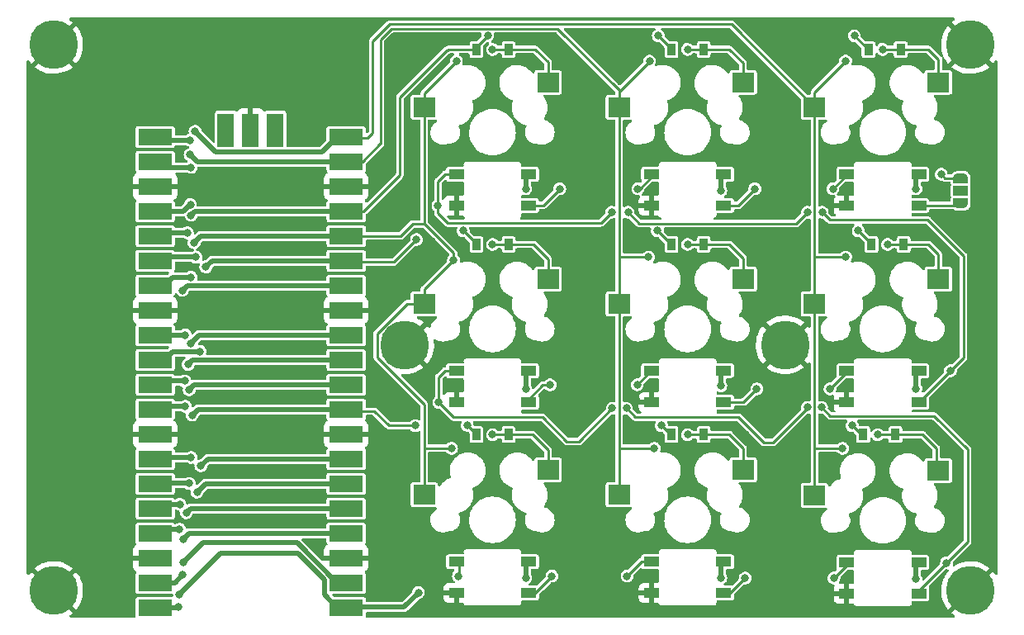
<source format=gbl>
%TF.GenerationSoftware,KiCad,Pcbnew,6.0.4-6f826c9f35~116~ubuntu20.04.1*%
%TF.CreationDate,2022-10-29T14:33:55+02:00*%
%TF.ProjectId,SofleTestBoard,536f666c-6554-4657-9374-426f6172642e,rev?*%
%TF.SameCoordinates,Original*%
%TF.FileFunction,Copper,L2,Bot*%
%TF.FilePolarity,Positive*%
%FSLAX46Y46*%
G04 Gerber Fmt 4.6, Leading zero omitted, Abs format (unit mm)*
G04 Created by KiCad (PCBNEW 6.0.4-6f826c9f35~116~ubuntu20.04.1) date 2022-10-29 14:33:55*
%MOMM*%
%LPD*%
G01*
G04 APERTURE LIST*
G04 Aperture macros list*
%AMFreePoly0*
4,1,22,0.550000,-0.750000,0.000000,-0.750000,0.000000,-0.745033,-0.079941,-0.743568,-0.215256,-0.701293,-0.333266,-0.622738,-0.424486,-0.514219,-0.481581,-0.384460,-0.499164,-0.250000,-0.500000,-0.250000,-0.500000,0.250000,-0.499164,0.250000,-0.499963,0.256109,-0.478152,0.396186,-0.417904,0.524511,-0.324060,0.630769,-0.204165,0.706417,-0.067858,0.745374,0.000000,0.744959,0.000000,0.750000,
0.550000,0.750000,0.550000,-0.750000,0.550000,-0.750000,$1*%
%AMFreePoly1*
4,1,20,0.000000,0.744959,0.073905,0.744508,0.209726,0.703889,0.328688,0.626782,0.421226,0.519385,0.479903,0.390333,0.500000,0.250000,0.500000,-0.250000,0.499851,-0.262216,0.476331,-0.402017,0.414519,-0.529596,0.319384,-0.634700,0.198574,-0.708877,0.061801,-0.746166,0.000000,-0.745033,0.000000,-0.750000,-0.550000,-0.750000,-0.550000,0.750000,0.000000,0.750000,0.000000,0.744959,
0.000000,0.744959,$1*%
G04 Aperture macros list end*
%TA.AperFunction,SMDPad,CuDef*%
%ADD10R,1.600000X1.000000*%
%TD*%
%TA.AperFunction,SMDPad,CuDef*%
%ADD11R,2.300000X2.000000*%
%TD*%
%TA.AperFunction,ComponentPad*%
%ADD12C,2.900000*%
%TD*%
%TA.AperFunction,ConnectorPad*%
%ADD13C,5.000000*%
%TD*%
%TA.AperFunction,SMDPad,CuDef*%
%ADD14R,0.900000X1.200000*%
%TD*%
%TA.AperFunction,SMDPad,CuDef*%
%ADD15R,3.500000X1.700000*%
%TD*%
%TA.AperFunction,SMDPad,CuDef*%
%ADD16R,1.700000X3.500000*%
%TD*%
%TA.AperFunction,SMDPad,CuDef*%
%ADD17FreePoly0,270.000000*%
%TD*%
%TA.AperFunction,SMDPad,CuDef*%
%ADD18R,1.500000X1.000000*%
%TD*%
%TA.AperFunction,SMDPad,CuDef*%
%ADD19FreePoly1,270.000000*%
%TD*%
%TA.AperFunction,ViaPad*%
%ADD20C,0.800000*%
%TD*%
%TA.AperFunction,Conductor*%
%ADD21C,0.250000*%
%TD*%
%TA.AperFunction,Conductor*%
%ADD22C,0.500000*%
%TD*%
G04 APERTURE END LIST*
D10*
%TO.P,SW4,1,DOUT*%
%TO.N,/DOUT_R2*%
X125300000Y-82469999D03*
%TO.P,SW4,2,VSS*%
%TO.N,GND*%
X125300000Y-85669999D03*
%TO.P,SW4,3,DIN*%
%TO.N,Net-(SW4-Pad3)*%
X132700000Y-85669999D03*
%TO.P,SW4,4,VDD*%
%TO.N,VBUS*%
X132700000Y-82469999D03*
D11*
%TO.P,SW4,5*%
%TO.N,/COL0*%
X122000000Y-75589999D03*
%TO.P,SW4,6*%
%TO.N,Net-(D4-Pad2)*%
X134700000Y-73049999D03*
%TD*%
D10*
%TO.P,SW5,1,DOUT*%
%TO.N,Net-(SW4-Pad3)*%
X145300000Y-82469999D03*
%TO.P,SW5,2,VSS*%
%TO.N,GND*%
X145300000Y-85669999D03*
%TO.P,SW5,3,DIN*%
%TO.N,Net-(SW5-Pad3)*%
X152700000Y-85669999D03*
%TO.P,SW5,4,VDD*%
%TO.N,VBUS*%
X152700000Y-82469999D03*
D11*
%TO.P,SW5,5*%
%TO.N,/COL1*%
X142000000Y-75589999D03*
%TO.P,SW5,6*%
%TO.N,Net-(D5-Pad2)*%
X154700000Y-73049999D03*
%TD*%
D10*
%TO.P,SW1,1,DOUT*%
%TO.N,/DOUT_R1*%
X125300000Y-62300000D03*
%TO.P,SW1,2,VSS*%
%TO.N,GND*%
X125300000Y-65500000D03*
%TO.P,SW1,3,DIN*%
%TO.N,Net-(SW1-Pad3)*%
X132700000Y-65500000D03*
%TO.P,SW1,4,VDD*%
%TO.N,VBUS*%
X132700000Y-62300000D03*
D11*
%TO.P,SW1,5*%
%TO.N,/COL0*%
X122000000Y-55420000D03*
%TO.P,SW1,6*%
%TO.N,Net-(D1-Pad2)*%
X134700000Y-52880000D03*
%TD*%
D10*
%TO.P,SW9,1,DOUT*%
%TO.N,Net-(SW8-Pad3)*%
X165300000Y-102100000D03*
%TO.P,SW9,2,VSS*%
%TO.N,GND*%
X165300000Y-105300000D03*
%TO.P,SW9,3,DIN*%
%TO.N,/DOUT_R2*%
X172700000Y-105300000D03*
%TO.P,SW9,4,VDD*%
%TO.N,VBUS*%
X172700000Y-102100000D03*
D11*
%TO.P,SW9,5*%
%TO.N,/COL2*%
X162000000Y-95220000D03*
%TO.P,SW9,6*%
%TO.N,Net-(D9-Pad2)*%
X174700000Y-92680000D03*
%TD*%
D10*
%TO.P,SW3,1,DOUT*%
%TO.N,Net-(SW2-Pad3)*%
X165300000Y-62300000D03*
%TO.P,SW3,2,VSS*%
%TO.N,GND*%
X165300000Y-65500000D03*
%TO.P,SW3,3,DIN*%
%TO.N,/DOUT_R0*%
X172700000Y-65500000D03*
%TO.P,SW3,4,VDD*%
%TO.N,VBUS*%
X172700000Y-62300000D03*
D11*
%TO.P,SW3,5*%
%TO.N,/COL2*%
X162000000Y-55420000D03*
%TO.P,SW3,6*%
%TO.N,Net-(D3-Pad2)*%
X174700000Y-52880000D03*
%TD*%
D10*
%TO.P,SW6,1,DOUT*%
%TO.N,Net-(SW5-Pad3)*%
X165300000Y-82469999D03*
%TO.P,SW6,2,VSS*%
%TO.N,GND*%
X165300000Y-85669999D03*
%TO.P,SW6,3,DIN*%
%TO.N,/DOUT_R1*%
X172700000Y-85669999D03*
%TO.P,SW6,4,VDD*%
%TO.N,VBUS*%
X172700000Y-82469999D03*
D11*
%TO.P,SW6,5*%
%TO.N,/COL2*%
X162000000Y-75589999D03*
%TO.P,SW6,6*%
%TO.N,Net-(D6-Pad2)*%
X174700000Y-73049999D03*
%TD*%
D10*
%TO.P,SW7,1,DOUT*%
%TO.N,/DOUT_R3*%
X125300000Y-102034999D03*
%TO.P,SW7,2,VSS*%
%TO.N,GND*%
X125300000Y-105234999D03*
%TO.P,SW7,3,DIN*%
%TO.N,Net-(SW7-Pad3)*%
X132700000Y-105234999D03*
%TO.P,SW7,4,VDD*%
%TO.N,VBUS*%
X132700000Y-102034999D03*
D11*
%TO.P,SW7,5*%
%TO.N,/COL0*%
X122000000Y-95154999D03*
%TO.P,SW7,6*%
%TO.N,Net-(D7-Pad2)*%
X134700000Y-92614999D03*
%TD*%
D10*
%TO.P,SW2,1,DOUT*%
%TO.N,Net-(SW1-Pad3)*%
X145300000Y-62300000D03*
%TO.P,SW2,2,VSS*%
%TO.N,GND*%
X145300000Y-65500000D03*
%TO.P,SW2,3,DIN*%
%TO.N,Net-(SW2-Pad3)*%
X152700000Y-65500000D03*
%TO.P,SW2,4,VDD*%
%TO.N,VBUS*%
X152700000Y-62300000D03*
D11*
%TO.P,SW2,5*%
%TO.N,/COL1*%
X142000000Y-55420000D03*
%TO.P,SW2,6*%
%TO.N,Net-(D2-Pad2)*%
X154700000Y-52880000D03*
%TD*%
D10*
%TO.P,SW8,1,DOUT*%
%TO.N,Net-(SW7-Pad3)*%
X145300000Y-102034999D03*
%TO.P,SW8,2,VSS*%
%TO.N,GND*%
X145300000Y-105234999D03*
%TO.P,SW8,3,DIN*%
%TO.N,Net-(SW8-Pad3)*%
X152700000Y-105234999D03*
%TO.P,SW8,4,VDD*%
%TO.N,VBUS*%
X152700000Y-102034999D03*
D11*
%TO.P,SW8,5*%
%TO.N,/COL1*%
X142000000Y-95154999D03*
%TO.P,SW8,6*%
%TO.N,Net-(D8-Pad2)*%
X154700000Y-92614999D03*
%TD*%
D12*
%TO.P,H5,1,1*%
%TO.N,GND*%
X159000000Y-79800000D03*
D13*
X159000000Y-79800000D03*
%TD*%
D14*
%TO.P,D4,1,K*%
%TO.N,/ROW1*%
X127350000Y-69500000D03*
%TO.P,D4,2,A*%
%TO.N,Net-(D4-Pad2)*%
X130650000Y-69500000D03*
%TD*%
%TO.P,D7,1,K*%
%TO.N,/ROW2*%
X127350000Y-89000000D03*
%TO.P,D7,2,A*%
%TO.N,Net-(D7-Pad2)*%
X130650000Y-89000000D03*
%TD*%
D13*
%TO.P,H4,1,1*%
%TO.N,GND*%
X84000000Y-105000000D03*
D12*
X84000000Y-105000000D03*
%TD*%
D14*
%TO.P,D1,1,K*%
%TO.N,/ROW0*%
X127350000Y-49500000D03*
%TO.P,D1,2,A*%
%TO.N,Net-(D1-Pad2)*%
X130650000Y-49500000D03*
%TD*%
D15*
%TO.P,U1,1,GPIO0*%
%TO.N,unconnected-(U1-Pad1)*%
X94410000Y-106730000D03*
%TO.P,U1,2,GPIO1*%
%TO.N,unconnected-(U1-Pad2)*%
X94410000Y-104190000D03*
%TO.P,U1,3,GND*%
%TO.N,GND*%
X94410000Y-101650000D03*
%TO.P,U1,4,GPIO2*%
%TO.N,unconnected-(U1-Pad4)*%
X94410000Y-99110000D03*
%TO.P,U1,5,GPIO3*%
%TO.N,unconnected-(U1-Pad5)*%
X94410000Y-96570000D03*
%TO.P,U1,6,GPIO4*%
%TO.N,unconnected-(U1-Pad6)*%
X94410000Y-94030000D03*
%TO.P,U1,7,GPIO5*%
%TO.N,unconnected-(U1-Pad7)*%
X94410000Y-91490000D03*
%TO.P,U1,8,GND*%
%TO.N,GND*%
X94410000Y-88950000D03*
%TO.P,U1,9,GPIO6*%
%TO.N,unconnected-(U1-Pad9)*%
X94410000Y-86410000D03*
%TO.P,U1,10,GPIO7*%
%TO.N,unconnected-(U1-Pad10)*%
X94410000Y-83870000D03*
%TO.P,U1,11,GPIO8*%
%TO.N,unconnected-(U1-Pad11)*%
X94410000Y-81330000D03*
%TO.P,U1,12,GPIO9*%
%TO.N,unconnected-(U1-Pad12)*%
X94410000Y-78790000D03*
%TO.P,U1,13,GND*%
%TO.N,GND*%
X94410000Y-76250000D03*
%TO.P,U1,14,GPIO10*%
%TO.N,unconnected-(U1-Pad14)*%
X94410000Y-73710000D03*
%TO.P,U1,15,GPIO11*%
%TO.N,unconnected-(U1-Pad15)*%
X94410000Y-71170000D03*
%TO.P,U1,16,GPIO12*%
%TO.N,unconnected-(U1-Pad16)*%
X94410000Y-68630000D03*
%TO.P,U1,17,GPIO13*%
%TO.N,unconnected-(U1-Pad17)*%
X94410000Y-66090000D03*
%TO.P,U1,18,GND*%
%TO.N,GND*%
X94410000Y-63550000D03*
%TO.P,U1,19,GPIO14*%
%TO.N,unconnected-(U1-Pad19)*%
X94410000Y-61010000D03*
%TO.P,U1,20,GPIO15*%
%TO.N,unconnected-(U1-Pad20)*%
X94410000Y-58470000D03*
%TO.P,U1,21,GPIO16*%
%TO.N,/COL2*%
X113990000Y-58470000D03*
%TO.P,U1,22,GPIO17*%
%TO.N,/COL1*%
X113990000Y-61010000D03*
%TO.P,U1,23,GND*%
%TO.N,GND*%
X113990000Y-63550000D03*
%TO.P,U1,24,GPIO18*%
%TO.N,/ROW0*%
X113990000Y-66090000D03*
%TO.P,U1,25,GPIO19*%
%TO.N,/COL0*%
X113990000Y-68630000D03*
%TO.P,U1,26,GPIO20*%
%TO.N,/ROW1*%
X113990000Y-71170000D03*
%TO.P,U1,27,GPIO21*%
%TO.N,unconnected-(U1-Pad27)*%
X113990000Y-73710000D03*
%TO.P,U1,28,GND*%
%TO.N,GND*%
X113990000Y-76250000D03*
%TO.P,U1,29,GPIO22*%
%TO.N,unconnected-(U1-Pad29)*%
X113990000Y-78790000D03*
%TO.P,U1,30,RUN*%
%TO.N,unconnected-(U1-Pad30)*%
X113990000Y-81330000D03*
%TO.P,U1,31,GPIO26_ADC0*%
%TO.N,unconnected-(U1-Pad31)*%
X113990000Y-83870000D03*
%TO.P,U1,32,GPIO27_ADC1*%
%TO.N,/ROW2*%
X113990000Y-86410000D03*
%TO.P,U1,33,AGND*%
%TO.N,GND*%
X113990000Y-88950000D03*
%TO.P,U1,34,GPIO28_ADC2*%
%TO.N,unconnected-(U1-Pad34)*%
X113990000Y-91490000D03*
%TO.P,U1,35,ADC_VREF*%
%TO.N,unconnected-(U1-Pad35)*%
X113990000Y-94030000D03*
%TO.P,U1,36,3V3*%
%TO.N,unconnected-(U1-Pad36)*%
X113990000Y-96570000D03*
%TO.P,U1,37,3V3_EN*%
%TO.N,unconnected-(U1-Pad37)*%
X113990000Y-99110000D03*
%TO.P,U1,38,GND*%
%TO.N,GND*%
X113990000Y-101650000D03*
%TO.P,U1,39,VSYS*%
%TO.N,unconnected-(U1-Pad39)*%
X113990000Y-104190000D03*
%TO.P,U1,40,VBUS*%
%TO.N,VBUS*%
X113990000Y-106730000D03*
D16*
%TO.P,U1,41,SWCLK*%
%TO.N,unconnected-(U1-Pad41)*%
X101660000Y-57800000D03*
%TO.P,U1,42,GND*%
%TO.N,GND*%
X104200000Y-57800000D03*
%TO.P,U1,43,SWDIO*%
%TO.N,unconnected-(U1-Pad43)*%
X106740000Y-57800000D03*
%TD*%
D14*
%TO.P,D5,1,K*%
%TO.N,/ROW1*%
X147350000Y-69500000D03*
%TO.P,D5,2,A*%
%TO.N,Net-(D5-Pad2)*%
X150650000Y-69500000D03*
%TD*%
%TO.P,D2,1,K*%
%TO.N,/ROW0*%
X147350000Y-49500000D03*
%TO.P,D2,2,A*%
%TO.N,Net-(D2-Pad2)*%
X150650000Y-49500000D03*
%TD*%
%TO.P,D9,1,K*%
%TO.N,/ROW2*%
X167000000Y-89000000D03*
%TO.P,D9,2,A*%
%TO.N,Net-(D9-Pad2)*%
X170300000Y-89000000D03*
%TD*%
D12*
%TO.P,H1,1,1*%
%TO.N,GND*%
X84000000Y-49000000D03*
D13*
X84000000Y-49000000D03*
%TD*%
D14*
%TO.P,D3,1,K*%
%TO.N,/ROW0*%
X167550000Y-49500000D03*
%TO.P,D3,2,A*%
%TO.N,Net-(D3-Pad2)*%
X170850000Y-49500000D03*
%TD*%
D12*
%TO.P,H6,1,1*%
%TO.N,GND*%
X120000000Y-79800000D03*
D13*
X120000000Y-79800000D03*
%TD*%
%TO.P,H3,1,1*%
%TO.N,GND*%
X178000000Y-105000000D03*
D12*
X178000000Y-105000000D03*
%TD*%
D14*
%TO.P,D6,1,K*%
%TO.N,/ROW1*%
X167850000Y-69500000D03*
%TO.P,D6,2,A*%
%TO.N,Net-(D6-Pad2)*%
X171150000Y-69500000D03*
%TD*%
D13*
%TO.P,H2,1,1*%
%TO.N,GND*%
X178000000Y-49000000D03*
D12*
X178000000Y-49000000D03*
%TD*%
D14*
%TO.P,D8,1,K*%
%TO.N,/ROW2*%
X147350000Y-89000000D03*
%TO.P,D8,2,A*%
%TO.N,Net-(D8-Pad2)*%
X150650000Y-89000000D03*
%TD*%
D17*
%TO.P,JP1,1,A*%
%TO.N,/DOUT_R0*%
X177000000Y-62700000D03*
D18*
%TO.P,JP1,2,C*%
%TO.N,unconnected-(JP1-Pad2)*%
X177000000Y-64000000D03*
D19*
%TO.P,JP1,3,B*%
%TO.N,/DOUT_R0*%
X177000000Y-65300000D03*
%TD*%
D20*
%TO.N,/ROW0*%
X98100000Y-66500000D03*
X166100000Y-48100000D03*
X146000000Y-48100000D03*
X128500000Y-48099989D03*
%TO.N,Net-(D1-Pad2)*%
X129000000Y-49500000D03*
%TO.N,Net-(D2-Pad2)*%
X149000000Y-49500000D03*
%TO.N,Net-(D3-Pad2)*%
X169000000Y-49500000D03*
%TO.N,/ROW1*%
X121200000Y-69000000D03*
X145900000Y-68100000D03*
X166500000Y-68100000D03*
X99600000Y-71800000D03*
X126000000Y-68100000D03*
%TO.N,Net-(D4-Pad2)*%
X129000000Y-69500000D03*
%TO.N,Net-(D5-Pad2)*%
X149000000Y-69500000D03*
%TO.N,Net-(D6-Pad2)*%
X169500000Y-69500000D03*
%TO.N,/ROW2*%
X98200000Y-87000000D03*
X165875489Y-88075489D03*
X146324511Y-88075489D03*
X126404828Y-88062056D03*
X121100000Y-88075489D03*
%TO.N,Net-(D7-Pad2)*%
X129000000Y-89000000D03*
%TO.N,Net-(D8-Pad2)*%
X149000000Y-89000000D03*
%TO.N,Net-(D9-Pad2)*%
X168500000Y-89000000D03*
%TO.N,GND*%
X140800000Y-80700000D03*
X146000000Y-100000000D03*
X166500000Y-60000000D03*
X160700000Y-62400000D03*
X122800000Y-69200000D03*
X132000000Y-100000000D03*
X120900000Y-89900000D03*
X161000000Y-89500000D03*
X137300000Y-88800000D03*
X160500000Y-69500000D03*
X160100000Y-85100000D03*
X166500000Y-100000000D03*
X138100000Y-85000000D03*
X141400000Y-51700000D03*
X131300000Y-59900000D03*
X141000000Y-89500000D03*
X167000000Y-80500000D03*
X135000000Y-89500000D03*
X135400000Y-66100000D03*
X171000000Y-80500000D03*
X155000000Y-69500000D03*
X140500000Y-62300000D03*
X152400000Y-60000000D03*
X163000000Y-80000000D03*
X143000000Y-69000000D03*
X169100000Y-94100000D03*
X139000000Y-55400000D03*
X126500000Y-100000000D03*
X151500000Y-100000000D03*
X143000000Y-60000000D03*
X155700000Y-66200000D03*
X153800000Y-83500000D03*
X125100000Y-84100000D03*
X162900000Y-89000000D03*
X123000000Y-82000000D03*
X143100000Y-89000000D03*
X151500000Y-80500000D03*
X134500000Y-69000000D03*
X158900000Y-56700000D03*
X146500000Y-60000000D03*
X171000000Y-100000000D03*
X157500000Y-83000000D03*
X146500000Y-80500000D03*
X160800000Y-83100000D03*
X165400000Y-84000000D03*
X160100000Y-64700000D03*
X120600000Y-50200000D03*
X155000000Y-89000000D03*
X140700000Y-64900000D03*
X157000000Y-62300000D03*
X120300000Y-66100000D03*
X138300000Y-82800000D03*
X134500000Y-85900000D03*
X143000000Y-80500000D03*
X156100000Y-86000000D03*
X141000000Y-84800000D03*
X145500000Y-84100000D03*
X163000000Y-69000000D03*
X163000000Y-60000000D03*
X126000000Y-60000000D03*
X123500000Y-60500000D03*
X137000000Y-62100000D03*
X126500000Y-80500000D03*
X143700000Y-85300000D03*
X159000000Y-95000000D03*
X140500000Y-69500000D03*
X131200000Y-80500000D03*
X139200000Y-49100000D03*
X123200000Y-89000000D03*
X158800000Y-75700000D03*
X157300000Y-89000000D03*
X176000000Y-87000000D03*
X120400000Y-58000000D03*
X121000000Y-83800000D03*
%TO.N,VBUS*%
X172400000Y-103800000D03*
X132400000Y-63800000D03*
X132400000Y-103700000D03*
X152400000Y-103700000D03*
X172400000Y-84300000D03*
X96900000Y-105400000D03*
X172400000Y-63800000D03*
X152400000Y-64000000D03*
X121400000Y-105200000D03*
X152400000Y-84000000D03*
X132400000Y-84300000D03*
%TO.N,/COL0*%
X124800000Y-90400000D03*
X125300000Y-50700000D03*
X98400000Y-69300000D03*
X125000000Y-71100000D03*
%TO.N,/DOUT_R0*%
X175000000Y-62300000D03*
%TO.N,/COL1*%
X145600000Y-90400000D03*
X145000000Y-70800000D03*
X98000000Y-60300000D03*
X145100000Y-50700000D03*
%TO.N,/DOUT_R1*%
X175950000Y-82450000D03*
X141200000Y-66200000D03*
X142900000Y-66200000D03*
X161275500Y-66200000D03*
X123400000Y-65500000D03*
X162800000Y-66200000D03*
%TO.N,/COL2*%
X98500000Y-57900000D03*
X165200000Y-70800000D03*
X165200000Y-50700000D03*
X164900000Y-90400000D03*
%TO.N,/DOUT_R2*%
X123500000Y-85700000D03*
X161275500Y-86200000D03*
X175550000Y-102150000D03*
X142724500Y-86300000D03*
X141275500Y-86300000D03*
X162724500Y-86200000D03*
%TO.N,/DOUT_R3*%
X125500000Y-103500000D03*
%TO.N,unconnected-(U1-Pad1)*%
X96830439Y-106670937D03*
%TO.N,unconnected-(U1-Pad2)*%
X97250688Y-103350688D03*
%TO.N,unconnected-(U1-Pad4)*%
X96900000Y-98700000D03*
%TO.N,unconnected-(U1-Pad5)*%
X96949532Y-96150500D03*
%TO.N,unconnected-(U1-Pad6)*%
X97900000Y-94000000D03*
%TO.N,unconnected-(U1-Pad7)*%
X98100000Y-91350500D03*
%TO.N,unconnected-(U1-Pad9)*%
X97500000Y-86100000D03*
%TO.N,unconnected-(U1-Pad10)*%
X97452698Y-83506174D03*
%TO.N,unconnected-(U1-Pad11)*%
X98998519Y-80480500D03*
%TO.N,unconnected-(U1-Pad12)*%
X97500000Y-78781500D03*
%TO.N,unconnected-(U1-Pad14)*%
X98100000Y-72860500D03*
%TO.N,unconnected-(U1-Pad15)*%
X98600000Y-70800000D03*
%TO.N,unconnected-(U1-Pad17)*%
X98025227Y-65392400D03*
%TO.N,unconnected-(U1-Pad19)*%
X98094649Y-61596025D03*
%TO.N,unconnected-(U1-Pad20)*%
X98000000Y-58800000D03*
%TO.N,unconnected-(U1-Pad27)*%
X97200000Y-74200000D03*
%TO.N,unconnected-(U1-Pad29)*%
X98100000Y-79631000D03*
%TO.N,unconnected-(U1-Pad30)*%
X97800000Y-81800000D03*
%TO.N,unconnected-(U1-Pad31)*%
X97900000Y-84400000D03*
%TO.N,unconnected-(U1-Pad34)*%
X99100000Y-92200000D03*
%TO.N,unconnected-(U1-Pad35)*%
X98700000Y-94900000D03*
%TO.N,unconnected-(U1-Pad36)*%
X97600000Y-97000000D03*
%TO.N,unconnected-(U1-Pad37)*%
X97300000Y-99700000D03*
%TO.N,unconnected-(U1-Pad39)*%
X97300000Y-102100000D03*
%TO.N,Net-(SW8-Pad3)*%
X164000000Y-103700000D03*
X154900000Y-103700000D03*
%TO.N,Net-(SW1-Pad3)*%
X143900000Y-63800000D03*
X135900000Y-63800000D03*
%TO.N,Net-(SW2-Pad3)*%
X155900000Y-63800000D03*
X163900000Y-63800000D03*
%TO.N,Net-(SW5-Pad3)*%
X163600000Y-84300000D03*
X156100000Y-84300000D03*
%TO.N,Net-(SW4-Pad3)*%
X134900000Y-83900000D03*
X143830001Y-83900000D03*
%TO.N,Net-(SW7-Pad3)*%
X142800000Y-103500000D03*
X135100000Y-103500000D03*
%TO.N,unconnected-(U1-Pad16)*%
X97700000Y-68300000D03*
%TD*%
D21*
%TO.N,/DOUT_R2*%
X137875500Y-89700000D02*
X141275500Y-86300000D01*
X123500000Y-85700000D02*
X123500000Y-83100000D01*
X123500000Y-83100000D02*
X124130001Y-82469999D01*
X124130001Y-82469999D02*
X125600000Y-82469999D01*
X123500000Y-85700000D02*
X125000000Y-87200000D01*
X125000000Y-87200000D02*
X134100000Y-87200000D01*
X134100000Y-87200000D02*
X136600000Y-89700000D01*
X136600000Y-89700000D02*
X137875500Y-89700000D01*
D22*
%TO.N,/ROW0*%
X98510000Y-66090000D02*
X98100000Y-66500000D01*
D21*
X113090000Y-66090000D02*
X115799022Y-66090000D01*
X128500000Y-48099989D02*
X127350000Y-49249989D01*
X147350000Y-49450000D02*
X146000000Y-48100000D01*
X147350000Y-49500000D02*
X147350000Y-49450000D01*
X124300000Y-49600000D02*
X124400000Y-49600000D01*
X124400000Y-49600000D02*
X124500000Y-49500000D01*
X167500000Y-49500000D02*
X166100000Y-48100000D01*
D22*
X113090000Y-66090000D02*
X98510000Y-66090000D01*
D21*
X119500000Y-62389022D02*
X119500000Y-54400000D01*
X124500000Y-49500000D02*
X127350000Y-49500000D01*
X127350000Y-49249989D02*
X127350000Y-49500000D01*
X119500000Y-54400000D02*
X124300000Y-49600000D01*
X167550000Y-49500000D02*
X167500000Y-49500000D01*
X115799022Y-66090000D02*
X119500000Y-62389022D01*
%TO.N,Net-(D1-Pad2)*%
X129000000Y-49500000D02*
X130650000Y-49500000D01*
X133400000Y-49500000D02*
X134700000Y-50800000D01*
X130650000Y-49500000D02*
X133400000Y-49500000D01*
X134700000Y-50800000D02*
X134700000Y-52880000D01*
%TO.N,Net-(D2-Pad2)*%
X149000000Y-49500000D02*
X150650000Y-49500000D01*
X153300000Y-49500000D02*
X154700000Y-50900000D01*
X154700000Y-50900000D02*
X154700000Y-52880000D01*
X150650000Y-49500000D02*
X153300000Y-49500000D01*
%TO.N,Net-(D3-Pad2)*%
X174700000Y-50500000D02*
X174700000Y-52880000D01*
X169000000Y-49500000D02*
X170850000Y-49500000D01*
X170850000Y-49500000D02*
X173700000Y-49500000D01*
X173700000Y-49500000D02*
X174700000Y-50500000D01*
%TO.N,/ROW1*%
X127350000Y-69500000D02*
X127350000Y-69450000D01*
X118900000Y-71300000D02*
X113220000Y-71300000D01*
X127350000Y-69450000D02*
X126000000Y-68100000D01*
X147350000Y-69500000D02*
X147300000Y-69500000D01*
X167850000Y-69500000D02*
X167850000Y-69450000D01*
D22*
X100230000Y-71170000D02*
X99600000Y-71800000D01*
D21*
X113220000Y-71300000D02*
X113090000Y-71170000D01*
D22*
X113090000Y-71170000D02*
X100230000Y-71170000D01*
D21*
X121200000Y-69000000D02*
X118900000Y-71300000D01*
X167850000Y-69450000D02*
X166500000Y-68100000D01*
X147300000Y-69500000D02*
X145900000Y-68100000D01*
%TO.N,Net-(D4-Pad2)*%
X134700000Y-71000000D02*
X134700000Y-73049999D01*
X129000000Y-69500000D02*
X130650000Y-69500000D01*
X130650000Y-69500000D02*
X133200000Y-69500000D01*
X133200000Y-69500000D02*
X134700000Y-71000000D01*
%TO.N,Net-(D5-Pad2)*%
X154700000Y-70900000D02*
X154700000Y-73049999D01*
X149000000Y-69500000D02*
X150650000Y-69500000D01*
X153300000Y-69500000D02*
X154700000Y-70900000D01*
X150650000Y-69500000D02*
X153300000Y-69500000D01*
%TO.N,Net-(D6-Pad2)*%
X174700000Y-70500000D02*
X174700000Y-73049999D01*
X173700000Y-69500000D02*
X174700000Y-70500000D01*
X171150000Y-69500000D02*
X173700000Y-69500000D01*
X169500000Y-69500000D02*
X171150000Y-69500000D01*
%TO.N,/ROW2*%
X118375489Y-88075489D02*
X116900000Y-86600000D01*
D22*
X98790000Y-86410000D02*
X98200000Y-87000000D01*
D21*
X166800000Y-89000000D02*
X165875489Y-88075489D01*
X127350000Y-89000000D02*
X127342772Y-89000000D01*
X121100000Y-88075489D02*
X118375489Y-88075489D01*
X167000000Y-89000000D02*
X166800000Y-89000000D01*
X147249022Y-89000000D02*
X146324511Y-88075489D01*
X116900000Y-86600000D02*
X113280000Y-86600000D01*
X113280000Y-86600000D02*
X113090000Y-86410000D01*
D22*
X113090000Y-86410000D02*
X98790000Y-86410000D01*
D21*
X127342772Y-89000000D02*
X126404828Y-88062056D01*
X147350000Y-89000000D02*
X147249022Y-89000000D01*
%TO.N,Net-(D7-Pad2)*%
X133100000Y-89000000D02*
X134700000Y-90600000D01*
X130650000Y-89000000D02*
X133100000Y-89000000D01*
X134700000Y-90600000D02*
X134700000Y-92614999D01*
X129000000Y-89000000D02*
X130650000Y-89000000D01*
%TO.N,Net-(D8-Pad2)*%
X153300000Y-89000000D02*
X154700000Y-90400000D01*
X149000000Y-89000000D02*
X150650000Y-89000000D01*
X150650000Y-89000000D02*
X153300000Y-89000000D01*
X154700000Y-90400000D02*
X154700000Y-92614999D01*
%TO.N,Net-(D9-Pad2)*%
X173100000Y-89000000D02*
X174510000Y-90410000D01*
X170300000Y-89000000D02*
X173100000Y-89000000D01*
X174510000Y-90410000D02*
X174510000Y-92614999D01*
X168500000Y-89000000D02*
X170300000Y-89000000D01*
%TO.N,GND*%
X113130000Y-63510000D02*
X113090000Y-63550000D01*
D22*
X95409500Y-88850500D02*
X95310000Y-88950000D01*
X95760000Y-64000000D02*
X95310000Y-63550000D01*
%TO.N,VBUS*%
X172400000Y-103800000D02*
X172400000Y-102100000D01*
X132400000Y-84300000D02*
X132400000Y-82469999D01*
X132400000Y-102034999D02*
X132400000Y-103700000D01*
X96900000Y-105400000D02*
X101100000Y-101200000D01*
X101100000Y-101200000D02*
X109110730Y-101200000D01*
X111790489Y-105430489D02*
X113090000Y-106730000D01*
X152400000Y-64000000D02*
X152400000Y-62300000D01*
X113120000Y-106700000D02*
X119900000Y-106700000D01*
X113090000Y-106730000D02*
X113120000Y-106700000D01*
X152400000Y-82469999D02*
X152400000Y-84000000D01*
X111790489Y-103879759D02*
X111790489Y-105430489D01*
X132400000Y-62300000D02*
X132400000Y-63800000D01*
X119900000Y-106700000D02*
X121400000Y-105200000D01*
X152400000Y-103700000D02*
X152400000Y-102034999D01*
X172400000Y-62300000D02*
X172400000Y-63800000D01*
X172400000Y-84300000D02*
X172400000Y-82469999D01*
X109110730Y-101200000D02*
X111790489Y-103879759D01*
%TO.N,/COL0*%
X99070000Y-68630000D02*
X98400000Y-69300000D01*
D21*
X122000000Y-67200000D02*
X122000000Y-67400000D01*
X122024614Y-67400000D02*
X122000000Y-67400000D01*
X122000000Y-54000000D02*
X122000000Y-55420000D01*
X124800000Y-90400000D02*
X122000000Y-90400000D01*
X117175489Y-78630048D02*
X117175489Y-81075489D01*
X122000000Y-75589999D02*
X122000000Y-74100000D01*
X122000000Y-90400000D02*
X122000000Y-95154999D01*
X125000000Y-70375386D02*
X122024614Y-67400000D01*
X122000000Y-64600000D02*
X122000000Y-67200000D01*
X122000000Y-55420000D02*
X122000000Y-64600000D01*
X125000000Y-71100000D02*
X125000000Y-70375386D01*
X119570000Y-68630000D02*
X114350000Y-68630000D01*
X117175489Y-81075489D02*
X122000000Y-85900000D01*
X122000000Y-74100000D02*
X125000000Y-71100000D01*
X120800000Y-67400000D02*
X119570000Y-68630000D01*
X120215538Y-75589999D02*
X117175489Y-78630048D01*
X125300000Y-50700000D02*
X122000000Y-54000000D01*
X122000000Y-67400000D02*
X120800000Y-67400000D01*
X122000000Y-75589999D02*
X120215538Y-75589999D01*
X122000000Y-85900000D02*
X122000000Y-95154999D01*
D22*
X113090000Y-68630000D02*
X99070000Y-68630000D01*
D21*
%TO.N,/DOUT_R0*%
X177000000Y-62700000D02*
X175400000Y-62700000D01*
X175400000Y-62700000D02*
X175000000Y-62300000D01*
X172400000Y-65500000D02*
X176800000Y-65500000D01*
X176800000Y-65500000D02*
X177000000Y-65300000D01*
%TO.N,/COL1*%
X118624511Y-47375489D02*
X117500000Y-48500000D01*
X145600000Y-90400000D02*
X142000000Y-90400000D01*
X145000000Y-70800000D02*
X142000000Y-70800000D01*
X142000000Y-53800000D02*
X142000000Y-55420000D01*
X117500000Y-48500000D02*
X117500000Y-59200000D01*
X142000000Y-75589999D02*
X142000000Y-70800000D01*
X145100000Y-50700000D02*
X142000000Y-53800000D01*
X135675489Y-47375489D02*
X118624511Y-47375489D01*
X142000000Y-53700000D02*
X135675489Y-47375489D01*
X142000000Y-70800000D02*
X142000000Y-55420000D01*
X117490000Y-59210000D02*
X115690000Y-61010000D01*
D22*
X98710000Y-61010000D02*
X98000000Y-60300000D01*
D21*
X115690000Y-61010000D02*
X113090000Y-61010000D01*
X142000000Y-95154999D02*
X142000000Y-90400000D01*
X142000000Y-90400000D02*
X142000000Y-75589999D01*
D22*
X113090000Y-61010000D02*
X98710000Y-61010000D01*
D21*
X142000000Y-55420000D02*
X142000000Y-53700000D01*
%TO.N,/DOUT_R1*%
X124149520Y-62300000D02*
X123400000Y-63049520D01*
X142900000Y-66200000D02*
X144075489Y-67375489D01*
X125600000Y-62300000D02*
X124149520Y-62300000D01*
X140100000Y-67300000D02*
X141200000Y-66200000D01*
X124400000Y-67300000D02*
X133500000Y-67300000D01*
X175950000Y-82450000D02*
X172730001Y-85669999D01*
X144075489Y-67375489D02*
X160100011Y-67375489D01*
X163600000Y-67000000D02*
X173600000Y-67000000D01*
X133500000Y-67300000D02*
X140100000Y-67300000D01*
X160100011Y-67375489D02*
X161275500Y-66200000D01*
X162800000Y-66200000D02*
X163600000Y-67000000D01*
X177300000Y-81100000D02*
X175950000Y-82450000D01*
X123400000Y-66300000D02*
X124400000Y-67300000D01*
X177300000Y-70700000D02*
X177300000Y-81100000D01*
X173600000Y-67000000D02*
X177300000Y-70700000D01*
X123400000Y-63049520D02*
X123400000Y-66300000D01*
%TO.N,/COL2*%
X162000000Y-90300000D02*
X162000000Y-75589999D01*
X116190000Y-58610000D02*
X113230000Y-58610000D01*
X162000000Y-53900000D02*
X162000000Y-55420000D01*
X116700000Y-48664282D02*
X116700000Y-58100000D01*
X164900000Y-90400000D02*
X162100000Y-90400000D01*
D22*
X113090000Y-58470000D02*
X111560489Y-59999511D01*
D21*
X162000000Y-55420000D02*
X162000000Y-70800000D01*
X162000000Y-95220000D02*
X162000000Y-90300000D01*
X165200000Y-50700000D02*
X162000000Y-53900000D01*
X165200000Y-70800000D02*
X162000000Y-70800000D01*
X162000000Y-70800000D02*
X162000000Y-75589999D01*
X113230000Y-58610000D02*
X113090000Y-58470000D01*
X118438313Y-46925969D02*
X116700000Y-48664282D01*
X162000000Y-55420000D02*
X153505969Y-46925969D01*
X116690000Y-58110000D02*
X116190000Y-58610000D01*
D22*
X100599511Y-59999511D02*
X98500000Y-57900000D01*
D21*
X153505969Y-46925969D02*
X118438313Y-46925969D01*
D22*
X111560489Y-59999511D02*
X100599511Y-59999511D01*
D21*
X162100000Y-90400000D02*
X162000000Y-90300000D01*
%TO.N,/DOUT_R2*%
X143624500Y-87200000D02*
X142724500Y-86300000D01*
X163624500Y-87100000D02*
X174300000Y-87100000D01*
X162724500Y-86200000D02*
X163624500Y-87100000D01*
X156824614Y-89800000D02*
X154224614Y-87200000D01*
X175550000Y-102150000D02*
X172400000Y-105300000D01*
X161275500Y-86200000D02*
X161275500Y-86274500D01*
X177700000Y-90500000D02*
X177700000Y-100000000D01*
X177700000Y-100000000D02*
X175550000Y-102150000D01*
X154224614Y-87200000D02*
X143624500Y-87200000D01*
X157750000Y-89800000D02*
X156824614Y-89800000D01*
X161275500Y-86274500D02*
X157750000Y-89800000D01*
X174300000Y-87100000D02*
X177700000Y-90500000D01*
%TO.N,/DOUT_R3*%
X125600000Y-102034999D02*
X125600000Y-103400000D01*
X125600000Y-103400000D02*
X125500000Y-103500000D01*
D22*
%TO.N,unconnected-(U1-Pad1)*%
X96771376Y-106730000D02*
X95310000Y-106730000D01*
X96830439Y-106670937D02*
X96771376Y-106730000D01*
%TO.N,unconnected-(U1-Pad2)*%
X96411376Y-104190000D02*
X95310000Y-104190000D01*
X97250688Y-103350688D02*
X96411376Y-104190000D01*
%TO.N,unconnected-(U1-Pad4)*%
X95720000Y-98700000D02*
X95310000Y-99110000D01*
X96900000Y-98700000D02*
X95720000Y-98700000D01*
%TO.N,unconnected-(U1-Pad5)*%
X96949532Y-96150500D02*
X95729500Y-96150500D01*
X95729500Y-96150500D02*
X95310000Y-96570000D01*
%TO.N,unconnected-(U1-Pad6)*%
X97900000Y-94000000D02*
X95340000Y-94000000D01*
X95340000Y-94000000D02*
X95310000Y-94030000D01*
%TO.N,unconnected-(U1-Pad7)*%
X98100000Y-91350500D02*
X95449500Y-91350500D01*
X95449500Y-91350500D02*
X95310000Y-91490000D01*
%TO.N,unconnected-(U1-Pad9)*%
X97500000Y-86100000D02*
X95620000Y-86100000D01*
X95620000Y-86100000D02*
X95310000Y-86410000D01*
%TO.N,unconnected-(U1-Pad10)*%
X95673826Y-83506174D02*
X95310000Y-83870000D01*
X97452698Y-83506174D02*
X95673826Y-83506174D01*
%TO.N,unconnected-(U1-Pad11)*%
X98998519Y-80480500D02*
X96159500Y-80480500D01*
X96159500Y-80480500D02*
X95310000Y-81330000D01*
%TO.N,unconnected-(U1-Pad12)*%
X97500000Y-78781500D02*
X95318500Y-78781500D01*
X95318500Y-78781500D02*
X95310000Y-78790000D01*
%TO.N,unconnected-(U1-Pad14)*%
X98100000Y-72860500D02*
X96159500Y-72860500D01*
X96159500Y-72860500D02*
X95310000Y-73710000D01*
%TO.N,unconnected-(U1-Pad15)*%
X95680000Y-70800000D02*
X95310000Y-71170000D01*
X98600000Y-70800000D02*
X95680000Y-70800000D01*
%TO.N,unconnected-(U1-Pad17)*%
X98006209Y-65392400D02*
X97308609Y-66090000D01*
X97308609Y-66090000D02*
X95310000Y-66090000D01*
%TO.N,unconnected-(U1-Pad19)*%
X95896025Y-61596025D02*
X95310000Y-61010000D01*
X98094649Y-61596025D02*
X95896025Y-61596025D01*
%TO.N,unconnected-(U1-Pad20)*%
X95640000Y-58800000D02*
X95310000Y-58470000D01*
X98000000Y-58800000D02*
X95640000Y-58800000D01*
%TO.N,unconnected-(U1-Pad27)*%
X113090000Y-73710000D02*
X97690000Y-73710000D01*
X97690000Y-73710000D02*
X97200000Y-74200000D01*
%TO.N,unconnected-(U1-Pad29)*%
X98941000Y-78790000D02*
X98100000Y-79631000D01*
X113090000Y-78790000D02*
X98941000Y-78790000D01*
%TO.N,unconnected-(U1-Pad30)*%
X98270000Y-81330000D02*
X97800000Y-81800000D01*
X113090000Y-81330000D02*
X98270000Y-81330000D01*
%TO.N,unconnected-(U1-Pad31)*%
X98430000Y-83870000D02*
X97900000Y-84400000D01*
X113090000Y-83870000D02*
X98430000Y-83870000D01*
%TO.N,unconnected-(U1-Pad34)*%
X113090000Y-91490000D02*
X99810000Y-91490000D01*
X99810000Y-91490000D02*
X99100000Y-92200000D01*
%TO.N,unconnected-(U1-Pad35)*%
X113090000Y-94030000D02*
X99570000Y-94030000D01*
X99570000Y-94030000D02*
X98700000Y-94900000D01*
%TO.N,unconnected-(U1-Pad36)*%
X113090000Y-96570000D02*
X98030000Y-96570000D01*
X98030000Y-96570000D02*
X97600000Y-97000000D01*
%TO.N,unconnected-(U1-Pad37)*%
X97890000Y-99110000D02*
X97300000Y-99700000D01*
X113090000Y-99110000D02*
X97890000Y-99110000D01*
%TO.N,unconnected-(U1-Pad39)*%
X99300000Y-100100000D02*
X109000000Y-100100000D01*
X109000000Y-100100000D02*
X113090000Y-104190000D01*
X97300000Y-102100000D02*
X99300000Y-100100000D01*
D21*
%TO.N,Net-(SW8-Pad3)*%
X153365001Y-105234999D02*
X154900000Y-103700000D01*
X152400000Y-105234999D02*
X153365001Y-105234999D01*
X165600000Y-102100000D02*
X164000000Y-103700000D01*
%TO.N,Net-(SW1-Pad3)*%
X134200000Y-65500000D02*
X135900000Y-63800000D01*
X145600000Y-62300000D02*
X144100000Y-63800000D01*
X144100000Y-63800000D02*
X143900000Y-63800000D01*
X132400000Y-65500000D02*
X134200000Y-65500000D01*
%TO.N,Net-(SW2-Pad3)*%
X165400000Y-62300000D02*
X163900000Y-63800000D01*
X152400000Y-65500000D02*
X154200000Y-65500000D01*
X154200000Y-65500000D02*
X155900000Y-63800000D01*
%TO.N,Net-(SW5-Pad3)*%
X165430001Y-82469999D02*
X163600000Y-84300000D01*
X154730001Y-85669999D02*
X156100000Y-84300000D01*
X152400000Y-85669999D02*
X154730001Y-85669999D01*
%TO.N,Net-(SW4-Pad3)*%
X134169999Y-83900000D02*
X134900000Y-83900000D01*
X132400000Y-85669999D02*
X134169999Y-83900000D01*
X145260002Y-82469999D02*
X143830001Y-83900000D01*
%TO.N,Net-(SW7-Pad3)*%
X133365001Y-105234999D02*
X135100000Y-103500000D01*
X132400000Y-105234999D02*
X133365001Y-105234999D01*
X145600000Y-102034999D02*
X144265001Y-102034999D01*
X144265001Y-102034999D02*
X142800000Y-103500000D01*
D22*
%TO.N,unconnected-(U1-Pad16)*%
X95640000Y-68300000D02*
X95310000Y-68630000D01*
X97700000Y-68300000D02*
X95640000Y-68300000D01*
%TD*%
%TA.AperFunction,Conductor*%
%TO.N,GND*%
G36*
X176346126Y-46274502D02*
G01*
X176392619Y-46328158D01*
X176402723Y-46398432D01*
X176373229Y-46463012D01*
X176344961Y-46487237D01*
X176257654Y-46542005D01*
X176251731Y-46546214D01*
X176073601Y-46688923D01*
X176065132Y-46701048D01*
X176071527Y-46712316D01*
X177987190Y-48627980D01*
X178001131Y-48635592D01*
X178002966Y-48635461D01*
X178009580Y-48631210D01*
X179144099Y-47496691D01*
X179206411Y-47462665D01*
X179277226Y-47467730D01*
X179322289Y-47496691D01*
X179503309Y-47677711D01*
X179537335Y-47740023D01*
X179532270Y-47810838D01*
X179503309Y-47855901D01*
X178372022Y-48987188D01*
X178364408Y-49001132D01*
X178364539Y-49002965D01*
X178368790Y-49009580D01*
X180286268Y-50927057D01*
X180299622Y-50934349D01*
X180309594Y-50927295D01*
X180416641Y-50799267D01*
X180420957Y-50793456D01*
X180514188Y-50651525D01*
X180568306Y-50605571D01*
X180638677Y-50596170D01*
X180702960Y-50626307D01*
X180740745Y-50686414D01*
X180745500Y-50720702D01*
X180745500Y-103272043D01*
X180725498Y-103340164D01*
X180671842Y-103386657D01*
X180601568Y-103396761D01*
X180536988Y-103367267D01*
X180517953Y-103346637D01*
X180323774Y-103082295D01*
X180319166Y-103076726D01*
X180313830Y-103070984D01*
X180300178Y-103062866D01*
X180299570Y-103062887D01*
X180291092Y-103068119D01*
X178372020Y-104987190D01*
X178364408Y-105001131D01*
X178364539Y-105002966D01*
X178368790Y-105009580D01*
X179503309Y-106144099D01*
X179537335Y-106206411D01*
X179532270Y-106277226D01*
X179503309Y-106322289D01*
X179322289Y-106503309D01*
X179259977Y-106537335D01*
X179189162Y-106532270D01*
X179144099Y-106503309D01*
X178012812Y-105372022D01*
X177998868Y-105364408D01*
X177997035Y-105364539D01*
X177990420Y-105368790D01*
X176071474Y-107287737D01*
X176063860Y-107301681D01*
X176063878Y-107301933D01*
X176069793Y-107310677D01*
X176101111Y-107339174D01*
X176106748Y-107343738D01*
X176348114Y-107517178D01*
X176391762Y-107573172D01*
X176398208Y-107643876D01*
X176365405Y-107706840D01*
X176303769Y-107742074D01*
X176274588Y-107745500D01*
X116119078Y-107745500D01*
X116050957Y-107725498D01*
X116004464Y-107671842D01*
X115993868Y-107608244D01*
X115994500Y-107605067D01*
X115994500Y-107330500D01*
X116014502Y-107262379D01*
X116068158Y-107215886D01*
X116120500Y-107204500D01*
X119829376Y-107204500D01*
X119841381Y-107205841D01*
X119841421Y-107205345D01*
X119850368Y-107206065D01*
X119859124Y-107208046D01*
X119912382Y-107204742D01*
X119920184Y-107204500D01*
X119936226Y-107204500D01*
X119940657Y-107203865D01*
X119940662Y-107203865D01*
X119944687Y-107203288D01*
X119946457Y-107203035D01*
X119956514Y-107202004D01*
X119978976Y-107200611D01*
X119994400Y-107199654D01*
X119994402Y-107199654D01*
X120003359Y-107199098D01*
X120011799Y-107196051D01*
X120015089Y-107195370D01*
X120030938Y-107191418D01*
X120034168Y-107190473D01*
X120043052Y-107189201D01*
X120051223Y-107185486D01*
X120085763Y-107169782D01*
X120095128Y-107165970D01*
X120130837Y-107153078D01*
X120130840Y-107153076D01*
X120139284Y-107150028D01*
X120146533Y-107144732D01*
X120149490Y-107143160D01*
X120163614Y-107134907D01*
X120166437Y-107133102D01*
X120174605Y-107129388D01*
X120181402Y-107123531D01*
X120181404Y-107123530D01*
X120210153Y-107098757D01*
X120218064Y-107092475D01*
X120228944Y-107084527D01*
X120239806Y-107073665D01*
X120246653Y-107067307D01*
X120284082Y-107035056D01*
X120288966Y-107027521D01*
X120294699Y-107020949D01*
X120303926Y-107009545D01*
X121428834Y-105884637D01*
X121489800Y-105850912D01*
X121615927Y-105822025D01*
X121623332Y-105820329D01*
X121704179Y-105779668D01*
X123992001Y-105779668D01*
X123992371Y-105786489D01*
X123997895Y-105837351D01*
X124001521Y-105852603D01*
X124046676Y-105973053D01*
X124055214Y-105988648D01*
X124131715Y-106090723D01*
X124144276Y-106103284D01*
X124246351Y-106179785D01*
X124261946Y-106188323D01*
X124382394Y-106233477D01*
X124397649Y-106237104D01*
X124448514Y-106242630D01*
X124455328Y-106242999D01*
X125027885Y-106242999D01*
X125043124Y-106238524D01*
X125044329Y-106237134D01*
X125046000Y-106229451D01*
X125046000Y-105507114D01*
X125041525Y-105491875D01*
X125040135Y-105490670D01*
X125032452Y-105488999D01*
X124010116Y-105488999D01*
X123994877Y-105493474D01*
X123993672Y-105494864D01*
X123992001Y-105502547D01*
X123992001Y-105779668D01*
X121704179Y-105779668D01*
X121709201Y-105777142D01*
X121758072Y-105752563D01*
X121758075Y-105752561D01*
X121764855Y-105749151D01*
X121770626Y-105744222D01*
X121770629Y-105744220D01*
X121879536Y-105651204D01*
X121879536Y-105651203D01*
X121885314Y-105646269D01*
X121977755Y-105517624D01*
X122036842Y-105370641D01*
X122044832Y-105314501D01*
X122058581Y-105217891D01*
X122058581Y-105217888D01*
X122059162Y-105213807D01*
X122059307Y-105200000D01*
X122040276Y-105042733D01*
X122010103Y-104962884D01*
X123992000Y-104962884D01*
X123996475Y-104978123D01*
X123997865Y-104979328D01*
X124005548Y-104980999D01*
X125428000Y-104980999D01*
X125496121Y-105001001D01*
X125542614Y-105054657D01*
X125554000Y-105106999D01*
X125554000Y-106224883D01*
X125558475Y-106240122D01*
X125559865Y-106241327D01*
X125567548Y-106242998D01*
X125940878Y-106242998D01*
X126008999Y-106263000D01*
X126057287Y-106320781D01*
X126057845Y-106322128D01*
X126060266Y-106334300D01*
X126067159Y-106344616D01*
X126067160Y-106344618D01*
X126095565Y-106387128D01*
X126116516Y-106418483D01*
X126200699Y-106474733D01*
X126253502Y-106485236D01*
X126300000Y-106494485D01*
X126312897Y-106491920D01*
X126337476Y-106489499D01*
X131662524Y-106489499D01*
X131687103Y-106491920D01*
X131700000Y-106494485D01*
X131712171Y-106492064D01*
X131720653Y-106490377D01*
X131746499Y-106485236D01*
X131799301Y-106474733D01*
X131883484Y-106418483D01*
X131939734Y-106334300D01*
X131950870Y-106278316D01*
X131954500Y-106260066D01*
X131959486Y-106234999D01*
X131956921Y-106222102D01*
X131954500Y-106197523D01*
X131954500Y-106115499D01*
X131974502Y-106047378D01*
X132028158Y-106000885D01*
X132080500Y-105989499D01*
X133451533Y-105989498D01*
X133525066Y-105989498D01*
X133560818Y-105982387D01*
X133587126Y-105977155D01*
X133587128Y-105977154D01*
X133599301Y-105974733D01*
X133609621Y-105967838D01*
X133609622Y-105967837D01*
X133673168Y-105925376D01*
X133683484Y-105918483D01*
X133739734Y-105834300D01*
X133750601Y-105779668D01*
X143992001Y-105779668D01*
X143992371Y-105786489D01*
X143997895Y-105837351D01*
X144001521Y-105852603D01*
X144046676Y-105973053D01*
X144055214Y-105988648D01*
X144131715Y-106090723D01*
X144144276Y-106103284D01*
X144246351Y-106179785D01*
X144261946Y-106188323D01*
X144382394Y-106233477D01*
X144397649Y-106237104D01*
X144448514Y-106242630D01*
X144455328Y-106242999D01*
X145027885Y-106242999D01*
X145043124Y-106238524D01*
X145044329Y-106237134D01*
X145046000Y-106229451D01*
X145046000Y-105507114D01*
X145041525Y-105491875D01*
X145040135Y-105490670D01*
X145032452Y-105488999D01*
X144010116Y-105488999D01*
X143994877Y-105493474D01*
X143993672Y-105494864D01*
X143992001Y-105502547D01*
X143992001Y-105779668D01*
X133750601Y-105779668D01*
X133754500Y-105760066D01*
X133754500Y-105434384D01*
X133774502Y-105366263D01*
X133791405Y-105345289D01*
X134173810Y-104962884D01*
X143992000Y-104962884D01*
X143996475Y-104978123D01*
X143997865Y-104979328D01*
X144005548Y-104980999D01*
X145027885Y-104980999D01*
X145043124Y-104976524D01*
X145044329Y-104975134D01*
X145046000Y-104967451D01*
X145046000Y-104245115D01*
X145041525Y-104229876D01*
X145040135Y-104228671D01*
X145032452Y-104227000D01*
X144455331Y-104227000D01*
X144448510Y-104227370D01*
X144397648Y-104232894D01*
X144382396Y-104236520D01*
X144261946Y-104281675D01*
X144246351Y-104290213D01*
X144144276Y-104366714D01*
X144131715Y-104379275D01*
X144055214Y-104481350D01*
X144046676Y-104496945D01*
X144001522Y-104617393D01*
X143997895Y-104632648D01*
X143992369Y-104683513D01*
X143992000Y-104690327D01*
X143992000Y-104962884D01*
X134173810Y-104962884D01*
X134946178Y-104190516D01*
X135008490Y-104156490D01*
X135037252Y-104153627D01*
X135161318Y-104155576D01*
X135161321Y-104155576D01*
X135168916Y-104155695D01*
X135323332Y-104120329D01*
X135426489Y-104068447D01*
X135458072Y-104052563D01*
X135458075Y-104052561D01*
X135464855Y-104049151D01*
X135470626Y-104044222D01*
X135470629Y-104044220D01*
X135579536Y-103951204D01*
X135579536Y-103951203D01*
X135585314Y-103946269D01*
X135677755Y-103817624D01*
X135736842Y-103670641D01*
X135754073Y-103549566D01*
X135758581Y-103517891D01*
X135758581Y-103517888D01*
X135759162Y-103513807D01*
X135759307Y-103500000D01*
X135758472Y-103493096D01*
X142140729Y-103493096D01*
X142143846Y-103521329D01*
X142157250Y-103642733D01*
X142158113Y-103650553D01*
X142160723Y-103657684D01*
X142160723Y-103657686D01*
X142186733Y-103728761D01*
X142212553Y-103799319D01*
X142216789Y-103805622D01*
X142216789Y-103805623D01*
X142295917Y-103923377D01*
X142300908Y-103930805D01*
X142306527Y-103935918D01*
X142306528Y-103935919D01*
X142406662Y-104027033D01*
X142418076Y-104037419D01*
X142557293Y-104113008D01*
X142710522Y-104153207D01*
X142794477Y-104154526D01*
X142861319Y-104155576D01*
X142861322Y-104155576D01*
X142868916Y-104155695D01*
X143023332Y-104120329D01*
X143126489Y-104068447D01*
X143158072Y-104052563D01*
X143158075Y-104052561D01*
X143164855Y-104049151D01*
X143170626Y-104044222D01*
X143170629Y-104044220D01*
X143279536Y-103951204D01*
X143279536Y-103951203D01*
X143285314Y-103946269D01*
X143377755Y-103817624D01*
X143436842Y-103670641D01*
X143454073Y-103549566D01*
X143458581Y-103517891D01*
X143458581Y-103517888D01*
X143459162Y-103513807D01*
X143459307Y-103500000D01*
X143453437Y-103451496D01*
X143465109Y-103381468D01*
X143489429Y-103347265D01*
X144129980Y-102706714D01*
X144192292Y-102672688D01*
X144263107Y-102677753D01*
X144308170Y-102706714D01*
X144309623Y-102708167D01*
X144316516Y-102718483D01*
X144400699Y-102774733D01*
X144474933Y-102789499D01*
X144548443Y-102789499D01*
X145919500Y-102789498D01*
X145987621Y-102809500D01*
X146034114Y-102863156D01*
X146045500Y-102915498D01*
X146045500Y-104100999D01*
X146025498Y-104169120D01*
X145971842Y-104215613D01*
X145919500Y-104226999D01*
X145572115Y-104226999D01*
X145556876Y-104231474D01*
X145555671Y-104232864D01*
X145554000Y-104240547D01*
X145554000Y-106224883D01*
X145558475Y-106240122D01*
X145559865Y-106241327D01*
X145567548Y-106242998D01*
X145940878Y-106242998D01*
X146008999Y-106263000D01*
X146057287Y-106320781D01*
X146057845Y-106322128D01*
X146060266Y-106334300D01*
X146067159Y-106344616D01*
X146067160Y-106344618D01*
X146095565Y-106387128D01*
X146116516Y-106418483D01*
X146200699Y-106474733D01*
X146253502Y-106485236D01*
X146300000Y-106494485D01*
X146312897Y-106491920D01*
X146337476Y-106489499D01*
X151662524Y-106489499D01*
X151687103Y-106491920D01*
X151700000Y-106494485D01*
X151712171Y-106492064D01*
X151720653Y-106490377D01*
X151746499Y-106485236D01*
X151799301Y-106474733D01*
X151883484Y-106418483D01*
X151939734Y-106334300D01*
X151950870Y-106278316D01*
X151954500Y-106260066D01*
X151959486Y-106234999D01*
X151956921Y-106222102D01*
X151954500Y-106197523D01*
X151954500Y-106115499D01*
X151974502Y-106047378D01*
X152028158Y-106000885D01*
X152080500Y-105989499D01*
X153451533Y-105989498D01*
X153525066Y-105989498D01*
X153560818Y-105982387D01*
X153587126Y-105977155D01*
X153587128Y-105977154D01*
X153599301Y-105974733D01*
X153609621Y-105967838D01*
X153609622Y-105967837D01*
X153673168Y-105925376D01*
X153683484Y-105918483D01*
X153732806Y-105844669D01*
X163992001Y-105844669D01*
X163992371Y-105851490D01*
X163997895Y-105902352D01*
X164001521Y-105917604D01*
X164046676Y-106038054D01*
X164055214Y-106053649D01*
X164131715Y-106155724D01*
X164144276Y-106168285D01*
X164246351Y-106244786D01*
X164261946Y-106253324D01*
X164382394Y-106298478D01*
X164397649Y-106302105D01*
X164448514Y-106307631D01*
X164455328Y-106308000D01*
X165027885Y-106308000D01*
X165043124Y-106303525D01*
X165044329Y-106302135D01*
X165046000Y-106294452D01*
X165046000Y-105572115D01*
X165041525Y-105556876D01*
X165040135Y-105555671D01*
X165032452Y-105554000D01*
X164010116Y-105554000D01*
X163994877Y-105558475D01*
X163993672Y-105559865D01*
X163992001Y-105567548D01*
X163992001Y-105844669D01*
X153732806Y-105844669D01*
X153739734Y-105834300D01*
X153754500Y-105760066D01*
X153754500Y-105434384D01*
X153774502Y-105366263D01*
X153791405Y-105345289D01*
X154746178Y-104390516D01*
X154808490Y-104356490D01*
X154837252Y-104353627D01*
X154961318Y-104355576D01*
X154961321Y-104355576D01*
X154968916Y-104355695D01*
X155123332Y-104320329D01*
X155214768Y-104274342D01*
X155258072Y-104252563D01*
X155258075Y-104252561D01*
X155264855Y-104249151D01*
X155270626Y-104244222D01*
X155270629Y-104244220D01*
X155379536Y-104151204D01*
X155379536Y-104151203D01*
X155385314Y-104146269D01*
X155477755Y-104017624D01*
X155536842Y-103870641D01*
X155559162Y-103713807D01*
X155559307Y-103700000D01*
X155540276Y-103542733D01*
X155484280Y-103394546D01*
X155461973Y-103362089D01*
X155398855Y-103270251D01*
X155398854Y-103270249D01*
X155394553Y-103263992D01*
X155276275Y-103158611D01*
X155268889Y-103154700D01*
X155142988Y-103088039D01*
X155142989Y-103088039D01*
X155136274Y-103084484D01*
X154982633Y-103045892D01*
X154975034Y-103045852D01*
X154975033Y-103045852D01*
X154909181Y-103045507D01*
X154824221Y-103045062D01*
X154816841Y-103046834D01*
X154816839Y-103046834D01*
X154677563Y-103080271D01*
X154677560Y-103080272D01*
X154670184Y-103082043D01*
X154529414Y-103154700D01*
X154410039Y-103258838D01*
X154318950Y-103388444D01*
X154307792Y-103417064D01*
X154266499Y-103522975D01*
X154261406Y-103536037D01*
X154260414Y-103543570D01*
X154260414Y-103543571D01*
X154242757Y-103677695D01*
X154240729Y-103693096D01*
X154243544Y-103718591D01*
X154246963Y-103749566D01*
X154234557Y-103819470D01*
X154210819Y-103852487D01*
X153619214Y-104444092D01*
X153556902Y-104478118D01*
X153525067Y-104479965D01*
X153525067Y-104480499D01*
X152832331Y-104480499D01*
X152764210Y-104460497D01*
X152717717Y-104406841D01*
X152707613Y-104336567D01*
X152737107Y-104271987D01*
X152760661Y-104251260D01*
X152764855Y-104249151D01*
X152885314Y-104146269D01*
X152977755Y-104017624D01*
X153036842Y-103870641D01*
X153059162Y-103713807D01*
X153059307Y-103700000D01*
X153040276Y-103542733D01*
X152984280Y-103394546D01*
X152948670Y-103342733D01*
X152926660Y-103310708D01*
X152904500Y-103239341D01*
X152904500Y-102915498D01*
X152924502Y-102847377D01*
X152978158Y-102800884D01*
X153030500Y-102789498D01*
X153525066Y-102789498D01*
X153560818Y-102782387D01*
X153587126Y-102777155D01*
X153587128Y-102777154D01*
X153599301Y-102774733D01*
X153609621Y-102767838D01*
X153609622Y-102767837D01*
X153673168Y-102725376D01*
X153683484Y-102718483D01*
X153739734Y-102634300D01*
X153754500Y-102560066D01*
X153754499Y-101509933D01*
X153747388Y-101474181D01*
X153742156Y-101447873D01*
X153742155Y-101447871D01*
X153739734Y-101435698D01*
X153726574Y-101416002D01*
X153690377Y-101361831D01*
X153683484Y-101351515D01*
X153599301Y-101295265D01*
X153525067Y-101280499D01*
X153451557Y-101280499D01*
X152080500Y-101280500D01*
X152012379Y-101260498D01*
X151965886Y-101206842D01*
X151954500Y-101154500D01*
X151954500Y-101072475D01*
X151956921Y-101047893D01*
X151957065Y-101047169D01*
X151959486Y-101034999D01*
X151939734Y-100935698D01*
X151883484Y-100851515D01*
X151799301Y-100795265D01*
X151725067Y-100780499D01*
X151712172Y-100777934D01*
X151700000Y-100775513D01*
X151687103Y-100778078D01*
X151662524Y-100780499D01*
X146337476Y-100780499D01*
X146312897Y-100778078D01*
X146300000Y-100775513D01*
X146287828Y-100777934D01*
X146274933Y-100780499D01*
X146200699Y-100795265D01*
X146116516Y-100851515D01*
X146060266Y-100935698D01*
X146040514Y-101034999D01*
X146042935Y-101047169D01*
X146043079Y-101047893D01*
X146045500Y-101072475D01*
X146045500Y-101154499D01*
X146025498Y-101222620D01*
X145971842Y-101269113D01*
X145919500Y-101280499D01*
X144548467Y-101280500D01*
X144474934Y-101280500D01*
X144439182Y-101287611D01*
X144412874Y-101292843D01*
X144412872Y-101292844D01*
X144400699Y-101295265D01*
X144390379Y-101302160D01*
X144390378Y-101302161D01*
X144355451Y-101325499D01*
X144316516Y-101351515D01*
X144260266Y-101435698D01*
X144245500Y-101509932D01*
X144245500Y-101546769D01*
X144225498Y-101614890D01*
X144171842Y-101661383D01*
X144163028Y-101664895D01*
X144157660Y-101665530D01*
X144149411Y-101669491D01*
X144140375Y-101670995D01*
X144131206Y-101675942D01*
X144131204Y-101675943D01*
X144095241Y-101695347D01*
X144089952Y-101698042D01*
X144070508Y-101707379D01*
X144043769Y-101720219D01*
X144039493Y-101723813D01*
X144037553Y-101725753D01*
X144035642Y-101727506D01*
X144035552Y-101727555D01*
X144035440Y-101727432D01*
X144034905Y-101727904D01*
X144029187Y-101730989D01*
X144022120Y-101738634D01*
X143992585Y-101770585D01*
X143989155Y-101774151D01*
X142954411Y-102808895D01*
X142892099Y-102842921D01*
X142864658Y-102845798D01*
X142724221Y-102845062D01*
X142716841Y-102846834D01*
X142716839Y-102846834D01*
X142577563Y-102880271D01*
X142577560Y-102880272D01*
X142570184Y-102882043D01*
X142429414Y-102954700D01*
X142310039Y-103058838D01*
X142218950Y-103188444D01*
X142202601Y-103230378D01*
X142167221Y-103321123D01*
X142161406Y-103336037D01*
X142160414Y-103343570D01*
X142160414Y-103343571D01*
X142146593Y-103448555D01*
X142140729Y-103493096D01*
X135758472Y-103493096D01*
X135740276Y-103342733D01*
X135684280Y-103194546D01*
X135665233Y-103166832D01*
X135598855Y-103070251D01*
X135598854Y-103070249D01*
X135594553Y-103063992D01*
X135582076Y-103052875D01*
X135530926Y-103007303D01*
X135476275Y-102958611D01*
X135468889Y-102954700D01*
X135355289Y-102894552D01*
X135336274Y-102884484D01*
X135182633Y-102845892D01*
X135175034Y-102845852D01*
X135175033Y-102845852D01*
X135109181Y-102845507D01*
X135024221Y-102845062D01*
X135016841Y-102846834D01*
X135016839Y-102846834D01*
X134877563Y-102880271D01*
X134877560Y-102880272D01*
X134870184Y-102882043D01*
X134729414Y-102954700D01*
X134610039Y-103058838D01*
X134518950Y-103188444D01*
X134502601Y-103230378D01*
X134467221Y-103321123D01*
X134461406Y-103336037D01*
X134460414Y-103343570D01*
X134460414Y-103343571D01*
X134446593Y-103448555D01*
X134440729Y-103493096D01*
X134443544Y-103518591D01*
X134446963Y-103549566D01*
X134434557Y-103619470D01*
X134410819Y-103652487D01*
X133619214Y-104444092D01*
X133556902Y-104478118D01*
X133525067Y-104479965D01*
X133525067Y-104480499D01*
X132832331Y-104480499D01*
X132764210Y-104460497D01*
X132717717Y-104406841D01*
X132707613Y-104336567D01*
X132737107Y-104271987D01*
X132760661Y-104251260D01*
X132764855Y-104249151D01*
X132885314Y-104146269D01*
X132977755Y-104017624D01*
X133036842Y-103870641D01*
X133059162Y-103713807D01*
X133059307Y-103700000D01*
X133040276Y-103542733D01*
X132984280Y-103394546D01*
X132948670Y-103342733D01*
X132926660Y-103310708D01*
X132904500Y-103239341D01*
X132904500Y-102915498D01*
X132924502Y-102847377D01*
X132978158Y-102800884D01*
X133030500Y-102789498D01*
X133525066Y-102789498D01*
X133560818Y-102782387D01*
X133587126Y-102777155D01*
X133587128Y-102777154D01*
X133599301Y-102774733D01*
X133609621Y-102767838D01*
X133609622Y-102767837D01*
X133673168Y-102725376D01*
X133683484Y-102718483D01*
X133739734Y-102634300D01*
X133754500Y-102560066D01*
X133754499Y-101509933D01*
X133747388Y-101474181D01*
X133742156Y-101447873D01*
X133742155Y-101447871D01*
X133739734Y-101435698D01*
X133726574Y-101416002D01*
X133690377Y-101361831D01*
X133683484Y-101351515D01*
X133599301Y-101295265D01*
X133525067Y-101280499D01*
X133451557Y-101280499D01*
X132080500Y-101280500D01*
X132012379Y-101260498D01*
X131965886Y-101206842D01*
X131954500Y-101154500D01*
X131954500Y-101072475D01*
X131956921Y-101047893D01*
X131957065Y-101047169D01*
X131959486Y-101034999D01*
X131939734Y-100935698D01*
X131883484Y-100851515D01*
X131799301Y-100795265D01*
X131725067Y-100780499D01*
X131712172Y-100777934D01*
X131700000Y-100775513D01*
X131687103Y-100778078D01*
X131662524Y-100780499D01*
X126337476Y-100780499D01*
X126312897Y-100778078D01*
X126300000Y-100775513D01*
X126287828Y-100777934D01*
X126274933Y-100780499D01*
X126200699Y-100795265D01*
X126116516Y-100851515D01*
X126060266Y-100935698D01*
X126040514Y-101034999D01*
X126042935Y-101047169D01*
X126043079Y-101047893D01*
X126045500Y-101072475D01*
X126045500Y-101154499D01*
X126025498Y-101222620D01*
X125971842Y-101269113D01*
X125919500Y-101280499D01*
X124548467Y-101280500D01*
X124474934Y-101280500D01*
X124439182Y-101287611D01*
X124412874Y-101292843D01*
X124412872Y-101292844D01*
X124400699Y-101295265D01*
X124390379Y-101302160D01*
X124390378Y-101302161D01*
X124355451Y-101325499D01*
X124316516Y-101351515D01*
X124260266Y-101435698D01*
X124245500Y-101509932D01*
X124245501Y-102560065D01*
X124249740Y-102581376D01*
X124256946Y-102617606D01*
X124260266Y-102634300D01*
X124267161Y-102644619D01*
X124267162Y-102644621D01*
X124304866Y-102701048D01*
X124316516Y-102718483D01*
X124400699Y-102774733D01*
X124474933Y-102789499D01*
X124982679Y-102789499D01*
X125050800Y-102809501D01*
X125097293Y-102863157D01*
X125107397Y-102933431D01*
X125077903Y-102998011D01*
X125065509Y-103010448D01*
X125010039Y-103058838D01*
X124918950Y-103188444D01*
X124902601Y-103230378D01*
X124867221Y-103321123D01*
X124861406Y-103336037D01*
X124860414Y-103343570D01*
X124860414Y-103343571D01*
X124846593Y-103448555D01*
X124840729Y-103493096D01*
X124843846Y-103521329D01*
X124857250Y-103642733D01*
X124858113Y-103650553D01*
X124860723Y-103657684D01*
X124860723Y-103657686D01*
X124886733Y-103728761D01*
X124912553Y-103799319D01*
X124916789Y-103805622D01*
X124916789Y-103805623D01*
X124995917Y-103923377D01*
X125000908Y-103930805D01*
X125083779Y-104006211D01*
X125085532Y-104007806D01*
X125122454Y-104068447D01*
X125120731Y-104139422D01*
X125080909Y-104198199D01*
X125015631Y-104226116D01*
X125000732Y-104227000D01*
X124455331Y-104227000D01*
X124448510Y-104227370D01*
X124397648Y-104232894D01*
X124382396Y-104236520D01*
X124261946Y-104281675D01*
X124246351Y-104290213D01*
X124144276Y-104366714D01*
X124131715Y-104379275D01*
X124055214Y-104481350D01*
X124046676Y-104496945D01*
X124001522Y-104617393D01*
X123997895Y-104632648D01*
X123992369Y-104683513D01*
X123992000Y-104690327D01*
X123992000Y-104962884D01*
X122010103Y-104962884D01*
X121984280Y-104894546D01*
X121906327Y-104781123D01*
X121898855Y-104770251D01*
X121898854Y-104770249D01*
X121894553Y-104763992D01*
X121776275Y-104658611D01*
X121768889Y-104654700D01*
X121642988Y-104588039D01*
X121642989Y-104588039D01*
X121636274Y-104584484D01*
X121482633Y-104545892D01*
X121475034Y-104545852D01*
X121475033Y-104545852D01*
X121409181Y-104545507D01*
X121324221Y-104545062D01*
X121316841Y-104546834D01*
X121316839Y-104546834D01*
X121177563Y-104580271D01*
X121177560Y-104580272D01*
X121170184Y-104582043D01*
X121029414Y-104654700D01*
X120910039Y-104758838D01*
X120818950Y-104888444D01*
X120816190Y-104895524D01*
X120767835Y-105019548D01*
X120761406Y-105036037D01*
X120760415Y-105043568D01*
X120760414Y-105043570D01*
X120753482Y-105096226D01*
X120724759Y-105161153D01*
X120717655Y-105168874D01*
X119727934Y-106158595D01*
X119665622Y-106192621D01*
X119638839Y-106195500D01*
X116120499Y-106195500D01*
X116052378Y-106175498D01*
X116005885Y-106121842D01*
X115994499Y-106069500D01*
X115994499Y-105854934D01*
X115986471Y-105814571D01*
X115982156Y-105792874D01*
X115982155Y-105792872D01*
X115979734Y-105780699D01*
X115972783Y-105770295D01*
X115930377Y-105706832D01*
X115923484Y-105696516D01*
X115839301Y-105640266D01*
X115765067Y-105625500D01*
X115440111Y-105625500D01*
X112751162Y-105625501D01*
X112683041Y-105605499D01*
X112662067Y-105588596D01*
X112583066Y-105509595D01*
X112549040Y-105447283D01*
X112554105Y-105376468D01*
X112596652Y-105319632D01*
X112663172Y-105294821D01*
X112672161Y-105294500D01*
X115697327Y-105294499D01*
X115765066Y-105294499D01*
X115800818Y-105287388D01*
X115827126Y-105282156D01*
X115827128Y-105282155D01*
X115839301Y-105279734D01*
X115849621Y-105272839D01*
X115849622Y-105272838D01*
X115913168Y-105230377D01*
X115923484Y-105223484D01*
X115979734Y-105139301D01*
X115994500Y-105065067D01*
X115994499Y-103314934D01*
X115984367Y-103263992D01*
X115982156Y-103252874D01*
X115982155Y-103252872D01*
X115979734Y-103240699D01*
X115967545Y-103222456D01*
X115930377Y-103166832D01*
X115923484Y-103156516D01*
X115922672Y-103155974D01*
X115892440Y-103100609D01*
X115897505Y-103029794D01*
X115940052Y-102972958D01*
X115971334Y-102955843D01*
X115978055Y-102953324D01*
X115993649Y-102944786D01*
X116095724Y-102868285D01*
X116108285Y-102855724D01*
X116184786Y-102753649D01*
X116193324Y-102738054D01*
X116238478Y-102617606D01*
X116242105Y-102602351D01*
X116247631Y-102551486D01*
X116248000Y-102544672D01*
X116248000Y-101922115D01*
X116243525Y-101906876D01*
X116242135Y-101905671D01*
X116234452Y-101904000D01*
X111750116Y-101904000D01*
X111734877Y-101908475D01*
X111724651Y-101920276D01*
X111664926Y-101958661D01*
X111593929Y-101958662D01*
X111540331Y-101926860D01*
X109443066Y-99829595D01*
X109409040Y-99767283D01*
X109414105Y-99696468D01*
X109456652Y-99639632D01*
X109523172Y-99614821D01*
X109532161Y-99614500D01*
X111859501Y-99614500D01*
X111927622Y-99634502D01*
X111974115Y-99688158D01*
X111985501Y-99740500D01*
X111985501Y-99985066D01*
X111989590Y-100005623D01*
X111996292Y-100039319D01*
X112000266Y-100059301D01*
X112056516Y-100143484D01*
X112057328Y-100144026D01*
X112087560Y-100199391D01*
X112082495Y-100270206D01*
X112039948Y-100327042D01*
X112008666Y-100344157D01*
X112001945Y-100346676D01*
X111986351Y-100355214D01*
X111884276Y-100431715D01*
X111871715Y-100444276D01*
X111795214Y-100546351D01*
X111786676Y-100561946D01*
X111741522Y-100682394D01*
X111737895Y-100697649D01*
X111732369Y-100748514D01*
X111732000Y-100755328D01*
X111732000Y-101377885D01*
X111736475Y-101393124D01*
X111737865Y-101394329D01*
X111745548Y-101396000D01*
X116229884Y-101396000D01*
X116245123Y-101391525D01*
X116246328Y-101390135D01*
X116247999Y-101382452D01*
X116247999Y-100755331D01*
X116247629Y-100748510D01*
X116242105Y-100697648D01*
X116238479Y-100682396D01*
X116193324Y-100561946D01*
X116184786Y-100546351D01*
X116108285Y-100444276D01*
X116095724Y-100431715D01*
X115993649Y-100355214D01*
X115978055Y-100346676D01*
X115971334Y-100344157D01*
X115914568Y-100301517D01*
X115889867Y-100234956D01*
X115905073Y-100165606D01*
X115919834Y-100145923D01*
X115923484Y-100143484D01*
X115979734Y-100059301D01*
X115994500Y-99985067D01*
X115994499Y-98234934D01*
X115979734Y-98160699D01*
X115966904Y-98141497D01*
X115930377Y-98086832D01*
X115923484Y-98076516D01*
X115839301Y-98020266D01*
X115765067Y-98005500D01*
X113990287Y-98005500D01*
X112214934Y-98005501D01*
X112179182Y-98012612D01*
X112152874Y-98017844D01*
X112152872Y-98017845D01*
X112140699Y-98020266D01*
X112130379Y-98027161D01*
X112130378Y-98027162D01*
X112099577Y-98047743D01*
X112056516Y-98076516D01*
X112000266Y-98160699D01*
X111985500Y-98234933D01*
X111985500Y-98479500D01*
X111965498Y-98547621D01*
X111911842Y-98594114D01*
X111859500Y-98605500D01*
X97960624Y-98605500D01*
X97948619Y-98604159D01*
X97948579Y-98604655D01*
X97939632Y-98603935D01*
X97930876Y-98601954D01*
X97887338Y-98604655D01*
X97877618Y-98605258D01*
X97869816Y-98605500D01*
X97853774Y-98605500D01*
X97849343Y-98606135D01*
X97849338Y-98606135D01*
X97845313Y-98606712D01*
X97843543Y-98606965D01*
X97833486Y-98607996D01*
X97811024Y-98609389D01*
X97795600Y-98610346D01*
X97795598Y-98610346D01*
X97786641Y-98610902D01*
X97778201Y-98613949D01*
X97774911Y-98614630D01*
X97759062Y-98618582D01*
X97755832Y-98619527D01*
X97746948Y-98620799D01*
X97738777Y-98624514D01*
X97715720Y-98634997D01*
X97645429Y-98644983D01*
X97580898Y-98615382D01*
X97541206Y-98550348D01*
X97541189Y-98550280D01*
X97540276Y-98542733D01*
X97484280Y-98394546D01*
X97458031Y-98356353D01*
X97398855Y-98270251D01*
X97398854Y-98270249D01*
X97394553Y-98263992D01*
X97367210Y-98239630D01*
X97355125Y-98228863D01*
X97276275Y-98158611D01*
X97268889Y-98154700D01*
X97142988Y-98088039D01*
X97142989Y-98088039D01*
X97136274Y-98084484D01*
X96982633Y-98045892D01*
X96975034Y-98045852D01*
X96975033Y-98045852D01*
X96909181Y-98045507D01*
X96824221Y-98045062D01*
X96816841Y-98046834D01*
X96816839Y-98046834D01*
X96677563Y-98080271D01*
X96677560Y-98080272D01*
X96670184Y-98082043D01*
X96530028Y-98154383D01*
X96460322Y-98167852D01*
X96394398Y-98141497D01*
X96367476Y-98112422D01*
X96343484Y-98076516D01*
X96259301Y-98020266D01*
X96185067Y-98005500D01*
X94410287Y-98005500D01*
X92634934Y-98005501D01*
X92599182Y-98012612D01*
X92572874Y-98017844D01*
X92572872Y-98017845D01*
X92560699Y-98020266D01*
X92550379Y-98027161D01*
X92550378Y-98027162D01*
X92519577Y-98047743D01*
X92476516Y-98076516D01*
X92420266Y-98160699D01*
X92405500Y-98234933D01*
X92405501Y-99985066D01*
X92409590Y-100005623D01*
X92416292Y-100039319D01*
X92420266Y-100059301D01*
X92476516Y-100143484D01*
X92477328Y-100144026D01*
X92507560Y-100199391D01*
X92502495Y-100270206D01*
X92459948Y-100327042D01*
X92428666Y-100344157D01*
X92421945Y-100346676D01*
X92406351Y-100355214D01*
X92304276Y-100431715D01*
X92291715Y-100444276D01*
X92215214Y-100546351D01*
X92206676Y-100561946D01*
X92161522Y-100682394D01*
X92157895Y-100697649D01*
X92152369Y-100748514D01*
X92152000Y-100755328D01*
X92152000Y-101377885D01*
X92156475Y-101393124D01*
X92157865Y-101394329D01*
X92165548Y-101396000D01*
X94538000Y-101396000D01*
X94606121Y-101416002D01*
X94652614Y-101469658D01*
X94664000Y-101522000D01*
X94664000Y-101778000D01*
X94643998Y-101846121D01*
X94590342Y-101892614D01*
X94538000Y-101904000D01*
X92170116Y-101904000D01*
X92154877Y-101908475D01*
X92153672Y-101909865D01*
X92152001Y-101917548D01*
X92152001Y-102544669D01*
X92152371Y-102551490D01*
X92157895Y-102602352D01*
X92161521Y-102617604D01*
X92206676Y-102738054D01*
X92215214Y-102753649D01*
X92291715Y-102855724D01*
X92304276Y-102868285D01*
X92406351Y-102944786D01*
X92421945Y-102953324D01*
X92428666Y-102955843D01*
X92485432Y-102998483D01*
X92510133Y-103065044D01*
X92494927Y-103134394D01*
X92480166Y-103154077D01*
X92476516Y-103156516D01*
X92420266Y-103240699D01*
X92405500Y-103314933D01*
X92405501Y-105065066D01*
X92420266Y-105139301D01*
X92476516Y-105223484D01*
X92560699Y-105279734D01*
X92634933Y-105294500D01*
X92930698Y-105294500D01*
X96116989Y-105294499D01*
X96185110Y-105314501D01*
X96231603Y-105368157D01*
X96242228Y-105406671D01*
X96246655Y-105446772D01*
X96250950Y-105485673D01*
X96238544Y-105555577D01*
X96190315Y-105607678D01*
X96125711Y-105625500D01*
X92970151Y-105625501D01*
X92634934Y-105625501D01*
X92599182Y-105632612D01*
X92572874Y-105637844D01*
X92572872Y-105637845D01*
X92560699Y-105640266D01*
X92550379Y-105647161D01*
X92550378Y-105647162D01*
X92518019Y-105668784D01*
X92476516Y-105696516D01*
X92420266Y-105780699D01*
X92405500Y-105854933D01*
X92405501Y-107605066D01*
X92406120Y-107608179D01*
X92393089Y-107676900D01*
X92344250Y-107728430D01*
X92280923Y-107745500D01*
X85729216Y-107745500D01*
X85661095Y-107725498D01*
X85614602Y-107671842D01*
X85604498Y-107601568D01*
X85633992Y-107536988D01*
X85661620Y-107514054D01*
X85661262Y-107513516D01*
X85670326Y-107507493D01*
X85928828Y-107313405D01*
X85937282Y-107302078D01*
X85930537Y-107289748D01*
X84012810Y-105372020D01*
X83998869Y-105364408D01*
X83997034Y-105364539D01*
X83990420Y-105368790D01*
X82855901Y-106503309D01*
X82793589Y-106537335D01*
X82722774Y-106532270D01*
X82677711Y-106503309D01*
X82496691Y-106322289D01*
X82462665Y-106259977D01*
X82467730Y-106189162D01*
X82496691Y-106144099D01*
X83627978Y-105012812D01*
X83634356Y-105001131D01*
X84364408Y-105001131D01*
X84364539Y-105002966D01*
X84368790Y-105009580D01*
X86286268Y-106927057D01*
X86299622Y-106934349D01*
X86309594Y-106927295D01*
X86416641Y-106799267D01*
X86420957Y-106793456D01*
X86607432Y-106509575D01*
X86611049Y-106503309D01*
X86763658Y-106199882D01*
X86766530Y-106193244D01*
X86883249Y-105874293D01*
X86885345Y-105867351D01*
X86964631Y-105537103D01*
X86965915Y-105529964D01*
X87006816Y-105191973D01*
X87007240Y-105186403D01*
X87013010Y-105002797D01*
X87012937Y-104997204D01*
X86993338Y-104657303D01*
X86992506Y-104650113D01*
X86934113Y-104315529D01*
X86932458Y-104308474D01*
X86835998Y-103982834D01*
X86833540Y-103976006D01*
X86700290Y-103663608D01*
X86697073Y-103657125D01*
X86528788Y-103362089D01*
X86524856Y-103356034D01*
X86323774Y-103082295D01*
X86319166Y-103076726D01*
X86313830Y-103070984D01*
X86300178Y-103062866D01*
X86299570Y-103062887D01*
X86291092Y-103068119D01*
X84372020Y-104987190D01*
X84364408Y-105001131D01*
X83634356Y-105001131D01*
X83635592Y-104998868D01*
X83635461Y-104997035D01*
X83631210Y-104990420D01*
X81712374Y-103071585D01*
X81699581Y-103064599D01*
X81688827Y-103072464D01*
X81528037Y-103277527D01*
X81523894Y-103283488D01*
X81487932Y-103342172D01*
X81435285Y-103389803D01*
X81365243Y-103401410D01*
X81300046Y-103373307D01*
X81260392Y-103314416D01*
X81254500Y-103276337D01*
X81254500Y-102701048D01*
X82065132Y-102701048D01*
X82071527Y-102712316D01*
X83209763Y-103850553D01*
X83987190Y-104627980D01*
X84001131Y-104635592D01*
X84002966Y-104635461D01*
X84009580Y-104631210D01*
X85927074Y-102713716D01*
X85934466Y-102700179D01*
X85927679Y-102690479D01*
X85824476Y-102602335D01*
X85818704Y-102597953D01*
X85536796Y-102408519D01*
X85530575Y-102404839D01*
X85228757Y-102249060D01*
X85222146Y-102246116D01*
X84904439Y-102126065D01*
X84897513Y-102123894D01*
X84568112Y-102041155D01*
X84561005Y-102039799D01*
X84224278Y-101995468D01*
X84217036Y-101994937D01*
X83877467Y-101989602D01*
X83870205Y-101989906D01*
X83532256Y-102023638D01*
X83525108Y-102024770D01*
X83193263Y-102097124D01*
X83186285Y-102099072D01*
X82864960Y-102209086D01*
X82858253Y-102211823D01*
X82551707Y-102358039D01*
X82545349Y-102361534D01*
X82257654Y-102542005D01*
X82251731Y-102546214D01*
X82073601Y-102688923D01*
X82065132Y-102701048D01*
X81254500Y-102701048D01*
X81254500Y-95694933D01*
X92405500Y-95694933D01*
X92405501Y-97445066D01*
X92410251Y-97468948D01*
X92417716Y-97506478D01*
X92420266Y-97519301D01*
X92427161Y-97529620D01*
X92427162Y-97529622D01*
X92440211Y-97549151D01*
X92476516Y-97603484D01*
X92560699Y-97659734D01*
X92634933Y-97674500D01*
X94409713Y-97674500D01*
X96185066Y-97674499D01*
X96220818Y-97667388D01*
X96247126Y-97662156D01*
X96247128Y-97662155D01*
X96259301Y-97659734D01*
X96269621Y-97652839D01*
X96269622Y-97652838D01*
X96333168Y-97610377D01*
X96343484Y-97603484D01*
X96399734Y-97519301D01*
X96414500Y-97445067D01*
X96414500Y-96816575D01*
X96434502Y-96748454D01*
X96488158Y-96701961D01*
X96558432Y-96691857D01*
X96600621Y-96705844D01*
X96706825Y-96763508D01*
X96776584Y-96781809D01*
X96854689Y-96802300D01*
X96915504Y-96838934D01*
X96946859Y-96902632D01*
X96947637Y-96940622D01*
X96942130Y-96982457D01*
X96940729Y-96993096D01*
X96944480Y-97027070D01*
X96957063Y-97141041D01*
X96958113Y-97150553D01*
X96960723Y-97157684D01*
X96960723Y-97157686D01*
X96987478Y-97230797D01*
X97012553Y-97299319D01*
X97016789Y-97305622D01*
X97016789Y-97305623D01*
X97096077Y-97423615D01*
X97100908Y-97430805D01*
X97106527Y-97435918D01*
X97106528Y-97435919D01*
X97123326Y-97451204D01*
X97218076Y-97537419D01*
X97357293Y-97613008D01*
X97510522Y-97653207D01*
X97594477Y-97654526D01*
X97661319Y-97655576D01*
X97661322Y-97655576D01*
X97668916Y-97655695D01*
X97823332Y-97620329D01*
X97909893Y-97576794D01*
X97958072Y-97552563D01*
X97958075Y-97552561D01*
X97964855Y-97549151D01*
X97970626Y-97544222D01*
X97970629Y-97544220D01*
X98079536Y-97451204D01*
X98079536Y-97451203D01*
X98085314Y-97446269D01*
X98177755Y-97317624D01*
X98236842Y-97170641D01*
X98237416Y-97166607D01*
X98273585Y-97107267D01*
X98337446Y-97076245D01*
X98358341Y-97074500D01*
X111859501Y-97074500D01*
X111927622Y-97094502D01*
X111974115Y-97148158D01*
X111985501Y-97200500D01*
X111985501Y-97445066D01*
X111990251Y-97468948D01*
X111997716Y-97506478D01*
X112000266Y-97519301D01*
X112007161Y-97529620D01*
X112007162Y-97529622D01*
X112020211Y-97549151D01*
X112056516Y-97603484D01*
X112140699Y-97659734D01*
X112214933Y-97674500D01*
X113989713Y-97674500D01*
X115765066Y-97674499D01*
X115800818Y-97667388D01*
X115827126Y-97662156D01*
X115827128Y-97662155D01*
X115839301Y-97659734D01*
X115849621Y-97652839D01*
X115849622Y-97652838D01*
X115913168Y-97610377D01*
X115923484Y-97603484D01*
X115979734Y-97519301D01*
X115994500Y-97445067D01*
X115994499Y-95694934D01*
X115979734Y-95620699D01*
X115967051Y-95601717D01*
X115930377Y-95546832D01*
X115923484Y-95536516D01*
X115839301Y-95480266D01*
X115765067Y-95465500D01*
X113990287Y-95465500D01*
X112214934Y-95465501D01*
X112179182Y-95472612D01*
X112152874Y-95477844D01*
X112152872Y-95477845D01*
X112140699Y-95480266D01*
X112130379Y-95487161D01*
X112130378Y-95487162D01*
X112069985Y-95527516D01*
X112056516Y-95536516D01*
X112000266Y-95620699D01*
X111985500Y-95694933D01*
X111985500Y-95939500D01*
X111965498Y-96007621D01*
X111911842Y-96054114D01*
X111859500Y-96065500D01*
X98100625Y-96065500D01*
X98088620Y-96064159D01*
X98088580Y-96064655D01*
X98079633Y-96063935D01*
X98070877Y-96061954D01*
X98027339Y-96064655D01*
X98017619Y-96065258D01*
X98009817Y-96065500D01*
X97993774Y-96065500D01*
X97989344Y-96066135D01*
X97989337Y-96066135D01*
X97983536Y-96066966D01*
X97973481Y-96067996D01*
X97935601Y-96070346D01*
X97935599Y-96070346D01*
X97926642Y-96070902D01*
X97918201Y-96073949D01*
X97914923Y-96074628D01*
X97899055Y-96078584D01*
X97895831Y-96079527D01*
X97886948Y-96080799D01*
X97878779Y-96084513D01*
X97878773Y-96084515D01*
X97844221Y-96100225D01*
X97834852Y-96104039D01*
X97801118Y-96116217D01*
X97790716Y-96119972D01*
X97783469Y-96125266D01*
X97778700Y-96127802D01*
X97709162Y-96142121D01*
X97642922Y-96116572D01*
X97601010Y-96059267D01*
X97594463Y-96031697D01*
X97589808Y-95993233D01*
X97533812Y-95845046D01*
X97459071Y-95736297D01*
X97448387Y-95720751D01*
X97448386Y-95720749D01*
X97444085Y-95714492D01*
X97429077Y-95701120D01*
X97367373Y-95646145D01*
X97325807Y-95609111D01*
X97318421Y-95605200D01*
X97192520Y-95538539D01*
X97192521Y-95538539D01*
X97185806Y-95534984D01*
X97032165Y-95496392D01*
X97024566Y-95496352D01*
X97024565Y-95496352D01*
X96958713Y-95496007D01*
X96873753Y-95495562D01*
X96866373Y-95497334D01*
X96866371Y-95497334D01*
X96727095Y-95530771D01*
X96727092Y-95530772D01*
X96719716Y-95532543D01*
X96674860Y-95555695D01*
X96608390Y-95590003D01*
X96578946Y-95605200D01*
X96573224Y-95610192D01*
X96573222Y-95610193D01*
X96567768Y-95614951D01*
X96503285Y-95644657D01*
X96484941Y-95646000D01*
X96483988Y-95646000D01*
X96415867Y-95625998D01*
X96379224Y-95590003D01*
X96350378Y-95546833D01*
X96350377Y-95546832D01*
X96343484Y-95536516D01*
X96259301Y-95480266D01*
X96185067Y-95465500D01*
X94410287Y-95465500D01*
X92634934Y-95465501D01*
X92599182Y-95472612D01*
X92572874Y-95477844D01*
X92572872Y-95477845D01*
X92560699Y-95480266D01*
X92550379Y-95487161D01*
X92550378Y-95487162D01*
X92489985Y-95527516D01*
X92476516Y-95536516D01*
X92420266Y-95620699D01*
X92405500Y-95694933D01*
X81254500Y-95694933D01*
X81254500Y-93154933D01*
X92405500Y-93154933D01*
X92405501Y-94905066D01*
X92420266Y-94979301D01*
X92476516Y-95063484D01*
X92560699Y-95119734D01*
X92634933Y-95134500D01*
X94409713Y-95134500D01*
X96185066Y-95134499D01*
X96220818Y-95127388D01*
X96247126Y-95122156D01*
X96247128Y-95122155D01*
X96259301Y-95119734D01*
X96269621Y-95112839D01*
X96269622Y-95112838D01*
X96333168Y-95070377D01*
X96343484Y-95063484D01*
X96399734Y-94979301D01*
X96414500Y-94905067D01*
X96414500Y-94630500D01*
X96434502Y-94562379D01*
X96488158Y-94515886D01*
X96540500Y-94504500D01*
X97433153Y-94504500D01*
X97501274Y-94524502D01*
X97506068Y-94528185D01*
X97506266Y-94527907D01*
X97512459Y-94532308D01*
X97518076Y-94537419D01*
X97657293Y-94613008D01*
X97810522Y-94653207D01*
X97867398Y-94654100D01*
X97930369Y-94655090D01*
X97998168Y-94676159D01*
X98043812Y-94730539D01*
X98053312Y-94797521D01*
X98042060Y-94882989D01*
X98040729Y-94893096D01*
X98058113Y-95050553D01*
X98060723Y-95057684D01*
X98060723Y-95057686D01*
X98095462Y-95152614D01*
X98112553Y-95199319D01*
X98116789Y-95205622D01*
X98116789Y-95205623D01*
X98184953Y-95307061D01*
X98200908Y-95330805D01*
X98206527Y-95335918D01*
X98206528Y-95335919D01*
X98303985Y-95424597D01*
X98318076Y-95437419D01*
X98457293Y-95513008D01*
X98610522Y-95553207D01*
X98694477Y-95554526D01*
X98761319Y-95555576D01*
X98761322Y-95555576D01*
X98768916Y-95555695D01*
X98923332Y-95520329D01*
X99007805Y-95477844D01*
X99058072Y-95452563D01*
X99058075Y-95452561D01*
X99064855Y-95449151D01*
X99070626Y-95444222D01*
X99070629Y-95444220D01*
X99179536Y-95351204D01*
X99179536Y-95351203D01*
X99185314Y-95346269D01*
X99277755Y-95217624D01*
X99336842Y-95070641D01*
X99346518Y-95002647D01*
X99375918Y-94938025D01*
X99382166Y-94931305D01*
X99742066Y-94571405D01*
X99804378Y-94537379D01*
X99831161Y-94534500D01*
X111859501Y-94534500D01*
X111927622Y-94554502D01*
X111974115Y-94608158D01*
X111985501Y-94660500D01*
X111985501Y-94905066D01*
X112000266Y-94979301D01*
X112056516Y-95063484D01*
X112140699Y-95119734D01*
X112214933Y-95134500D01*
X113989713Y-95134500D01*
X115765066Y-95134499D01*
X115800818Y-95127388D01*
X115827126Y-95122156D01*
X115827128Y-95122155D01*
X115839301Y-95119734D01*
X115849621Y-95112839D01*
X115849622Y-95112838D01*
X115913168Y-95070377D01*
X115923484Y-95063484D01*
X115979734Y-94979301D01*
X115994500Y-94905067D01*
X115994499Y-93154934D01*
X115987388Y-93119182D01*
X115982156Y-93092874D01*
X115982155Y-93092872D01*
X115979734Y-93080699D01*
X115950301Y-93036649D01*
X115930377Y-93006832D01*
X115923484Y-92996516D01*
X115839301Y-92940266D01*
X115765067Y-92925500D01*
X113990287Y-92925500D01*
X112214934Y-92925501D01*
X112179182Y-92932612D01*
X112152874Y-92937844D01*
X112152872Y-92937845D01*
X112140699Y-92940266D01*
X112130379Y-92947161D01*
X112130378Y-92947162D01*
X112069985Y-92987516D01*
X112056516Y-92996516D01*
X112000266Y-93080699D01*
X111985500Y-93154933D01*
X111985500Y-93399500D01*
X111965498Y-93467621D01*
X111911842Y-93514114D01*
X111859500Y-93525500D01*
X99640625Y-93525500D01*
X99628620Y-93524159D01*
X99628580Y-93524655D01*
X99619633Y-93523935D01*
X99610877Y-93521954D01*
X99567339Y-93524655D01*
X99557619Y-93525258D01*
X99549817Y-93525500D01*
X99533774Y-93525500D01*
X99529344Y-93526135D01*
X99529337Y-93526135D01*
X99523536Y-93526966D01*
X99513481Y-93527996D01*
X99475601Y-93530346D01*
X99475599Y-93530346D01*
X99466642Y-93530902D01*
X99458201Y-93533949D01*
X99454923Y-93534628D01*
X99439055Y-93538584D01*
X99435831Y-93539527D01*
X99426948Y-93540799D01*
X99418779Y-93544513D01*
X99418773Y-93544515D01*
X99384221Y-93560225D01*
X99374853Y-93564039D01*
X99330716Y-93579972D01*
X99323466Y-93585269D01*
X99320499Y-93586846D01*
X99306386Y-93595093D01*
X99303563Y-93596898D01*
X99295395Y-93600612D01*
X99288598Y-93606469D01*
X99288596Y-93606470D01*
X99259847Y-93631243D01*
X99251936Y-93637525D01*
X99241056Y-93645473D01*
X99230194Y-93656335D01*
X99223348Y-93662693D01*
X99185918Y-93694944D01*
X99181034Y-93702479D01*
X99175301Y-93709051D01*
X99166074Y-93720455D01*
X98773587Y-94112942D01*
X98711275Y-94146968D01*
X98640460Y-94141903D01*
X98583624Y-94099356D01*
X98558813Y-94032836D01*
X98558851Y-94015991D01*
X98559162Y-94013807D01*
X98559307Y-94000000D01*
X98557754Y-93987162D01*
X98552712Y-93945498D01*
X98540276Y-93842733D01*
X98484280Y-93694546D01*
X98471590Y-93676082D01*
X98398855Y-93570251D01*
X98398854Y-93570249D01*
X98394553Y-93563992D01*
X98276275Y-93458611D01*
X98268889Y-93454700D01*
X98187918Y-93411828D01*
X98136274Y-93384484D01*
X97982633Y-93345892D01*
X97975034Y-93345852D01*
X97975033Y-93345852D01*
X97909181Y-93345507D01*
X97824221Y-93345062D01*
X97816841Y-93346834D01*
X97816839Y-93346834D01*
X97677563Y-93380271D01*
X97677560Y-93380272D01*
X97670184Y-93382043D01*
X97529414Y-93454700D01*
X97523692Y-93459692D01*
X97523690Y-93459693D01*
X97518236Y-93464451D01*
X97453753Y-93494157D01*
X97435409Y-93495500D01*
X96540499Y-93495500D01*
X96472378Y-93475498D01*
X96425885Y-93421842D01*
X96414499Y-93369500D01*
X96414499Y-93154934D01*
X96407388Y-93119182D01*
X96402156Y-93092874D01*
X96402155Y-93092872D01*
X96399734Y-93080699D01*
X96370301Y-93036649D01*
X96350377Y-93006832D01*
X96343484Y-92996516D01*
X96259301Y-92940266D01*
X96185067Y-92925500D01*
X94410287Y-92925500D01*
X92634934Y-92925501D01*
X92599182Y-92932612D01*
X92572874Y-92937844D01*
X92572872Y-92937845D01*
X92560699Y-92940266D01*
X92550379Y-92947161D01*
X92550378Y-92947162D01*
X92489985Y-92987516D01*
X92476516Y-92996516D01*
X92420266Y-93080699D01*
X92405500Y-93154933D01*
X81254500Y-93154933D01*
X81254500Y-89844669D01*
X92152001Y-89844669D01*
X92152371Y-89851490D01*
X92157895Y-89902352D01*
X92161521Y-89917604D01*
X92206676Y-90038054D01*
X92215214Y-90053649D01*
X92291715Y-90155724D01*
X92304276Y-90168285D01*
X92406351Y-90244786D01*
X92421945Y-90253324D01*
X92428666Y-90255843D01*
X92485432Y-90298483D01*
X92510133Y-90365044D01*
X92494927Y-90434394D01*
X92480166Y-90454077D01*
X92476516Y-90456516D01*
X92420266Y-90540699D01*
X92405500Y-90614933D01*
X92405501Y-92365066D01*
X92420266Y-92439301D01*
X92427161Y-92449620D01*
X92427162Y-92449622D01*
X92467516Y-92510015D01*
X92476516Y-92523484D01*
X92560699Y-92579734D01*
X92634933Y-92594500D01*
X94409713Y-92594500D01*
X96185066Y-92594499D01*
X96220818Y-92587388D01*
X96247126Y-92582156D01*
X96247128Y-92582155D01*
X96259301Y-92579734D01*
X96269621Y-92572839D01*
X96269622Y-92572838D01*
X96333168Y-92530377D01*
X96343484Y-92523484D01*
X96399734Y-92439301D01*
X96414500Y-92365067D01*
X96414500Y-91981000D01*
X96434502Y-91912879D01*
X96488158Y-91866386D01*
X96540500Y-91855000D01*
X97633153Y-91855000D01*
X97701274Y-91875002D01*
X97706068Y-91878685D01*
X97706266Y-91878407D01*
X97712459Y-91882808D01*
X97718076Y-91887919D01*
X97857293Y-91963508D01*
X98010522Y-92003707D01*
X98094477Y-92005026D01*
X98161319Y-92006076D01*
X98161322Y-92006076D01*
X98168916Y-92006195D01*
X98176320Y-92004499D01*
X98176322Y-92004499D01*
X98297836Y-91976669D01*
X98368703Y-91980958D01*
X98426001Y-92022881D01*
X98451538Y-92089125D01*
X98450887Y-92115935D01*
X98440729Y-92193096D01*
X98445689Y-92238024D01*
X98456766Y-92338350D01*
X98458113Y-92350553D01*
X98460723Y-92357684D01*
X98460723Y-92357686D01*
X98494367Y-92449622D01*
X98512553Y-92499319D01*
X98516789Y-92505622D01*
X98516789Y-92505623D01*
X98575700Y-92593291D01*
X98600908Y-92630805D01*
X98606527Y-92635918D01*
X98606528Y-92635919D01*
X98617903Y-92646269D01*
X98718076Y-92737419D01*
X98857293Y-92813008D01*
X99010522Y-92853207D01*
X99094477Y-92854526D01*
X99161319Y-92855576D01*
X99161322Y-92855576D01*
X99168916Y-92855695D01*
X99323332Y-92820329D01*
X99429243Y-92767062D01*
X99458072Y-92752563D01*
X99458075Y-92752561D01*
X99464855Y-92749151D01*
X99470626Y-92744222D01*
X99470629Y-92744220D01*
X99579536Y-92651204D01*
X99579536Y-92651203D01*
X99585314Y-92646269D01*
X99677755Y-92517624D01*
X99736842Y-92370641D01*
X99746519Y-92302646D01*
X99775920Y-92238024D01*
X99782166Y-92231305D01*
X99982065Y-92031405D01*
X100044377Y-91997380D01*
X100071161Y-91994500D01*
X111859501Y-91994500D01*
X111927622Y-92014502D01*
X111974115Y-92068158D01*
X111985501Y-92120500D01*
X111985501Y-92365066D01*
X112000266Y-92439301D01*
X112007161Y-92449620D01*
X112007162Y-92449622D01*
X112047516Y-92510015D01*
X112056516Y-92523484D01*
X112140699Y-92579734D01*
X112214933Y-92594500D01*
X113989713Y-92594500D01*
X115765066Y-92594499D01*
X115800818Y-92587388D01*
X115827126Y-92582156D01*
X115827128Y-92582155D01*
X115839301Y-92579734D01*
X115849621Y-92572839D01*
X115849622Y-92572838D01*
X115913168Y-92530377D01*
X115923484Y-92523484D01*
X115979734Y-92439301D01*
X115994500Y-92365067D01*
X115994499Y-90614934D01*
X115985004Y-90567194D01*
X115982156Y-90552874D01*
X115982155Y-90552872D01*
X115979734Y-90540699D01*
X115972779Y-90530289D01*
X115930377Y-90466832D01*
X115923484Y-90456516D01*
X115922672Y-90455974D01*
X115892440Y-90400609D01*
X115897505Y-90329794D01*
X115940052Y-90272958D01*
X115971334Y-90255843D01*
X115978055Y-90253324D01*
X115993649Y-90244786D01*
X116095724Y-90168285D01*
X116108285Y-90155724D01*
X116184786Y-90053649D01*
X116193324Y-90038054D01*
X116238478Y-89917606D01*
X116242105Y-89902351D01*
X116247631Y-89851486D01*
X116248000Y-89844672D01*
X116248000Y-89222115D01*
X116243525Y-89206876D01*
X116242135Y-89205671D01*
X116234452Y-89204000D01*
X111750116Y-89204000D01*
X111734877Y-89208475D01*
X111733672Y-89209865D01*
X111732001Y-89217548D01*
X111732001Y-89844669D01*
X111732371Y-89851490D01*
X111737895Y-89902352D01*
X111741521Y-89917604D01*
X111786676Y-90038054D01*
X111795214Y-90053649D01*
X111871715Y-90155724D01*
X111884276Y-90168285D01*
X111986351Y-90244786D01*
X112001945Y-90253324D01*
X112008666Y-90255843D01*
X112065432Y-90298483D01*
X112090133Y-90365044D01*
X112074927Y-90434394D01*
X112060166Y-90454077D01*
X112056516Y-90456516D01*
X112000266Y-90540699D01*
X111985500Y-90614933D01*
X111985500Y-90859500D01*
X111965498Y-90927621D01*
X111911842Y-90974114D01*
X111859500Y-90985500D01*
X99880630Y-90985500D01*
X99868622Y-90984158D01*
X99868582Y-90984654D01*
X99859631Y-90983934D01*
X99850877Y-90981953D01*
X99820430Y-90983842D01*
X99797607Y-90985258D01*
X99789805Y-90985500D01*
X99773774Y-90985500D01*
X99763541Y-90986965D01*
X99753489Y-90987995D01*
X99724085Y-90989820D01*
X99715601Y-90990346D01*
X99715600Y-90990346D01*
X99706642Y-90990902D01*
X99698199Y-90993950D01*
X99694920Y-90994629D01*
X99679055Y-90998584D01*
X99675831Y-90999527D01*
X99666948Y-91000799D01*
X99658779Y-91004513D01*
X99658773Y-91004515D01*
X99624221Y-91020225D01*
X99614853Y-91024039D01*
X99570716Y-91039972D01*
X99563466Y-91045269D01*
X99560499Y-91046846D01*
X99546386Y-91055093D01*
X99543563Y-91056898D01*
X99535395Y-91060612D01*
X99528598Y-91066469D01*
X99528596Y-91066470D01*
X99512086Y-91080696D01*
X99509844Y-91082629D01*
X99499847Y-91091243D01*
X99491936Y-91097525D01*
X99481056Y-91105473D01*
X99470194Y-91116335D01*
X99463348Y-91122693D01*
X99425918Y-91154944D01*
X99421034Y-91162479D01*
X99415301Y-91169051D01*
X99406074Y-91180455D01*
X99072044Y-91514485D01*
X99012363Y-91547909D01*
X98956177Y-91561398D01*
X98918206Y-91570514D01*
X98903431Y-91574061D01*
X98832523Y-91570514D01*
X98774789Y-91529194D01*
X98748559Y-91463220D01*
X98749274Y-91433790D01*
X98758581Y-91368394D01*
X98758582Y-91368384D01*
X98759162Y-91364307D01*
X98759307Y-91350500D01*
X98757378Y-91334555D01*
X98753043Y-91298737D01*
X98740276Y-91193233D01*
X98684280Y-91045046D01*
X98668659Y-91022317D01*
X98598855Y-90920751D01*
X98598854Y-90920749D01*
X98594553Y-90914492D01*
X98582984Y-90904184D01*
X98532831Y-90859500D01*
X98476275Y-90809111D01*
X98468889Y-90805200D01*
X98406831Y-90772342D01*
X98336274Y-90734984D01*
X98182633Y-90696392D01*
X98175034Y-90696352D01*
X98175033Y-90696352D01*
X98109181Y-90696007D01*
X98024221Y-90695562D01*
X98016841Y-90697334D01*
X98016839Y-90697334D01*
X97877563Y-90730771D01*
X97877560Y-90730772D01*
X97870184Y-90732543D01*
X97863439Y-90736024D01*
X97863440Y-90736024D01*
X97740454Y-90799502D01*
X97729414Y-90805200D01*
X97723692Y-90810192D01*
X97723690Y-90810193D01*
X97718236Y-90814951D01*
X97653753Y-90844657D01*
X97635409Y-90846000D01*
X96540499Y-90846000D01*
X96472378Y-90825998D01*
X96425885Y-90772342D01*
X96414499Y-90720000D01*
X96414499Y-90614934D01*
X96405004Y-90567194D01*
X96402156Y-90552874D01*
X96402155Y-90552872D01*
X96399734Y-90540699D01*
X96392779Y-90530289D01*
X96350377Y-90466832D01*
X96343484Y-90456516D01*
X96342672Y-90455974D01*
X96312440Y-90400609D01*
X96317505Y-90329794D01*
X96360052Y-90272958D01*
X96391334Y-90255843D01*
X96398055Y-90253324D01*
X96413649Y-90244786D01*
X96515724Y-90168285D01*
X96528285Y-90155724D01*
X96604786Y-90053649D01*
X96613324Y-90038054D01*
X96658478Y-89917606D01*
X96662105Y-89902351D01*
X96667631Y-89851486D01*
X96668000Y-89844672D01*
X96668000Y-89222115D01*
X96663525Y-89206876D01*
X96662135Y-89205671D01*
X96654452Y-89204000D01*
X92170116Y-89204000D01*
X92154877Y-89208475D01*
X92153672Y-89209865D01*
X92152001Y-89217548D01*
X92152001Y-89844669D01*
X81254500Y-89844669D01*
X81254500Y-88677885D01*
X92152000Y-88677885D01*
X92156475Y-88693124D01*
X92157865Y-88694329D01*
X92165548Y-88696000D01*
X96649884Y-88696000D01*
X96665123Y-88691525D01*
X96666328Y-88690135D01*
X96667999Y-88682452D01*
X96667999Y-88055331D01*
X96667629Y-88048510D01*
X96662105Y-87997648D01*
X96658479Y-87982396D01*
X96613324Y-87861946D01*
X96604786Y-87846351D01*
X96528285Y-87744276D01*
X96515724Y-87731715D01*
X96413649Y-87655214D01*
X96398055Y-87646676D01*
X96391334Y-87644157D01*
X96334568Y-87601517D01*
X96309867Y-87534956D01*
X96325073Y-87465606D01*
X96339834Y-87445923D01*
X96343484Y-87443484D01*
X96399734Y-87359301D01*
X96414500Y-87285067D01*
X96414500Y-86730500D01*
X96434502Y-86662379D01*
X96488158Y-86615886D01*
X96540500Y-86604500D01*
X97033153Y-86604500D01*
X97101274Y-86624502D01*
X97106068Y-86628185D01*
X97106266Y-86627907D01*
X97112459Y-86632308D01*
X97118076Y-86637419D01*
X97257293Y-86713008D01*
X97410522Y-86753207D01*
X97430125Y-86753515D01*
X97430575Y-86753522D01*
X97498373Y-86774591D01*
X97544018Y-86828970D01*
X97553518Y-86895952D01*
X97542273Y-86981371D01*
X97540729Y-86993096D01*
X97558113Y-87150553D01*
X97560723Y-87157684D01*
X97560723Y-87157686D01*
X97609559Y-87291137D01*
X97612553Y-87299319D01*
X97616789Y-87305622D01*
X97616789Y-87305623D01*
X97694018Y-87420551D01*
X97700908Y-87430805D01*
X97706527Y-87435918D01*
X97706528Y-87435919D01*
X97776405Y-87499502D01*
X97818076Y-87537419D01*
X97957293Y-87613008D01*
X98110522Y-87653207D01*
X98194477Y-87654526D01*
X98261319Y-87655576D01*
X98261322Y-87655576D01*
X98268916Y-87655695D01*
X98423332Y-87620329D01*
X98504512Y-87579500D01*
X98558072Y-87552563D01*
X98558075Y-87552561D01*
X98564855Y-87549151D01*
X98570626Y-87544222D01*
X98570629Y-87544220D01*
X98679536Y-87451204D01*
X98679536Y-87451203D01*
X98685314Y-87446269D01*
X98777755Y-87317624D01*
X98836842Y-87170641D01*
X98846518Y-87102647D01*
X98875918Y-87038025D01*
X98882166Y-87031305D01*
X98962066Y-86951405D01*
X99024378Y-86917379D01*
X99051161Y-86914500D01*
X111859501Y-86914500D01*
X111927622Y-86934502D01*
X111974115Y-86988158D01*
X111985501Y-87040500D01*
X111985501Y-87285066D01*
X112000266Y-87359301D01*
X112007161Y-87369620D01*
X112007162Y-87369622D01*
X112028248Y-87401178D01*
X112056516Y-87443484D01*
X112057328Y-87444026D01*
X112087560Y-87499391D01*
X112082495Y-87570206D01*
X112039948Y-87627042D01*
X112008666Y-87644157D01*
X112001945Y-87646676D01*
X111986351Y-87655214D01*
X111884276Y-87731715D01*
X111871715Y-87744276D01*
X111795214Y-87846351D01*
X111786676Y-87861946D01*
X111741522Y-87982394D01*
X111737895Y-87997649D01*
X111732369Y-88048514D01*
X111732000Y-88055328D01*
X111732000Y-88677885D01*
X111736475Y-88693124D01*
X111737865Y-88694329D01*
X111745548Y-88696000D01*
X116229884Y-88696000D01*
X116245123Y-88691525D01*
X116246328Y-88690135D01*
X116247999Y-88682452D01*
X116247999Y-88055331D01*
X116247629Y-88048510D01*
X116242105Y-87997648D01*
X116238479Y-87982396D01*
X116193324Y-87861946D01*
X116184786Y-87846351D01*
X116108285Y-87744276D01*
X116095724Y-87731715D01*
X115993649Y-87655214D01*
X115978055Y-87646676D01*
X115971334Y-87644157D01*
X115914568Y-87601517D01*
X115889867Y-87534956D01*
X115905073Y-87465606D01*
X115919834Y-87445923D01*
X115923484Y-87443484D01*
X115979734Y-87359301D01*
X115994500Y-87285067D01*
X115994500Y-87105500D01*
X116014502Y-87037379D01*
X116068158Y-86990886D01*
X116120500Y-86979500D01*
X116690616Y-86979500D01*
X116758737Y-86999502D01*
X116779711Y-87016405D01*
X118069011Y-88305705D01*
X118084153Y-88324453D01*
X118085268Y-88325678D01*
X118090918Y-88334429D01*
X118099096Y-88340876D01*
X118099098Y-88340878D01*
X118117289Y-88355218D01*
X118121731Y-88359165D01*
X118121793Y-88359092D01*
X118125756Y-88362450D01*
X118129433Y-88366127D01*
X118133662Y-88369149D01*
X118145135Y-88377348D01*
X118149881Y-88380911D01*
X118155733Y-88385524D01*
X118190136Y-88412645D01*
X118198772Y-88415678D01*
X118206224Y-88421003D01*
X118252889Y-88434959D01*
X118255344Y-88435693D01*
X118260991Y-88437528D01*
X118301859Y-88451880D01*
X118301861Y-88451880D01*
X118309340Y-88454507D01*
X118314905Y-88454989D01*
X118317612Y-88454989D01*
X118320244Y-88455103D01*
X118320345Y-88455133D01*
X118320338Y-88455296D01*
X118321038Y-88455340D01*
X118327267Y-88457203D01*
X118378048Y-88455207D01*
X118381139Y-88455086D01*
X118386087Y-88454989D01*
X120500141Y-88454989D01*
X120568262Y-88474991D01*
X120595522Y-88498658D01*
X120596671Y-88499989D01*
X120600908Y-88506294D01*
X120606525Y-88511405D01*
X120704438Y-88600498D01*
X120718076Y-88612908D01*
X120857293Y-88688497D01*
X121010522Y-88728696D01*
X121094477Y-88730015D01*
X121161319Y-88731065D01*
X121161322Y-88731065D01*
X121168916Y-88731184D01*
X121323332Y-88695818D01*
X121416633Y-88648893D01*
X121437886Y-88638204D01*
X121507731Y-88625466D01*
X121573375Y-88652510D01*
X121613976Y-88710751D01*
X121620500Y-88750769D01*
X121620500Y-90377850D01*
X121620030Y-90388721D01*
X121618379Y-90407783D01*
X121616439Y-90430187D01*
X121618950Y-90440296D01*
X121619767Y-90450678D01*
X121619127Y-90450728D01*
X121620500Y-90461952D01*
X121620500Y-93774500D01*
X121600498Y-93842621D01*
X121546842Y-93889114D01*
X121494500Y-93900500D01*
X120824934Y-93900500D01*
X120794119Y-93906629D01*
X120762874Y-93912843D01*
X120762872Y-93912844D01*
X120750699Y-93915265D01*
X120740379Y-93922160D01*
X120740378Y-93922161D01*
X120679985Y-93962515D01*
X120666516Y-93971515D01*
X120610266Y-94055698D01*
X120595500Y-94129932D01*
X120595501Y-96180065D01*
X120610266Y-96254300D01*
X120617161Y-96264619D01*
X120617162Y-96264621D01*
X120631559Y-96286167D01*
X120666516Y-96338483D01*
X120750699Y-96394733D01*
X120824933Y-96409499D01*
X121999335Y-96409499D01*
X123175066Y-96409498D01*
X123175066Y-96410488D01*
X123239265Y-96422661D01*
X123290795Y-96471500D01*
X123307741Y-96540444D01*
X123284722Y-96607606D01*
X123254136Y-96638041D01*
X123093767Y-96750332D01*
X122935333Y-96908766D01*
X122932176Y-96913274D01*
X122932174Y-96913277D01*
X122809976Y-97087794D01*
X122806819Y-97092303D01*
X122804496Y-97097285D01*
X122804493Y-97097290D01*
X122714816Y-97289605D01*
X122712128Y-97295369D01*
X122710706Y-97300677D01*
X122710705Y-97300679D01*
X122655561Y-97506478D01*
X122654137Y-97511793D01*
X122634609Y-97734999D01*
X122654137Y-97958205D01*
X122655561Y-97963518D01*
X122655561Y-97963520D01*
X122700452Y-98131052D01*
X122712128Y-98174629D01*
X122714450Y-98179610D01*
X122714451Y-98179611D01*
X122796868Y-98356353D01*
X122806819Y-98377694D01*
X122935333Y-98561232D01*
X123093767Y-98719666D01*
X123277305Y-98848180D01*
X123282283Y-98850501D01*
X123282286Y-98850503D01*
X123475382Y-98940545D01*
X123480370Y-98942871D01*
X123485678Y-98944293D01*
X123485680Y-98944294D01*
X123691479Y-98999438D01*
X123691481Y-98999438D01*
X123696794Y-99000862D01*
X123793184Y-99009295D01*
X123861372Y-99015261D01*
X123861379Y-99015261D01*
X123864096Y-99015499D01*
X123975904Y-99015499D01*
X123978621Y-99015261D01*
X123978628Y-99015261D01*
X124046816Y-99009295D01*
X124143206Y-99000862D01*
X124148519Y-98999438D01*
X124148521Y-98999438D01*
X124354317Y-98944295D01*
X124354321Y-98944294D01*
X124359630Y-98942871D01*
X124393014Y-98927304D01*
X124446262Y-98915499D01*
X124555036Y-98915499D01*
X124642261Y-98907484D01*
X124710297Y-98901233D01*
X124710300Y-98901232D01*
X124716051Y-98900704D01*
X124721608Y-98899137D01*
X124721612Y-98899136D01*
X124919307Y-98843380D01*
X124919309Y-98843379D01*
X124924866Y-98841812D01*
X124930042Y-98839260D01*
X124930046Y-98839258D01*
X125114271Y-98748408D01*
X125119452Y-98745853D01*
X125138032Y-98731979D01*
X125288668Y-98619493D01*
X125288669Y-98619493D01*
X125293292Y-98616040D01*
X125399452Y-98501197D01*
X125436647Y-98460960D01*
X125436649Y-98460957D01*
X125440566Y-98456720D01*
X125556339Y-98273231D01*
X125636735Y-98071715D01*
X125640971Y-98050422D01*
X125677935Y-97864590D01*
X125677935Y-97864587D01*
X125679062Y-97858923D01*
X125679543Y-97822235D01*
X125680685Y-97734999D01*
X126614392Y-97734999D01*
X126614662Y-97739118D01*
X126634504Y-98041844D01*
X126634801Y-98046383D01*
X126635603Y-98050416D01*
X126635604Y-98050422D01*
X126693825Y-98343115D01*
X126695680Y-98352440D01*
X126697007Y-98356349D01*
X126697008Y-98356353D01*
X126787089Y-98621722D01*
X126795986Y-98647932D01*
X126844275Y-98745853D01*
X126927938Y-98915504D01*
X126934003Y-98927803D01*
X127107370Y-99187265D01*
X127313120Y-99421879D01*
X127547734Y-99627629D01*
X127807196Y-99800996D01*
X127810895Y-99802820D01*
X127810900Y-99802823D01*
X127911638Y-99852501D01*
X128087067Y-99939013D01*
X128090972Y-99940338D01*
X128090973Y-99940339D01*
X128378646Y-100037991D01*
X128378650Y-100037992D01*
X128382559Y-100039319D01*
X128386603Y-100040123D01*
X128386609Y-100040125D01*
X128684577Y-100099395D01*
X128684583Y-100099396D01*
X128688616Y-100100198D01*
X128692721Y-100100467D01*
X128692728Y-100100468D01*
X128920017Y-100115365D01*
X128920026Y-100115365D01*
X128922066Y-100115499D01*
X129077934Y-100115499D01*
X129079974Y-100115365D01*
X129079983Y-100115365D01*
X129307272Y-100100468D01*
X129307279Y-100100467D01*
X129311384Y-100100198D01*
X129315417Y-100099396D01*
X129315423Y-100099395D01*
X129613391Y-100040125D01*
X129613397Y-100040123D01*
X129617441Y-100039319D01*
X129621350Y-100037992D01*
X129621354Y-100037991D01*
X129909027Y-99940339D01*
X129909028Y-99940338D01*
X129912933Y-99939013D01*
X130088362Y-99852501D01*
X130189100Y-99802823D01*
X130189105Y-99802820D01*
X130192804Y-99800996D01*
X130452266Y-99627629D01*
X130686880Y-99421879D01*
X130892630Y-99187265D01*
X131065997Y-98927803D01*
X131072063Y-98915504D01*
X131155725Y-98745853D01*
X131204014Y-98647932D01*
X131212911Y-98621722D01*
X131302992Y-98356353D01*
X131302993Y-98356349D01*
X131304320Y-98352440D01*
X131306175Y-98343115D01*
X131364396Y-98050422D01*
X131364397Y-98050416D01*
X131365199Y-98046383D01*
X131365497Y-98041844D01*
X131385338Y-97739118D01*
X131385608Y-97734999D01*
X131381564Y-97673293D01*
X131365469Y-97427727D01*
X131365468Y-97427720D01*
X131365199Y-97423615D01*
X131360161Y-97398283D01*
X131305126Y-97121608D01*
X131305124Y-97121602D01*
X131304320Y-97117558D01*
X131297439Y-97097285D01*
X131205340Y-96825972D01*
X131205339Y-96825971D01*
X131204014Y-96822066D01*
X131099879Y-96610900D01*
X131067824Y-96545899D01*
X131067821Y-96545894D01*
X131065997Y-96542195D01*
X130892630Y-96282733D01*
X130686880Y-96048119D01*
X130452266Y-95842369D01*
X130192804Y-95669002D01*
X130189105Y-95667178D01*
X130189100Y-95667175D01*
X129963040Y-95555695D01*
X129912933Y-95530985D01*
X129886535Y-95522024D01*
X129621354Y-95432007D01*
X129621350Y-95432006D01*
X129617441Y-95430679D01*
X129613397Y-95429875D01*
X129613391Y-95429873D01*
X129315423Y-95370603D01*
X129315417Y-95370602D01*
X129311384Y-95369800D01*
X129307279Y-95369531D01*
X129307272Y-95369530D01*
X129079983Y-95354633D01*
X129079974Y-95354633D01*
X129077934Y-95354499D01*
X128922066Y-95354499D01*
X128920026Y-95354633D01*
X128920017Y-95354633D01*
X128692728Y-95369530D01*
X128692721Y-95369531D01*
X128688616Y-95369800D01*
X128684583Y-95370602D01*
X128684577Y-95370603D01*
X128386609Y-95429873D01*
X128386603Y-95429875D01*
X128382559Y-95430679D01*
X128378650Y-95432006D01*
X128378646Y-95432007D01*
X128113465Y-95522024D01*
X128087067Y-95530985D01*
X128036960Y-95555695D01*
X127810900Y-95667175D01*
X127810895Y-95667178D01*
X127807196Y-95669002D01*
X127547734Y-95842369D01*
X127313120Y-96048119D01*
X127107370Y-96282733D01*
X126934003Y-96542195D01*
X126932179Y-96545894D01*
X126932176Y-96545899D01*
X126900121Y-96610900D01*
X126795986Y-96822066D01*
X126794661Y-96825971D01*
X126794660Y-96825972D01*
X126702562Y-97097285D01*
X126695680Y-97117558D01*
X126694876Y-97121602D01*
X126694874Y-97121608D01*
X126639840Y-97398283D01*
X126634801Y-97423615D01*
X126634532Y-97427720D01*
X126634531Y-97427727D01*
X126618436Y-97673293D01*
X126614392Y-97734999D01*
X125680685Y-97734999D01*
X125681380Y-97681855D01*
X125681902Y-97641981D01*
X125677585Y-97616854D01*
X125646139Y-97433851D01*
X125646139Y-97433850D01*
X125645160Y-97428154D01*
X125570066Y-97224604D01*
X125533553Y-97163230D01*
X125515913Y-97094460D01*
X125538254Y-97027070D01*
X125593482Y-96982457D01*
X125614028Y-96975916D01*
X125647842Y-96968265D01*
X125722124Y-96951457D01*
X125722130Y-96951455D01*
X125726687Y-96950424D01*
X125980260Y-96851814D01*
X126131395Y-96765434D01*
X126212416Y-96719127D01*
X126212418Y-96719125D01*
X126216473Y-96716808D01*
X126430136Y-96548370D01*
X126552209Y-96418602D01*
X126613356Y-96353601D01*
X126613358Y-96353598D01*
X126616555Y-96350200D01*
X126691529Y-96242125D01*
X126768974Y-96130489D01*
X126768975Y-96130488D01*
X126771635Y-96126653D01*
X126776433Y-96116924D01*
X126889904Y-95886827D01*
X126889905Y-95886824D01*
X126891969Y-95882639D01*
X126974914Y-95623519D01*
X126976310Y-95614951D01*
X127016279Y-95369530D01*
X127018648Y-95354985D01*
X127021924Y-95104689D01*
X127022148Y-95087613D01*
X127022148Y-95087610D01*
X127022209Y-95082936D01*
X126985520Y-94813349D01*
X126984210Y-94808852D01*
X126913304Y-94565588D01*
X126913444Y-94494591D01*
X126951946Y-94434941D01*
X126996136Y-94410549D01*
X126996687Y-94410424D01*
X127250260Y-94311814D01*
X127416428Y-94216842D01*
X127482416Y-94179127D01*
X127482418Y-94179125D01*
X127486473Y-94176808D01*
X127700136Y-94008370D01*
X127809754Y-93891842D01*
X127883356Y-93813601D01*
X127883358Y-93813598D01*
X127886555Y-93810200D01*
X127961528Y-93702127D01*
X128038974Y-93590489D01*
X128038975Y-93590488D01*
X128041635Y-93586653D01*
X128044930Y-93579972D01*
X128159904Y-93346827D01*
X128159905Y-93346824D01*
X128161969Y-93342639D01*
X128244914Y-93083519D01*
X128252548Y-93036649D01*
X128287897Y-92819596D01*
X128288648Y-92814985D01*
X128291924Y-92564690D01*
X128292148Y-92547613D01*
X128292148Y-92547610D01*
X128292209Y-92542936D01*
X128255520Y-92273349D01*
X128243266Y-92231305D01*
X128180696Y-92016640D01*
X128180694Y-92016635D01*
X128179386Y-92012147D01*
X128176588Y-92006076D01*
X128122359Y-91888444D01*
X128065481Y-91765066D01*
X127997205Y-91660927D01*
X127918872Y-91541449D01*
X127918868Y-91541444D01*
X127916306Y-91537536D01*
X127793154Y-91399556D01*
X127738255Y-91338047D01*
X127738253Y-91338045D01*
X127735138Y-91334555D01*
X127525958Y-91160582D01*
X127293360Y-91019438D01*
X127287346Y-91016916D01*
X127046765Y-90916032D01*
X127046761Y-90916031D01*
X127042455Y-90914225D01*
X126778754Y-90847253D01*
X126774103Y-90846785D01*
X126774099Y-90846784D01*
X126555919Y-90824815D01*
X126552781Y-90824499D01*
X126390928Y-90824499D01*
X126388603Y-90824672D01*
X126388597Y-90824672D01*
X126193328Y-90839183D01*
X126193324Y-90839184D01*
X126188676Y-90839529D01*
X125993233Y-90883753D01*
X125927873Y-90898542D01*
X125927871Y-90898543D01*
X125923313Y-90899574D01*
X125669740Y-90998184D01*
X125636966Y-91016916D01*
X125475993Y-91108919D01*
X125433527Y-91133190D01*
X125219864Y-91301628D01*
X125144107Y-91382160D01*
X125043017Y-91489623D01*
X125033445Y-91499798D01*
X124878365Y-91723345D01*
X124876299Y-91727534D01*
X124876298Y-91727536D01*
X124761717Y-91959885D01*
X124758031Y-91967359D01*
X124756609Y-91971802D01*
X124756608Y-91971804D01*
X124745599Y-92006195D01*
X124675086Y-92226479D01*
X124674336Y-92231086D01*
X124674335Y-92231089D01*
X124666697Y-92277989D01*
X124631352Y-92495013D01*
X124630562Y-92555403D01*
X124628132Y-92741042D01*
X124627791Y-92767062D01*
X124664480Y-93036649D01*
X124665789Y-93041139D01*
X124665790Y-93041145D01*
X124736696Y-93284410D01*
X124736556Y-93355407D01*
X124698054Y-93415057D01*
X124653864Y-93439449D01*
X124653313Y-93439574D01*
X124399740Y-93538184D01*
X124381094Y-93548841D01*
X124194496Y-93655490D01*
X124163527Y-93673190D01*
X123949864Y-93841628D01*
X123874111Y-93922156D01*
X123773017Y-94029623D01*
X123763445Y-94039798D01*
X123760784Y-94043634D01*
X123760779Y-94043640D01*
X123634026Y-94226353D01*
X123578763Y-94270923D01*
X123508176Y-94278540D01*
X123444677Y-94246786D01*
X123408425Y-94185742D01*
X123404499Y-94154533D01*
X123404499Y-94129933D01*
X123394855Y-94081446D01*
X123392156Y-94067873D01*
X123392155Y-94067871D01*
X123389734Y-94055698D01*
X123381542Y-94043437D01*
X123340377Y-93981831D01*
X123333484Y-93971515D01*
X123249301Y-93915265D01*
X123175067Y-93900499D01*
X122505500Y-93900499D01*
X122437379Y-93880497D01*
X122390886Y-93826841D01*
X122379500Y-93774499D01*
X122379500Y-90905500D01*
X122399502Y-90837379D01*
X122453158Y-90790886D01*
X122505500Y-90779500D01*
X124200141Y-90779500D01*
X124268262Y-90799502D01*
X124295522Y-90823169D01*
X124296670Y-90824499D01*
X124300908Y-90830805D01*
X124418076Y-90937419D01*
X124557293Y-91013008D01*
X124710522Y-91053207D01*
X124794477Y-91054526D01*
X124861319Y-91055576D01*
X124861322Y-91055576D01*
X124868916Y-91055695D01*
X125023332Y-91020329D01*
X125093742Y-90984917D01*
X125158072Y-90952563D01*
X125158075Y-90952561D01*
X125164855Y-90949151D01*
X125170626Y-90944222D01*
X125170629Y-90944220D01*
X125279536Y-90851204D01*
X125279536Y-90851203D01*
X125285314Y-90846269D01*
X125377755Y-90717624D01*
X125436842Y-90570641D01*
X125449062Y-90484777D01*
X125458581Y-90417891D01*
X125458581Y-90417888D01*
X125459162Y-90413807D01*
X125459307Y-90400000D01*
X125458495Y-90393285D01*
X125450544Y-90327584D01*
X125440276Y-90242733D01*
X125384280Y-90094546D01*
X125363208Y-90063886D01*
X125298855Y-89970251D01*
X125298854Y-89970249D01*
X125294553Y-89963992D01*
X125288769Y-89958838D01*
X125181946Y-89863664D01*
X125176275Y-89858611D01*
X125168889Y-89854700D01*
X125042988Y-89788039D01*
X125042989Y-89788039D01*
X125036274Y-89784484D01*
X124882633Y-89745892D01*
X124875034Y-89745852D01*
X124875033Y-89745852D01*
X124809181Y-89745507D01*
X124724221Y-89745062D01*
X124716841Y-89746834D01*
X124716839Y-89746834D01*
X124577563Y-89780271D01*
X124577560Y-89780272D01*
X124570184Y-89782043D01*
X124429414Y-89854700D01*
X124310039Y-89958838D01*
X124305672Y-89965051D01*
X124305667Y-89965057D01*
X124304336Y-89966951D01*
X124303013Y-89968005D01*
X124300589Y-89970697D01*
X124300140Y-89970293D01*
X124248802Y-90011183D01*
X124201250Y-90020500D01*
X122505500Y-90020500D01*
X122437379Y-90000498D01*
X122390886Y-89946842D01*
X122379500Y-89894500D01*
X122379500Y-85953920D01*
X122382049Y-85929972D01*
X122382128Y-85928307D01*
X122384320Y-85918124D01*
X122380373Y-85884777D01*
X122380023Y-85878846D01*
X122379928Y-85878854D01*
X122379500Y-85873676D01*
X122379500Y-85868476D01*
X122376517Y-85850553D01*
X122376331Y-85849435D01*
X122375494Y-85843557D01*
X122370694Y-85802999D01*
X122370694Y-85802998D01*
X122369470Y-85792659D01*
X122365507Y-85784407D01*
X122364004Y-85775374D01*
X122355138Y-85758941D01*
X122339666Y-85730268D01*
X122336969Y-85724975D01*
X122318215Y-85685918D01*
X122318212Y-85685914D01*
X122314781Y-85678768D01*
X122311186Y-85674492D01*
X122309263Y-85672569D01*
X122307491Y-85670637D01*
X122307448Y-85670558D01*
X122307572Y-85670445D01*
X122307096Y-85669905D01*
X122304010Y-85664186D01*
X122280066Y-85642052D01*
X122264414Y-85627584D01*
X122260848Y-85624154D01*
X119651123Y-83014429D01*
X119617097Y-82952117D01*
X119622162Y-82881302D01*
X119664709Y-82824466D01*
X119731229Y-82799655D01*
X119746153Y-82799474D01*
X120027926Y-82812762D01*
X120035176Y-82812686D01*
X120374010Y-82789587D01*
X120381219Y-82788676D01*
X120715160Y-82726784D01*
X120722190Y-82725057D01*
X121046819Y-82625187D01*
X121053597Y-82622667D01*
X121364603Y-82486145D01*
X121371043Y-82482864D01*
X121664293Y-82311502D01*
X121670326Y-82307493D01*
X121928828Y-82113405D01*
X121937282Y-82102078D01*
X121930537Y-82089748D01*
X120012810Y-80172020D01*
X119998869Y-80164408D01*
X119997034Y-80164539D01*
X119990420Y-80168790D01*
X118855901Y-81303309D01*
X118793589Y-81337335D01*
X118722774Y-81332270D01*
X118677711Y-81303309D01*
X118496691Y-81122289D01*
X118462665Y-81059977D01*
X118467730Y-80989162D01*
X118496691Y-80944099D01*
X119627978Y-79812812D01*
X119635592Y-79798868D01*
X119635461Y-79797035D01*
X119631210Y-79790420D01*
X118496691Y-78655901D01*
X118462665Y-78593589D01*
X118467730Y-78522774D01*
X118496691Y-78477711D01*
X118677711Y-78296691D01*
X118740023Y-78262665D01*
X118810838Y-78267730D01*
X118855901Y-78296691D01*
X119987188Y-79427978D01*
X120001132Y-79435592D01*
X120002965Y-79435461D01*
X120009580Y-79431210D01*
X121927074Y-77513716D01*
X121934466Y-77500179D01*
X121927679Y-77490479D01*
X121824476Y-77402335D01*
X121818704Y-77397953D01*
X121536796Y-77208519D01*
X121530575Y-77204839D01*
X121293478Y-77082465D01*
X121242119Y-77033447D01*
X121225414Y-76964444D01*
X121248666Y-76897363D01*
X121304494Y-76853502D01*
X121351268Y-76844499D01*
X123147731Y-76844498D01*
X123175066Y-76844498D01*
X123175066Y-76845488D01*
X123239265Y-76857661D01*
X123290795Y-76906500D01*
X123307741Y-76975444D01*
X123284722Y-77042606D01*
X123254136Y-77073041D01*
X123093767Y-77185332D01*
X122935333Y-77343766D01*
X122932176Y-77348274D01*
X122932174Y-77348277D01*
X122809976Y-77522794D01*
X122806819Y-77527303D01*
X122804496Y-77532285D01*
X122804493Y-77532290D01*
X122733050Y-77685501D01*
X122712128Y-77730369D01*
X122710706Y-77735677D01*
X122710705Y-77735679D01*
X122661015Y-77921123D01*
X122654137Y-77946793D01*
X122653658Y-77952273D01*
X122653656Y-77952285D01*
X122653158Y-77957971D01*
X122627295Y-78024089D01*
X122569791Y-78065729D01*
X122498904Y-78069669D01*
X122437140Y-78034659D01*
X122426091Y-78021583D01*
X122323774Y-77882295D01*
X122319166Y-77876726D01*
X122313830Y-77870984D01*
X122300178Y-77862866D01*
X122299570Y-77862887D01*
X122291092Y-77868119D01*
X120372020Y-79787190D01*
X120364408Y-79801131D01*
X120364539Y-79802966D01*
X120368790Y-79809580D01*
X122286268Y-81727057D01*
X122299622Y-81734349D01*
X122309594Y-81727295D01*
X122416641Y-81599267D01*
X122420957Y-81593456D01*
X122607432Y-81309575D01*
X122611049Y-81303309D01*
X122763658Y-80999882D01*
X122766530Y-80993244D01*
X122883249Y-80674293D01*
X122885345Y-80667351D01*
X122964631Y-80337103D01*
X122965915Y-80329964D01*
X123006816Y-79991973D01*
X123007240Y-79986403D01*
X123013010Y-79802797D01*
X123012937Y-79797204D01*
X122993338Y-79457303D01*
X122992506Y-79450110D01*
X122971837Y-79331681D01*
X122979830Y-79261136D01*
X123024693Y-79206111D01*
X123092184Y-79184076D01*
X123160873Y-79202027D01*
X123168232Y-79206806D01*
X123277305Y-79283180D01*
X123282283Y-79285501D01*
X123282286Y-79285503D01*
X123459540Y-79368158D01*
X123480370Y-79377871D01*
X123485678Y-79379293D01*
X123485680Y-79379294D01*
X123691479Y-79434438D01*
X123691481Y-79434438D01*
X123696794Y-79435862D01*
X123794276Y-79444391D01*
X123861372Y-79450261D01*
X123861379Y-79450261D01*
X123864096Y-79450499D01*
X123975904Y-79450499D01*
X123978621Y-79450261D01*
X123978628Y-79450261D01*
X124045724Y-79444391D01*
X124143206Y-79435862D01*
X124148519Y-79434438D01*
X124148521Y-79434438D01*
X124354317Y-79379295D01*
X124354321Y-79379294D01*
X124359630Y-79377871D01*
X124393014Y-79362304D01*
X124446262Y-79350499D01*
X124555036Y-79350499D01*
X124642261Y-79342484D01*
X124710297Y-79336233D01*
X124710300Y-79336232D01*
X124716051Y-79335704D01*
X124721608Y-79334137D01*
X124721612Y-79334136D01*
X124919307Y-79278380D01*
X124919309Y-79278379D01*
X124924866Y-79276812D01*
X124930042Y-79274260D01*
X124930046Y-79274258D01*
X125114271Y-79183408D01*
X125119452Y-79180853D01*
X125138032Y-79166979D01*
X125288668Y-79054493D01*
X125288669Y-79054493D01*
X125293292Y-79051040D01*
X125440566Y-78891720D01*
X125556339Y-78708231D01*
X125636735Y-78506715D01*
X125640971Y-78485422D01*
X125677935Y-78299590D01*
X125677935Y-78299587D01*
X125679062Y-78293923D01*
X125679173Y-78285500D01*
X125680684Y-78169999D01*
X126614392Y-78169999D01*
X126614662Y-78174118D01*
X126634504Y-78476844D01*
X126634801Y-78481383D01*
X126635603Y-78485416D01*
X126635604Y-78485422D01*
X126694498Y-78781500D01*
X126695680Y-78787440D01*
X126697007Y-78791349D01*
X126697008Y-78791353D01*
X126779221Y-79033544D01*
X126795986Y-79082932D01*
X126844275Y-79180853D01*
X126924671Y-79343879D01*
X126934003Y-79362803D01*
X127107370Y-79622265D01*
X127313120Y-79856879D01*
X127547734Y-80062629D01*
X127807196Y-80235996D01*
X127810895Y-80237820D01*
X127810900Y-80237823D01*
X127950837Y-80306832D01*
X128087067Y-80374013D01*
X128090972Y-80375338D01*
X128090973Y-80375339D01*
X128378646Y-80472991D01*
X128378650Y-80472992D01*
X128382559Y-80474319D01*
X128386603Y-80475123D01*
X128386609Y-80475125D01*
X128684577Y-80534395D01*
X128684583Y-80534396D01*
X128688616Y-80535198D01*
X128692721Y-80535467D01*
X128692728Y-80535468D01*
X128920017Y-80550365D01*
X128920026Y-80550365D01*
X128922066Y-80550499D01*
X129077934Y-80550499D01*
X129079974Y-80550365D01*
X129079983Y-80550365D01*
X129307272Y-80535468D01*
X129307279Y-80535467D01*
X129311384Y-80535198D01*
X129315417Y-80534396D01*
X129315423Y-80534395D01*
X129613391Y-80475125D01*
X129613397Y-80475123D01*
X129617441Y-80474319D01*
X129621350Y-80472992D01*
X129621354Y-80472991D01*
X129909027Y-80375339D01*
X129909028Y-80375338D01*
X129912933Y-80374013D01*
X130049163Y-80306832D01*
X130189100Y-80237823D01*
X130189105Y-80237820D01*
X130192804Y-80235996D01*
X130452266Y-80062629D01*
X130686880Y-79856879D01*
X130892630Y-79622265D01*
X131065997Y-79362803D01*
X131075330Y-79343879D01*
X131155725Y-79180853D01*
X131204014Y-79082932D01*
X131220779Y-79033544D01*
X131302992Y-78791353D01*
X131302993Y-78791349D01*
X131304320Y-78787440D01*
X131305502Y-78781500D01*
X131364396Y-78485422D01*
X131364397Y-78485416D01*
X131365199Y-78481383D01*
X131365497Y-78476844D01*
X131385338Y-78174118D01*
X131385608Y-78169999D01*
X131378774Y-78065729D01*
X131365469Y-77862727D01*
X131365468Y-77862720D01*
X131365199Y-77858615D01*
X131361636Y-77840699D01*
X131305126Y-77556608D01*
X131305124Y-77556602D01*
X131304320Y-77552558D01*
X131297439Y-77532285D01*
X131205340Y-77260972D01*
X131205339Y-77260971D01*
X131204014Y-77257066D01*
X131098254Y-77042606D01*
X131067824Y-76980899D01*
X131067821Y-76980894D01*
X131065997Y-76977195D01*
X130892630Y-76717733D01*
X130686880Y-76483119D01*
X130452266Y-76277369D01*
X130192804Y-76104002D01*
X130189105Y-76102178D01*
X130189100Y-76102175D01*
X129996119Y-76007008D01*
X129912933Y-75965985D01*
X129909027Y-75964659D01*
X129621354Y-75867007D01*
X129621350Y-75867006D01*
X129617441Y-75865679D01*
X129613397Y-75864875D01*
X129613391Y-75864873D01*
X129315423Y-75805603D01*
X129315417Y-75805602D01*
X129311384Y-75804800D01*
X129307279Y-75804531D01*
X129307272Y-75804530D01*
X129079983Y-75789633D01*
X129079974Y-75789633D01*
X129077934Y-75789499D01*
X128922066Y-75789499D01*
X128920026Y-75789633D01*
X128920017Y-75789633D01*
X128692728Y-75804530D01*
X128692721Y-75804531D01*
X128688616Y-75804800D01*
X128684583Y-75805602D01*
X128684577Y-75805603D01*
X128386609Y-75864873D01*
X128386603Y-75864875D01*
X128382559Y-75865679D01*
X128378650Y-75867006D01*
X128378646Y-75867007D01*
X128090973Y-75964659D01*
X128087067Y-75965985D01*
X128003881Y-76007008D01*
X127810900Y-76102175D01*
X127810895Y-76102178D01*
X127807196Y-76104002D01*
X127547734Y-76277369D01*
X127313120Y-76483119D01*
X127107370Y-76717733D01*
X126934003Y-76977195D01*
X126932179Y-76980894D01*
X126932176Y-76980899D01*
X126901746Y-77042606D01*
X126795986Y-77257066D01*
X126794661Y-77260971D01*
X126794660Y-77260972D01*
X126702562Y-77532285D01*
X126695680Y-77552558D01*
X126694876Y-77556602D01*
X126694874Y-77556608D01*
X126638365Y-77840699D01*
X126634801Y-77858615D01*
X126634532Y-77862720D01*
X126634531Y-77862727D01*
X126621226Y-78065729D01*
X126614392Y-78169999D01*
X125680684Y-78169999D01*
X125681242Y-78127392D01*
X125681902Y-78076981D01*
X125677585Y-78051854D01*
X125646139Y-77868851D01*
X125646139Y-77868850D01*
X125645160Y-77863154D01*
X125570066Y-77659604D01*
X125533553Y-77598230D01*
X125515913Y-77529460D01*
X125538254Y-77462070D01*
X125593482Y-77417457D01*
X125614028Y-77410916D01*
X125647842Y-77403265D01*
X125722124Y-77386457D01*
X125722130Y-77386455D01*
X125726687Y-77385424D01*
X125980260Y-77286814D01*
X126117249Y-77208519D01*
X126212416Y-77154127D01*
X126212418Y-77154125D01*
X126216473Y-77151808D01*
X126430136Y-76983370D01*
X126548391Y-76857661D01*
X126613356Y-76788601D01*
X126613358Y-76788598D01*
X126616555Y-76785200D01*
X126771635Y-76561653D01*
X126791133Y-76522115D01*
X126889904Y-76321827D01*
X126889905Y-76321824D01*
X126891969Y-76317639D01*
X126974914Y-76058519D01*
X126985565Y-75993124D01*
X127017897Y-75794596D01*
X127017897Y-75794595D01*
X127018648Y-75789985D01*
X127022209Y-75517936D01*
X126985520Y-75248349D01*
X126984210Y-75243852D01*
X126913304Y-75000588D01*
X126913444Y-74929591D01*
X126951946Y-74869941D01*
X126996136Y-74845549D01*
X126996687Y-74845424D01*
X127250260Y-74746814D01*
X127385319Y-74669622D01*
X127482416Y-74614127D01*
X127482418Y-74614125D01*
X127486473Y-74611808D01*
X127700136Y-74443370D01*
X127801611Y-74335499D01*
X127883356Y-74248601D01*
X127883358Y-74248598D01*
X127886555Y-74245200D01*
X128029312Y-74039416D01*
X128038974Y-74025489D01*
X128038975Y-74025488D01*
X128041635Y-74021653D01*
X128060845Y-73982699D01*
X128159904Y-73781827D01*
X128159905Y-73781824D01*
X128161969Y-73777639D01*
X128244914Y-73518519D01*
X128246476Y-73508932D01*
X128287897Y-73254596D01*
X128288648Y-73249985D01*
X128292209Y-72977936D01*
X128255520Y-72708349D01*
X128249249Y-72686832D01*
X128180696Y-72451640D01*
X128180694Y-72451635D01*
X128179386Y-72447147D01*
X128171828Y-72430751D01*
X128123053Y-72324951D01*
X128065481Y-72200066D01*
X128003562Y-72105623D01*
X127918872Y-71976449D01*
X127918868Y-71976444D01*
X127916306Y-71972536D01*
X127771473Y-71810265D01*
X127738255Y-71773047D01*
X127738253Y-71773045D01*
X127735138Y-71769555D01*
X127525958Y-71595582D01*
X127293360Y-71454438D01*
X127285827Y-71451279D01*
X127046765Y-71351032D01*
X127046761Y-71351031D01*
X127042455Y-71349225D01*
X126778754Y-71282253D01*
X126774103Y-71281785D01*
X126774099Y-71281784D01*
X126555919Y-71259815D01*
X126552781Y-71259499D01*
X126390928Y-71259499D01*
X126388603Y-71259672D01*
X126388597Y-71259672D01*
X126193328Y-71274183D01*
X126193324Y-71274184D01*
X126188676Y-71274529D01*
X126051803Y-71305500D01*
X125927873Y-71333542D01*
X125927871Y-71333543D01*
X125923313Y-71334574D01*
X125918963Y-71336266D01*
X125918952Y-71336269D01*
X125811187Y-71378177D01*
X125740449Y-71384224D01*
X125677670Y-71351068D01*
X125642783Y-71289234D01*
X125640777Y-71242991D01*
X125658581Y-71117891D01*
X125658581Y-71117888D01*
X125659162Y-71113807D01*
X125659307Y-71100000D01*
X125640276Y-70942733D01*
X125584280Y-70794546D01*
X125571386Y-70775785D01*
X125498855Y-70670251D01*
X125498854Y-70670249D01*
X125494553Y-70663992D01*
X125421681Y-70599065D01*
X125384126Y-70538816D01*
X125379500Y-70504989D01*
X125379500Y-70429306D01*
X125382049Y-70405359D01*
X125382128Y-70403693D01*
X125384320Y-70393510D01*
X125383096Y-70383168D01*
X125383096Y-70383165D01*
X125380374Y-70360173D01*
X125380023Y-70354232D01*
X125379928Y-70354240D01*
X125379500Y-70349060D01*
X125379500Y-70343862D01*
X125376329Y-70324810D01*
X125375492Y-70318933D01*
X125370693Y-70278383D01*
X125370692Y-70278381D01*
X125369469Y-70268045D01*
X125365508Y-70259796D01*
X125364004Y-70250760D01*
X125359056Y-70241589D01*
X125339652Y-70205626D01*
X125336957Y-70200337D01*
X125318212Y-70161301D01*
X125314780Y-70154154D01*
X125311186Y-70149878D01*
X125309246Y-70147938D01*
X125307493Y-70146027D01*
X125307444Y-70145937D01*
X125307567Y-70145825D01*
X125307095Y-70145290D01*
X125304010Y-70139572D01*
X125264413Y-70102969D01*
X125260848Y-70099540D01*
X122416405Y-67255097D01*
X122382379Y-67192785D01*
X122379500Y-67166002D01*
X122379500Y-56800499D01*
X122399502Y-56732378D01*
X122453158Y-56685885D01*
X122505500Y-56674499D01*
X123175066Y-56674499D01*
X123175066Y-56675489D01*
X123239265Y-56687662D01*
X123290795Y-56736501D01*
X123307741Y-56805445D01*
X123284722Y-56872607D01*
X123254136Y-56903042D01*
X123093767Y-57015333D01*
X122935333Y-57173767D01*
X122932176Y-57178275D01*
X122932174Y-57178278D01*
X122844740Y-57303147D01*
X122806819Y-57357304D01*
X122804496Y-57362286D01*
X122804493Y-57362291D01*
X122714451Y-57555388D01*
X122712128Y-57560370D01*
X122710706Y-57565678D01*
X122710705Y-57565680D01*
X122665058Y-57736037D01*
X122654137Y-57776794D01*
X122634609Y-58000000D01*
X122654137Y-58223206D01*
X122655561Y-58228519D01*
X122655561Y-58228521D01*
X122700704Y-58396994D01*
X122712128Y-58439630D01*
X122714450Y-58444611D01*
X122714451Y-58444612D01*
X122796868Y-58621354D01*
X122806819Y-58642695D01*
X122935333Y-58826233D01*
X123093767Y-58984667D01*
X123277305Y-59113181D01*
X123282283Y-59115502D01*
X123282286Y-59115504D01*
X123475382Y-59205546D01*
X123480370Y-59207872D01*
X123485678Y-59209294D01*
X123485680Y-59209295D01*
X123691479Y-59264439D01*
X123691481Y-59264439D01*
X123696794Y-59265863D01*
X123794276Y-59274392D01*
X123861372Y-59280262D01*
X123861379Y-59280262D01*
X123864096Y-59280500D01*
X123975904Y-59280500D01*
X123978621Y-59280262D01*
X123978628Y-59280262D01*
X124045724Y-59274392D01*
X124143206Y-59265863D01*
X124148519Y-59264439D01*
X124148521Y-59264439D01*
X124354317Y-59209296D01*
X124354321Y-59209295D01*
X124359630Y-59207872D01*
X124393014Y-59192305D01*
X124446262Y-59180500D01*
X124555036Y-59180500D01*
X124642261Y-59172485D01*
X124710297Y-59166234D01*
X124710300Y-59166233D01*
X124716051Y-59165705D01*
X124721608Y-59164138D01*
X124721612Y-59164137D01*
X124919307Y-59108381D01*
X124919309Y-59108380D01*
X124924866Y-59106813D01*
X124930042Y-59104261D01*
X124930046Y-59104259D01*
X125114271Y-59013409D01*
X125119452Y-59010854D01*
X125126005Y-59005961D01*
X125288668Y-58884494D01*
X125288669Y-58884494D01*
X125293292Y-58881041D01*
X125440566Y-58721721D01*
X125556339Y-58538232D01*
X125636735Y-58336716D01*
X125640971Y-58315423D01*
X125677935Y-58129591D01*
X125677935Y-58129588D01*
X125679062Y-58123924D01*
X125679543Y-58087236D01*
X125680685Y-58000000D01*
X126614392Y-58000000D01*
X126614662Y-58004119D01*
X126634504Y-58306845D01*
X126634801Y-58311384D01*
X126635603Y-58315417D01*
X126635604Y-58315423D01*
X126694874Y-58613391D01*
X126695680Y-58617441D01*
X126697007Y-58621350D01*
X126697008Y-58621354D01*
X126783722Y-58876804D01*
X126795986Y-58912933D01*
X126844275Y-59010854D01*
X126916809Y-59157937D01*
X126934003Y-59192804D01*
X127107370Y-59452266D01*
X127313120Y-59686880D01*
X127547734Y-59892630D01*
X127807196Y-60065997D01*
X127810895Y-60067821D01*
X127810900Y-60067824D01*
X127948400Y-60135631D01*
X128087067Y-60204014D01*
X128090972Y-60205339D01*
X128090973Y-60205340D01*
X128378646Y-60302992D01*
X128378650Y-60302993D01*
X128382559Y-60304320D01*
X128386603Y-60305124D01*
X128386609Y-60305126D01*
X128684577Y-60364396D01*
X128684583Y-60364397D01*
X128688616Y-60365199D01*
X128692721Y-60365468D01*
X128692728Y-60365469D01*
X128920017Y-60380366D01*
X128920026Y-60380366D01*
X128922066Y-60380500D01*
X129077934Y-60380500D01*
X129079974Y-60380366D01*
X129079983Y-60380366D01*
X129307272Y-60365469D01*
X129307279Y-60365468D01*
X129311384Y-60365199D01*
X129315417Y-60364397D01*
X129315423Y-60364396D01*
X129613391Y-60305126D01*
X129613397Y-60305124D01*
X129617441Y-60304320D01*
X129621350Y-60302993D01*
X129621354Y-60302992D01*
X129909027Y-60205340D01*
X129909028Y-60205339D01*
X129912933Y-60204014D01*
X130051600Y-60135631D01*
X130189100Y-60067824D01*
X130189105Y-60067821D01*
X130192804Y-60065997D01*
X130452266Y-59892630D01*
X130686880Y-59686880D01*
X130892630Y-59452266D01*
X131065997Y-59192804D01*
X131083192Y-59157937D01*
X131155725Y-59010854D01*
X131204014Y-58912933D01*
X131216278Y-58876804D01*
X131302992Y-58621354D01*
X131302993Y-58621350D01*
X131304320Y-58617441D01*
X131305126Y-58613391D01*
X131364396Y-58315423D01*
X131364397Y-58315417D01*
X131365199Y-58311384D01*
X131365497Y-58306845D01*
X131385338Y-58004119D01*
X131385608Y-58000000D01*
X131378108Y-57885565D01*
X131365469Y-57692728D01*
X131365468Y-57692721D01*
X131365199Y-57688616D01*
X131360161Y-57663284D01*
X131305126Y-57386609D01*
X131305124Y-57386603D01*
X131304320Y-57382559D01*
X131302720Y-57377844D01*
X131205340Y-57090973D01*
X131205339Y-57090972D01*
X131204014Y-57087067D01*
X131070468Y-56816262D01*
X131067824Y-56810900D01*
X131067821Y-56810895D01*
X131065997Y-56807196D01*
X130892630Y-56547734D01*
X130686880Y-56313120D01*
X130452266Y-56107370D01*
X130192804Y-55934003D01*
X130189105Y-55932179D01*
X130189100Y-55932176D01*
X129996119Y-55837009D01*
X129912933Y-55795986D01*
X129909027Y-55794660D01*
X129621354Y-55697008D01*
X129621350Y-55697007D01*
X129617441Y-55695680D01*
X129613397Y-55694876D01*
X129613391Y-55694874D01*
X129315423Y-55635604D01*
X129315417Y-55635603D01*
X129311384Y-55634801D01*
X129307279Y-55634532D01*
X129307272Y-55634531D01*
X129079983Y-55619634D01*
X129079974Y-55619634D01*
X129077934Y-55619500D01*
X128922066Y-55619500D01*
X128920026Y-55619634D01*
X128920017Y-55619634D01*
X128692728Y-55634531D01*
X128692721Y-55634532D01*
X128688616Y-55634801D01*
X128684583Y-55635603D01*
X128684577Y-55635604D01*
X128386609Y-55694874D01*
X128386603Y-55694876D01*
X128382559Y-55695680D01*
X128378650Y-55697007D01*
X128378646Y-55697008D01*
X128090973Y-55794660D01*
X128087067Y-55795986D01*
X128003881Y-55837009D01*
X127810900Y-55932176D01*
X127810895Y-55932179D01*
X127807196Y-55934003D01*
X127547734Y-56107370D01*
X127313120Y-56313120D01*
X127107370Y-56547734D01*
X126934003Y-56807196D01*
X126932179Y-56810895D01*
X126932176Y-56810900D01*
X126929532Y-56816262D01*
X126795986Y-57087067D01*
X126794661Y-57090972D01*
X126794660Y-57090973D01*
X126697281Y-57377844D01*
X126695680Y-57382559D01*
X126694876Y-57386603D01*
X126694874Y-57386609D01*
X126639840Y-57663284D01*
X126634801Y-57688616D01*
X126634532Y-57692721D01*
X126634531Y-57692728D01*
X126621892Y-57885565D01*
X126614392Y-58000000D01*
X125680685Y-58000000D01*
X125681030Y-57973604D01*
X125681902Y-57906982D01*
X125679090Y-57890614D01*
X125646139Y-57698852D01*
X125646139Y-57698851D01*
X125645160Y-57693155D01*
X125570066Y-57489605D01*
X125533553Y-57428231D01*
X125515913Y-57359461D01*
X125538254Y-57292071D01*
X125593482Y-57247458D01*
X125614028Y-57240917D01*
X125647842Y-57233266D01*
X125722124Y-57216458D01*
X125722130Y-57216456D01*
X125726687Y-57215425D01*
X125980260Y-57116815D01*
X126216473Y-56981809D01*
X126430136Y-56813371D01*
X126548391Y-56687662D01*
X126613356Y-56618602D01*
X126613358Y-56618599D01*
X126616555Y-56615201D01*
X126771635Y-56391654D01*
X126790282Y-56353841D01*
X126889904Y-56151828D01*
X126889905Y-56151825D01*
X126891969Y-56147640D01*
X126974914Y-55888520D01*
X126990064Y-55795500D01*
X127017897Y-55624597D01*
X127017897Y-55624596D01*
X127018648Y-55619986D01*
X127022209Y-55347937D01*
X126985520Y-55078350D01*
X126984210Y-55073853D01*
X126913304Y-54830589D01*
X126913444Y-54759592D01*
X126951946Y-54699942D01*
X126996136Y-54675550D01*
X126996687Y-54675425D01*
X127250260Y-54576815D01*
X127486473Y-54441809D01*
X127700136Y-54273371D01*
X127809424Y-54157194D01*
X127883356Y-54078602D01*
X127883358Y-54078599D01*
X127886555Y-54075201D01*
X128041635Y-53851654D01*
X128047030Y-53840715D01*
X128159904Y-53611828D01*
X128159905Y-53611825D01*
X128161969Y-53607640D01*
X128244914Y-53348520D01*
X128252548Y-53301650D01*
X128287897Y-53084597D01*
X128288648Y-53079986D01*
X128292209Y-52807937D01*
X128255520Y-52538350D01*
X128243203Y-52496090D01*
X128180696Y-52281641D01*
X128180694Y-52281636D01*
X128179386Y-52277148D01*
X128065481Y-52030067D01*
X127973955Y-51890466D01*
X127918872Y-51806450D01*
X127918868Y-51806445D01*
X127916306Y-51802537D01*
X127809493Y-51682864D01*
X127738255Y-51603048D01*
X127738253Y-51603046D01*
X127735138Y-51599556D01*
X127525958Y-51425583D01*
X127293360Y-51284439D01*
X127289044Y-51282629D01*
X127046765Y-51181033D01*
X127046761Y-51181032D01*
X127042455Y-51179226D01*
X126778754Y-51112254D01*
X126774103Y-51111786D01*
X126774099Y-51111785D01*
X126555919Y-51089816D01*
X126552781Y-51089500D01*
X126390928Y-51089500D01*
X126388603Y-51089673D01*
X126388597Y-51089673D01*
X126193328Y-51104184D01*
X126193324Y-51104185D01*
X126188676Y-51104530D01*
X126042535Y-51137598D01*
X125971680Y-51133123D01*
X125914492Y-51091052D01*
X125889128Y-51024740D01*
X125897821Y-50967708D01*
X125934007Y-50877694D01*
X125934008Y-50877692D01*
X125936842Y-50870641D01*
X125949062Y-50784779D01*
X125958581Y-50717891D01*
X125958581Y-50717888D01*
X125959162Y-50713807D01*
X125959307Y-50700000D01*
X125940276Y-50542733D01*
X125884280Y-50394546D01*
X125875814Y-50382228D01*
X125798855Y-50270251D01*
X125798854Y-50270249D01*
X125794553Y-50263992D01*
X125676275Y-50158611D01*
X125668889Y-50154700D01*
X125597410Y-50116854D01*
X125546567Y-50067301D01*
X125530585Y-49998127D01*
X125554539Y-49931293D01*
X125610823Y-49888020D01*
X125656369Y-49879500D01*
X126519501Y-49879500D01*
X126587622Y-49899502D01*
X126634115Y-49953158D01*
X126645501Y-50005500D01*
X126645501Y-50125066D01*
X126660266Y-50199301D01*
X126716516Y-50283484D01*
X126800699Y-50339734D01*
X126874933Y-50354500D01*
X127349923Y-50354500D01*
X127825066Y-50354499D01*
X127865087Y-50346539D01*
X127887126Y-50342156D01*
X127887128Y-50342155D01*
X127899301Y-50339734D01*
X127909621Y-50332839D01*
X127909622Y-50332838D01*
X127973168Y-50290377D01*
X127983484Y-50283484D01*
X128039734Y-50199301D01*
X128054500Y-50125067D01*
X128054499Y-49134374D01*
X128074501Y-49066253D01*
X128091404Y-49045279D01*
X128346178Y-48790505D01*
X128408490Y-48756479D01*
X128437251Y-48753616D01*
X128466784Y-48754080D01*
X128524244Y-48754982D01*
X128592042Y-48776051D01*
X128637686Y-48830430D01*
X128646686Y-48900854D01*
X128616182Y-48964963D01*
X128605094Y-48975915D01*
X128515765Y-49053842D01*
X128515761Y-49053846D01*
X128510039Y-49058838D01*
X128418950Y-49188444D01*
X128392720Y-49255721D01*
X128372493Y-49307601D01*
X128361406Y-49336037D01*
X128360414Y-49343570D01*
X128360414Y-49343571D01*
X128348459Y-49434384D01*
X128340729Y-49493096D01*
X128358113Y-49650553D01*
X128412553Y-49799319D01*
X128416789Y-49805622D01*
X128416789Y-49805623D01*
X128491232Y-49916405D01*
X128500908Y-49930805D01*
X128506527Y-49935918D01*
X128506528Y-49935919D01*
X128545795Y-49971649D01*
X128618076Y-50037419D01*
X128757293Y-50113008D01*
X128910522Y-50153207D01*
X128994477Y-50154526D01*
X129061319Y-50155576D01*
X129061322Y-50155576D01*
X129068916Y-50155695D01*
X129223332Y-50120329D01*
X129302979Y-50080271D01*
X129358072Y-50052563D01*
X129358075Y-50052561D01*
X129364855Y-50049151D01*
X129370626Y-50044222D01*
X129370629Y-50044220D01*
X129479542Y-49951199D01*
X129479543Y-49951198D01*
X129485314Y-49946269D01*
X129495586Y-49931974D01*
X129551581Y-49888326D01*
X129597909Y-49879500D01*
X129819501Y-49879500D01*
X129887622Y-49899502D01*
X129934115Y-49953158D01*
X129945501Y-50005500D01*
X129945501Y-50125066D01*
X129960266Y-50199301D01*
X130016516Y-50283484D01*
X130100699Y-50339734D01*
X130174933Y-50354500D01*
X130649923Y-50354500D01*
X131125066Y-50354499D01*
X131165087Y-50346539D01*
X131187126Y-50342156D01*
X131187128Y-50342155D01*
X131199301Y-50339734D01*
X131209621Y-50332839D01*
X131209622Y-50332838D01*
X131273168Y-50290377D01*
X131283484Y-50283484D01*
X131339734Y-50199301D01*
X131354500Y-50125067D01*
X131354500Y-50005500D01*
X131374502Y-49937379D01*
X131428158Y-49890886D01*
X131480500Y-49879500D01*
X133190616Y-49879500D01*
X133258737Y-49899502D01*
X133279711Y-49916405D01*
X134283595Y-50920289D01*
X134317621Y-50982601D01*
X134320500Y-51009384D01*
X134320500Y-51499501D01*
X134300498Y-51567622D01*
X134246842Y-51614115D01*
X134194500Y-51625501D01*
X133524934Y-51625501D01*
X133489182Y-51632612D01*
X133462874Y-51637844D01*
X133462872Y-51637845D01*
X133450699Y-51640266D01*
X133440379Y-51647161D01*
X133440378Y-51647162D01*
X133396877Y-51676229D01*
X133366516Y-51696516D01*
X133310266Y-51780699D01*
X133295500Y-51854933D01*
X133295124Y-51854858D01*
X133269852Y-51917439D01*
X133211896Y-51958447D01*
X133140970Y-51961611D01*
X133079592Y-51925928D01*
X133065672Y-51908338D01*
X132998872Y-51806450D01*
X132998868Y-51806445D01*
X132996306Y-51802537D01*
X132889493Y-51682864D01*
X132818255Y-51603048D01*
X132818253Y-51603046D01*
X132815138Y-51599556D01*
X132605958Y-51425583D01*
X132373360Y-51284439D01*
X132369044Y-51282629D01*
X132126765Y-51181033D01*
X132126761Y-51181032D01*
X132122455Y-51179226D01*
X131858754Y-51112254D01*
X131854103Y-51111786D01*
X131854099Y-51111785D01*
X131635919Y-51089816D01*
X131632781Y-51089500D01*
X131470928Y-51089500D01*
X131468603Y-51089673D01*
X131468597Y-51089673D01*
X131273328Y-51104184D01*
X131273324Y-51104185D01*
X131268676Y-51104530D01*
X131084215Y-51146269D01*
X131007873Y-51163543D01*
X131007871Y-51163544D01*
X131003313Y-51164575D01*
X130749740Y-51263185D01*
X130745681Y-51265505D01*
X130526956Y-51390516D01*
X130513527Y-51398191D01*
X130299864Y-51566629D01*
X130113445Y-51764799D01*
X129958365Y-51988346D01*
X129956299Y-51992535D01*
X129956298Y-51992537D01*
X129935697Y-52034313D01*
X129838031Y-52232360D01*
X129755086Y-52491480D01*
X129754336Y-52496087D01*
X129754335Y-52496090D01*
X129746697Y-52542990D01*
X129711352Y-52760014D01*
X129707791Y-53032063D01*
X129744480Y-53301650D01*
X129745789Y-53306140D01*
X129745790Y-53306146D01*
X129784924Y-53440407D01*
X129820614Y-53562852D01*
X129934519Y-53809933D01*
X129954701Y-53840715D01*
X130081128Y-54033550D01*
X130081132Y-54033555D01*
X130083694Y-54037463D01*
X130165034Y-54128596D01*
X130251983Y-54226014D01*
X130264862Y-54240444D01*
X130474042Y-54414417D01*
X130706640Y-54555561D01*
X130710954Y-54557370D01*
X130710956Y-54557371D01*
X130953235Y-54658967D01*
X130953239Y-54658968D01*
X130957545Y-54660774D01*
X130982453Y-54667100D01*
X130999931Y-54671539D01*
X131061032Y-54707695D01*
X131092886Y-54771144D01*
X131088916Y-54832074D01*
X131025086Y-55031479D01*
X131024336Y-55036086D01*
X131024335Y-55036089D01*
X131017452Y-55078350D01*
X130981352Y-55300013D01*
X130979624Y-55432007D01*
X130978163Y-55543672D01*
X130977791Y-55572062D01*
X131014480Y-55841649D01*
X131015789Y-55846139D01*
X131015790Y-55846145D01*
X131067903Y-56024934D01*
X131090614Y-56102851D01*
X131092572Y-56107098D01*
X131092573Y-56107101D01*
X131134927Y-56198974D01*
X131204519Y-56349932D01*
X131207082Y-56353841D01*
X131351128Y-56573549D01*
X131351132Y-56573554D01*
X131353694Y-56577462D01*
X131390413Y-56618602D01*
X131480731Y-56719794D01*
X131534862Y-56780443D01*
X131744042Y-56954416D01*
X131976640Y-57095560D01*
X131980954Y-57097369D01*
X131980956Y-57097370D01*
X132223235Y-57198966D01*
X132223239Y-57198967D01*
X132227545Y-57200773D01*
X132232073Y-57201923D01*
X132387658Y-57241437D01*
X132448759Y-57277592D01*
X132480613Y-57341041D01*
X132473108Y-57411640D01*
X132463206Y-57430790D01*
X132443661Y-57461768D01*
X132363265Y-57663284D01*
X132362139Y-57668944D01*
X132362138Y-57668948D01*
X132328436Y-57838379D01*
X132320938Y-57876076D01*
X132320862Y-57881851D01*
X132320862Y-57881855D01*
X132320258Y-57928000D01*
X132318098Y-58093018D01*
X132319077Y-58098715D01*
X132319077Y-58098716D01*
X132341722Y-58230500D01*
X132354840Y-58306845D01*
X132429934Y-58510395D01*
X132432886Y-58515357D01*
X132508644Y-58642695D01*
X132540864Y-58696853D01*
X132683916Y-58859973D01*
X132688441Y-58863540D01*
X132688446Y-58863545D01*
X132849425Y-58990450D01*
X132854299Y-58994292D01*
X133046307Y-59095312D01*
X133253509Y-59159650D01*
X133259246Y-59160329D01*
X133425983Y-59180064D01*
X133425989Y-59180064D01*
X133429670Y-59180500D01*
X133553737Y-59180500D01*
X133606986Y-59192305D01*
X133635381Y-59205546D01*
X133635385Y-59205547D01*
X133640370Y-59207872D01*
X133748582Y-59236867D01*
X133851479Y-59264439D01*
X133851481Y-59264439D01*
X133856794Y-59265863D01*
X133954276Y-59274392D01*
X134021372Y-59280262D01*
X134021379Y-59280262D01*
X134024096Y-59280500D01*
X134135904Y-59280500D01*
X134138621Y-59280262D01*
X134138628Y-59280262D01*
X134205724Y-59274392D01*
X134303206Y-59265863D01*
X134308519Y-59264439D01*
X134308521Y-59264439D01*
X134514320Y-59209295D01*
X134514322Y-59209294D01*
X134519630Y-59207872D01*
X134524618Y-59205546D01*
X134717714Y-59115504D01*
X134717717Y-59115502D01*
X134722695Y-59113181D01*
X134906233Y-58984667D01*
X135064667Y-58826233D01*
X135067827Y-58821721D01*
X135190024Y-58647205D01*
X135190027Y-58647200D01*
X135193181Y-58642696D01*
X135195504Y-58637714D01*
X135195507Y-58637709D01*
X135285549Y-58444612D01*
X135285549Y-58444611D01*
X135287872Y-58439630D01*
X135299297Y-58396994D01*
X135344439Y-58228521D01*
X135344439Y-58228519D01*
X135345863Y-58223206D01*
X135365391Y-58000000D01*
X135345863Y-57776794D01*
X135334942Y-57736037D01*
X135289295Y-57565680D01*
X135289294Y-57565678D01*
X135287872Y-57560370D01*
X135285549Y-57555388D01*
X135195504Y-57362286D01*
X135195502Y-57362283D01*
X135193181Y-57357305D01*
X135064667Y-57173767D01*
X134906233Y-57015333D01*
X134722695Y-56886819D01*
X134717717Y-56884498D01*
X134717714Y-56884496D01*
X134524612Y-56794451D01*
X134524611Y-56794450D01*
X134519630Y-56792128D01*
X134514322Y-56790706D01*
X134514320Y-56790705D01*
X134462989Y-56776951D01*
X134350436Y-56746792D01*
X134289814Y-56709841D01*
X134258793Y-56645981D01*
X134267221Y-56575486D01*
X134279521Y-56553266D01*
X134388969Y-56395498D01*
X134388977Y-56395485D01*
X134391635Y-56391653D01*
X134393702Y-56387462D01*
X134509904Y-56151827D01*
X134509905Y-56151824D01*
X134511969Y-56147639D01*
X134526306Y-56102852D01*
X134551247Y-56024934D01*
X134594914Y-55888519D01*
X134596818Y-55876832D01*
X134637897Y-55624596D01*
X134638648Y-55619985D01*
X134642209Y-55347936D01*
X134605520Y-55078349D01*
X134593203Y-55036089D01*
X134530696Y-54821640D01*
X134530694Y-54821635D01*
X134529386Y-54817147D01*
X134508179Y-54771144D01*
X134457827Y-54661923D01*
X134415481Y-54570066D01*
X134266306Y-54342536D01*
X134263190Y-54339045D01*
X134261779Y-54337206D01*
X134236177Y-54270986D01*
X134250441Y-54201437D01*
X134300041Y-54150640D01*
X134361740Y-54134500D01*
X135836587Y-54134499D01*
X135875066Y-54134499D01*
X135910818Y-54127388D01*
X135937126Y-54122156D01*
X135937128Y-54122155D01*
X135949301Y-54119734D01*
X135959621Y-54112839D01*
X135959622Y-54112838D01*
X136023168Y-54070377D01*
X136033484Y-54063484D01*
X136089734Y-53979301D01*
X136104500Y-53905067D01*
X136104499Y-51854934D01*
X136094856Y-51806450D01*
X136092156Y-51792874D01*
X136092155Y-51792872D01*
X136089734Y-51780699D01*
X136076838Y-51761398D01*
X136040377Y-51706832D01*
X136033484Y-51696516D01*
X135949301Y-51640266D01*
X135875067Y-51625500D01*
X135205500Y-51625500D01*
X135137379Y-51605498D01*
X135090886Y-51551842D01*
X135079500Y-51499500D01*
X135079500Y-50853925D01*
X135082050Y-50829967D01*
X135082128Y-50828308D01*
X135084321Y-50818124D01*
X135083097Y-50807782D01*
X135083097Y-50807779D01*
X135080374Y-50784779D01*
X135080024Y-50778848D01*
X135079928Y-50778856D01*
X135079500Y-50773680D01*
X135079500Y-50768476D01*
X135076327Y-50749412D01*
X135075496Y-50743566D01*
X135070694Y-50703001D01*
X135069470Y-50692659D01*
X135065507Y-50684407D01*
X135064004Y-50675374D01*
X135057968Y-50664186D01*
X135039666Y-50630268D01*
X135036969Y-50624975D01*
X135018215Y-50585919D01*
X135018214Y-50585918D01*
X135014781Y-50578768D01*
X135011187Y-50574493D01*
X135009262Y-50572568D01*
X135007491Y-50570638D01*
X135007445Y-50570553D01*
X135007568Y-50570441D01*
X135007096Y-50569906D01*
X135004010Y-50564186D01*
X134964413Y-50527583D01*
X134960848Y-50524154D01*
X133706478Y-49269784D01*
X133691336Y-49251036D01*
X133690221Y-49249811D01*
X133684571Y-49241060D01*
X133676393Y-49234613D01*
X133676391Y-49234611D01*
X133658200Y-49220271D01*
X133653759Y-49216325D01*
X133653697Y-49216398D01*
X133649733Y-49213039D01*
X133646056Y-49209362D01*
X133630308Y-49198108D01*
X133625638Y-49194602D01*
X133585353Y-49162844D01*
X133576719Y-49159812D01*
X133569266Y-49154486D01*
X133520150Y-49139797D01*
X133514508Y-49137964D01*
X133473633Y-49123610D01*
X133473632Y-49123610D01*
X133466149Y-49120982D01*
X133460584Y-49120500D01*
X133457876Y-49120500D01*
X133455242Y-49120386D01*
X133455144Y-49120357D01*
X133455151Y-49120193D01*
X133454447Y-49120149D01*
X133448222Y-49118287D01*
X133394365Y-49120403D01*
X133389418Y-49120500D01*
X131480499Y-49120500D01*
X131412378Y-49100498D01*
X131365885Y-49046842D01*
X131354499Y-48994500D01*
X131354499Y-48874934D01*
X131347388Y-48839182D01*
X131342156Y-48812874D01*
X131342155Y-48812872D01*
X131339734Y-48800699D01*
X131326222Y-48780476D01*
X131290377Y-48726832D01*
X131283484Y-48716516D01*
X131199301Y-48660266D01*
X131125067Y-48645500D01*
X130650077Y-48645500D01*
X130174934Y-48645501D01*
X130139182Y-48652612D01*
X130112874Y-48657844D01*
X130112872Y-48657845D01*
X130100699Y-48660266D01*
X130090379Y-48667161D01*
X130090378Y-48667162D01*
X130052305Y-48692602D01*
X130016516Y-48716516D01*
X129960266Y-48800699D01*
X129945500Y-48874933D01*
X129945500Y-48994500D01*
X129925498Y-49062621D01*
X129871842Y-49109114D01*
X129819500Y-49120500D01*
X129599682Y-49120500D01*
X129531561Y-49100498D01*
X129505114Y-49074860D01*
X129503878Y-49075949D01*
X129498855Y-49070251D01*
X129494553Y-49063992D01*
X129376275Y-48958611D01*
X129368889Y-48954700D01*
X129242988Y-48888039D01*
X129242989Y-48888039D01*
X129236274Y-48884484D01*
X129082633Y-48845892D01*
X129075034Y-48845852D01*
X129075033Y-48845852D01*
X128976017Y-48845333D01*
X128908002Y-48824974D01*
X128861792Y-48771076D01*
X128852056Y-48700750D01*
X128881887Y-48636324D01*
X128894848Y-48623524D01*
X128979532Y-48551197D01*
X128979535Y-48551194D01*
X128985314Y-48546258D01*
X129077755Y-48417613D01*
X129136842Y-48270630D01*
X129159162Y-48113796D01*
X129159231Y-48107254D01*
X129159264Y-48104123D01*
X129159264Y-48104117D01*
X129159307Y-48099989D01*
X129140276Y-47942722D01*
X129133779Y-47925528D01*
X129128409Y-47854737D01*
X129162165Y-47792279D01*
X129224330Y-47757985D01*
X129251644Y-47754989D01*
X135466105Y-47754989D01*
X135534226Y-47774991D01*
X135555200Y-47791894D01*
X141583595Y-53820289D01*
X141617621Y-53882601D01*
X141620500Y-53909384D01*
X141620500Y-54039501D01*
X141600498Y-54107622D01*
X141546842Y-54154115D01*
X141494500Y-54165501D01*
X140824934Y-54165501D01*
X140791922Y-54172067D01*
X140762874Y-54177844D01*
X140762872Y-54177845D01*
X140750699Y-54180266D01*
X140740379Y-54187161D01*
X140740378Y-54187162D01*
X140711485Y-54206468D01*
X140666516Y-54236516D01*
X140610266Y-54320699D01*
X140595500Y-54394933D01*
X140595501Y-56445066D01*
X140610266Y-56519301D01*
X140617161Y-56529620D01*
X140617162Y-56529622D01*
X140631559Y-56551168D01*
X140666516Y-56603484D01*
X140750699Y-56659734D01*
X140824933Y-56674500D01*
X141494500Y-56674500D01*
X141562621Y-56694502D01*
X141609114Y-56748158D01*
X141620500Y-56800500D01*
X141620500Y-65472849D01*
X141600498Y-65540970D01*
X141546842Y-65587463D01*
X141476568Y-65597567D01*
X141449341Y-65590478D01*
X141442989Y-65588039D01*
X141436274Y-65584484D01*
X141364741Y-65566516D01*
X141290002Y-65547743D01*
X141282633Y-65545892D01*
X141275034Y-65545852D01*
X141275033Y-65545852D01*
X141209181Y-65545507D01*
X141124221Y-65545062D01*
X141116841Y-65546834D01*
X141116839Y-65546834D01*
X140977563Y-65580271D01*
X140977560Y-65580272D01*
X140970184Y-65582043D01*
X140829414Y-65654700D01*
X140710039Y-65758838D01*
X140618950Y-65888444D01*
X140602434Y-65930805D01*
X140567248Y-66021054D01*
X140561406Y-66036037D01*
X140560414Y-66043570D01*
X140560414Y-66043571D01*
X140543353Y-66173168D01*
X140540729Y-66193096D01*
X140541563Y-66200647D01*
X140546963Y-66249566D01*
X140534557Y-66319470D01*
X140510819Y-66352487D01*
X139979711Y-66883595D01*
X139917399Y-66917621D01*
X139890616Y-66920500D01*
X131944131Y-66920500D01*
X131876010Y-66900498D01*
X131829517Y-66846842D01*
X131819413Y-66776568D01*
X131848907Y-66711988D01*
X131871418Y-66692127D01*
X131873168Y-66690377D01*
X131883484Y-66683484D01*
X131939734Y-66599301D01*
X131944087Y-66577417D01*
X131954500Y-66525067D01*
X131959486Y-66500000D01*
X131956921Y-66487103D01*
X131954500Y-66462524D01*
X131954500Y-66380500D01*
X131974502Y-66312379D01*
X132028158Y-66265886D01*
X132080500Y-66254500D01*
X133451533Y-66254499D01*
X133525066Y-66254499D01*
X133560818Y-66247388D01*
X133587126Y-66242156D01*
X133587128Y-66242155D01*
X133599301Y-66239734D01*
X133609621Y-66232839D01*
X133609622Y-66232838D01*
X133673168Y-66190377D01*
X133683484Y-66183484D01*
X133739734Y-66099301D01*
X133754500Y-66025067D01*
X133754500Y-66005500D01*
X133774502Y-65937379D01*
X133828158Y-65890886D01*
X133880500Y-65879500D01*
X134146080Y-65879500D01*
X134170028Y-65882049D01*
X134171693Y-65882128D01*
X134181876Y-65884320D01*
X134192217Y-65883096D01*
X134215223Y-65880373D01*
X134221154Y-65880023D01*
X134221146Y-65879928D01*
X134226324Y-65879500D01*
X134231524Y-65879500D01*
X134236653Y-65878646D01*
X134236656Y-65878646D01*
X134250565Y-65876331D01*
X134256443Y-65875494D01*
X134297001Y-65870694D01*
X134297002Y-65870694D01*
X134307341Y-65869470D01*
X134315593Y-65865507D01*
X134324626Y-65864004D01*
X134333795Y-65859057D01*
X134333797Y-65859056D01*
X134369732Y-65839666D01*
X134375025Y-65836969D01*
X134414082Y-65818215D01*
X134414086Y-65818212D01*
X134421232Y-65814781D01*
X134425508Y-65811186D01*
X134427431Y-65809263D01*
X134429363Y-65807491D01*
X134429442Y-65807448D01*
X134429555Y-65807572D01*
X134430095Y-65807096D01*
X134435814Y-65804010D01*
X134472417Y-65764413D01*
X134475846Y-65760848D01*
X135746178Y-64490516D01*
X135808490Y-64456490D01*
X135837252Y-64453627D01*
X135961318Y-64455576D01*
X135961321Y-64455576D01*
X135968916Y-64455695D01*
X136123332Y-64420329D01*
X136193742Y-64384917D01*
X136258072Y-64352563D01*
X136258075Y-64352561D01*
X136264855Y-64349151D01*
X136270626Y-64344222D01*
X136270629Y-64344220D01*
X136379536Y-64251204D01*
X136379536Y-64251203D01*
X136385314Y-64246269D01*
X136477755Y-64117624D01*
X136536842Y-63970641D01*
X136551862Y-63865101D01*
X136558581Y-63817891D01*
X136558581Y-63817888D01*
X136559162Y-63813807D01*
X136559235Y-63806876D01*
X136559264Y-63804134D01*
X136559264Y-63804128D01*
X136559307Y-63800000D01*
X136540276Y-63642733D01*
X136484280Y-63494546D01*
X136394553Y-63363992D01*
X136276275Y-63258611D01*
X136268889Y-63254700D01*
X136142988Y-63188039D01*
X136142989Y-63188039D01*
X136136274Y-63184484D01*
X135982633Y-63145892D01*
X135975034Y-63145852D01*
X135975033Y-63145852D01*
X135909181Y-63145507D01*
X135824221Y-63145062D01*
X135816841Y-63146834D01*
X135816839Y-63146834D01*
X135677563Y-63180271D01*
X135677560Y-63180272D01*
X135670184Y-63182043D01*
X135529414Y-63254700D01*
X135410039Y-63358838D01*
X135318950Y-63488444D01*
X135261406Y-63636037D01*
X135260414Y-63643570D01*
X135260414Y-63643571D01*
X135254220Y-63690623D01*
X135240729Y-63793096D01*
X135243544Y-63818591D01*
X135246963Y-63849566D01*
X135234557Y-63919470D01*
X135210819Y-63952487D01*
X134079711Y-65083595D01*
X134017399Y-65117621D01*
X133990616Y-65120500D01*
X133880499Y-65120500D01*
X133812378Y-65100498D01*
X133765885Y-65046842D01*
X133754499Y-64994500D01*
X133754499Y-64974934D01*
X133739734Y-64900699D01*
X133709910Y-64856064D01*
X133690377Y-64826832D01*
X133683484Y-64816516D01*
X133599301Y-64760266D01*
X133525067Y-64745500D01*
X133451557Y-64745500D01*
X132080500Y-64745501D01*
X132012379Y-64725499D01*
X131965886Y-64671843D01*
X131954500Y-64619501D01*
X131954500Y-64514687D01*
X131974502Y-64446566D01*
X132028158Y-64400073D01*
X132098432Y-64389969D01*
X132140622Y-64403956D01*
X132157293Y-64413008D01*
X132310522Y-64453207D01*
X132394477Y-64454526D01*
X132461319Y-64455576D01*
X132461322Y-64455576D01*
X132468916Y-64455695D01*
X132623332Y-64420329D01*
X132693742Y-64384917D01*
X132758072Y-64352563D01*
X132758075Y-64352561D01*
X132764855Y-64349151D01*
X132770626Y-64344222D01*
X132770629Y-64344220D01*
X132879536Y-64251204D01*
X132879536Y-64251203D01*
X132885314Y-64246269D01*
X132977755Y-64117624D01*
X133036842Y-63970641D01*
X133051862Y-63865101D01*
X133058581Y-63817891D01*
X133058581Y-63817888D01*
X133059162Y-63813807D01*
X133059235Y-63806876D01*
X133059264Y-63804134D01*
X133059264Y-63804128D01*
X133059307Y-63800000D01*
X133040276Y-63642733D01*
X132984280Y-63494546D01*
X132926660Y-63410708D01*
X132904500Y-63339341D01*
X132904500Y-63180499D01*
X132924502Y-63112378D01*
X132978158Y-63065885D01*
X133030500Y-63054499D01*
X133525066Y-63054499D01*
X133570246Y-63045513D01*
X133587126Y-63042156D01*
X133587128Y-63042155D01*
X133599301Y-63039734D01*
X133609621Y-63032839D01*
X133609622Y-63032838D01*
X133673168Y-62990377D01*
X133683484Y-62983484D01*
X133739734Y-62899301D01*
X133754500Y-62825067D01*
X133754499Y-61774934D01*
X133739734Y-61700699D01*
X133729595Y-61685524D01*
X133690377Y-61626832D01*
X133683484Y-61616516D01*
X133599301Y-61560266D01*
X133525067Y-61545500D01*
X133451557Y-61545500D01*
X132080500Y-61545501D01*
X132012379Y-61525499D01*
X131965886Y-61471843D01*
X131954500Y-61419501D01*
X131954500Y-61337476D01*
X131956921Y-61312894D01*
X131957065Y-61312170D01*
X131959486Y-61300000D01*
X131939734Y-61200699D01*
X131883484Y-61116516D01*
X131799301Y-61060266D01*
X131725067Y-61045500D01*
X131712172Y-61042935D01*
X131700000Y-61040514D01*
X131687103Y-61043079D01*
X131662524Y-61045500D01*
X126337476Y-61045500D01*
X126312897Y-61043079D01*
X126300000Y-61040514D01*
X126287828Y-61042935D01*
X126274933Y-61045500D01*
X126200699Y-61060266D01*
X126116516Y-61116516D01*
X126060266Y-61200699D01*
X126040514Y-61300000D01*
X126042935Y-61312170D01*
X126043079Y-61312894D01*
X126045500Y-61337476D01*
X126045500Y-61419500D01*
X126025498Y-61487621D01*
X125971842Y-61534114D01*
X125919500Y-61545500D01*
X124548467Y-61545501D01*
X124474934Y-61545501D01*
X124439182Y-61552612D01*
X124412874Y-61557844D01*
X124412872Y-61557845D01*
X124400699Y-61560266D01*
X124390379Y-61567161D01*
X124390378Y-61567162D01*
X124329985Y-61607516D01*
X124316516Y-61616516D01*
X124260266Y-61700699D01*
X124245500Y-61774933D01*
X124245500Y-61794500D01*
X124225498Y-61862621D01*
X124171842Y-61909114D01*
X124128252Y-61918596D01*
X124128374Y-61920072D01*
X124123194Y-61920500D01*
X124117996Y-61920500D01*
X124112874Y-61921353D01*
X124112869Y-61921353D01*
X124098947Y-61923671D01*
X124093070Y-61924508D01*
X124086569Y-61925277D01*
X124052517Y-61929307D01*
X124052515Y-61929308D01*
X124042179Y-61930531D01*
X124033930Y-61934492D01*
X124024894Y-61935996D01*
X124015725Y-61940943D01*
X124015723Y-61940944D01*
X123979760Y-61960348D01*
X123974471Y-61963043D01*
X123947580Y-61975956D01*
X123928288Y-61985220D01*
X123924012Y-61988814D01*
X123922072Y-61990754D01*
X123920161Y-61992507D01*
X123920071Y-61992556D01*
X123919959Y-61992433D01*
X123919424Y-61992905D01*
X123913706Y-61995990D01*
X123906639Y-62003635D01*
X123877104Y-62035586D01*
X123873674Y-62039152D01*
X123169784Y-62743042D01*
X123151036Y-62758184D01*
X123149811Y-62759299D01*
X123141060Y-62764949D01*
X123134613Y-62773127D01*
X123134611Y-62773129D01*
X123120271Y-62791320D01*
X123116325Y-62795761D01*
X123116398Y-62795823D01*
X123113039Y-62799787D01*
X123109362Y-62803464D01*
X123098108Y-62819212D01*
X123094602Y-62823882D01*
X123062844Y-62864167D01*
X123059812Y-62872801D01*
X123054486Y-62880254D01*
X123041691Y-62923039D01*
X123039799Y-62929364D01*
X123037964Y-62935012D01*
X123024565Y-62973168D01*
X123020982Y-62983371D01*
X123020500Y-62988936D01*
X123020500Y-62991644D01*
X123020386Y-62994278D01*
X123020357Y-62994376D01*
X123020193Y-62994369D01*
X123020149Y-62995073D01*
X123018287Y-63001298D01*
X123019966Y-63044041D01*
X123020403Y-63055155D01*
X123020500Y-63060102D01*
X123020500Y-64905187D01*
X123000498Y-64973308D01*
X122977330Y-65000135D01*
X122910039Y-65058838D01*
X122818950Y-65188444D01*
X122761406Y-65336037D01*
X122760414Y-65343570D01*
X122760414Y-65343571D01*
X122743395Y-65472849D01*
X122740729Y-65493096D01*
X122744279Y-65525249D01*
X122755218Y-65624329D01*
X122758113Y-65650553D01*
X122760723Y-65657684D01*
X122760723Y-65657686D01*
X122801916Y-65770251D01*
X122812553Y-65799319D01*
X122816789Y-65805622D01*
X122816789Y-65805623D01*
X122895083Y-65922136D01*
X122900908Y-65930805D01*
X122906527Y-65935918D01*
X122906528Y-65935919D01*
X122979299Y-66002135D01*
X123016222Y-66062775D01*
X123020500Y-66095329D01*
X123020500Y-66246080D01*
X123017951Y-66270028D01*
X123017872Y-66271693D01*
X123015680Y-66281876D01*
X123016904Y-66292217D01*
X123019627Y-66315223D01*
X123019977Y-66321154D01*
X123020072Y-66321146D01*
X123020500Y-66326324D01*
X123020500Y-66331524D01*
X123021354Y-66336653D01*
X123021354Y-66336656D01*
X123023669Y-66350565D01*
X123024506Y-66356443D01*
X123025908Y-66368285D01*
X123030530Y-66407341D01*
X123034493Y-66415593D01*
X123035996Y-66424626D01*
X123040943Y-66433795D01*
X123040944Y-66433797D01*
X123060334Y-66469732D01*
X123063031Y-66475025D01*
X123081785Y-66514082D01*
X123081788Y-66514086D01*
X123085219Y-66521232D01*
X123088814Y-66525508D01*
X123090737Y-66527431D01*
X123092509Y-66529363D01*
X123092552Y-66529442D01*
X123092428Y-66529555D01*
X123092904Y-66530095D01*
X123095990Y-66535814D01*
X123103635Y-66542881D01*
X123135586Y-66572416D01*
X123139152Y-66575846D01*
X124093522Y-67530216D01*
X124108664Y-67548964D01*
X124109779Y-67550189D01*
X124115429Y-67558940D01*
X124123607Y-67565387D01*
X124123609Y-67565389D01*
X124141800Y-67579729D01*
X124146242Y-67583676D01*
X124146304Y-67583603D01*
X124150267Y-67586961D01*
X124153944Y-67590638D01*
X124158173Y-67593660D01*
X124169646Y-67601859D01*
X124174392Y-67605422D01*
X124181704Y-67611186D01*
X124214647Y-67637156D01*
X124223283Y-67640189D01*
X124230735Y-67645514D01*
X124276137Y-67659092D01*
X124279855Y-67660204D01*
X124285502Y-67662039D01*
X124326370Y-67676391D01*
X124326372Y-67676391D01*
X124333851Y-67679018D01*
X124339416Y-67679500D01*
X124342123Y-67679500D01*
X124344755Y-67679614D01*
X124344856Y-67679644D01*
X124344849Y-67679807D01*
X124345549Y-67679851D01*
X124351778Y-67681714D01*
X124402559Y-67679718D01*
X124405650Y-67679597D01*
X124410598Y-67679500D01*
X125277062Y-67679500D01*
X125345183Y-67699502D01*
X125391676Y-67753158D01*
X125401780Y-67823432D01*
X125394455Y-67851269D01*
X125364167Y-67928954D01*
X125364166Y-67928957D01*
X125361406Y-67936037D01*
X125360414Y-67943570D01*
X125360414Y-67943571D01*
X125344083Y-68067621D01*
X125340729Y-68093096D01*
X125344842Y-68130346D01*
X125357235Y-68242599D01*
X125358113Y-68250553D01*
X125360723Y-68257684D01*
X125360723Y-68257686D01*
X125407505Y-68385524D01*
X125412553Y-68399319D01*
X125416789Y-68405622D01*
X125416789Y-68405623D01*
X125452396Y-68458611D01*
X125500908Y-68530805D01*
X125618076Y-68637419D01*
X125757293Y-68713008D01*
X125910522Y-68753207D01*
X126007138Y-68754725D01*
X126068772Y-68755693D01*
X126136570Y-68776762D01*
X126155888Y-68792582D01*
X126608595Y-69245289D01*
X126642621Y-69307601D01*
X126645500Y-69334384D01*
X126645501Y-69730805D01*
X126645501Y-70125066D01*
X126651569Y-70155576D01*
X126657526Y-70185524D01*
X126660266Y-70199301D01*
X126667161Y-70209620D01*
X126667162Y-70209622D01*
X126703621Y-70264186D01*
X126716516Y-70283484D01*
X126726832Y-70290377D01*
X126769569Y-70318933D01*
X126800699Y-70339734D01*
X126874933Y-70354500D01*
X127349923Y-70354500D01*
X127825066Y-70354499D01*
X127863564Y-70346842D01*
X127887126Y-70342156D01*
X127887128Y-70342155D01*
X127899301Y-70339734D01*
X127909621Y-70332839D01*
X127909622Y-70332838D01*
X127973168Y-70290377D01*
X127983484Y-70283484D01*
X128032331Y-70210380D01*
X128032839Y-70209620D01*
X128039734Y-70199301D01*
X128054500Y-70125067D01*
X128054499Y-69493096D01*
X128340729Y-69493096D01*
X128349421Y-69571825D01*
X128353153Y-69605623D01*
X128358113Y-69650553D01*
X128360723Y-69657684D01*
X128360723Y-69657686D01*
X128394946Y-69751204D01*
X128412553Y-69799319D01*
X128416789Y-69805622D01*
X128416789Y-69805623D01*
X128491232Y-69916405D01*
X128500908Y-69930805D01*
X128506527Y-69935918D01*
X128506528Y-69935919D01*
X128564589Y-69988750D01*
X128618076Y-70037419D01*
X128757293Y-70113008D01*
X128910522Y-70153207D01*
X128994477Y-70154526D01*
X129061319Y-70155576D01*
X129061322Y-70155576D01*
X129068916Y-70155695D01*
X129223332Y-70120329D01*
X129307805Y-70077844D01*
X129358072Y-70052563D01*
X129358075Y-70052561D01*
X129364855Y-70049151D01*
X129370626Y-70044222D01*
X129370629Y-70044220D01*
X129479542Y-69951199D01*
X129479543Y-69951198D01*
X129485314Y-69946269D01*
X129495586Y-69931974D01*
X129551581Y-69888326D01*
X129597909Y-69879500D01*
X129819501Y-69879500D01*
X129887622Y-69899502D01*
X129934115Y-69953158D01*
X129945501Y-70005500D01*
X129945501Y-70125066D01*
X129951569Y-70155576D01*
X129957526Y-70185524D01*
X129960266Y-70199301D01*
X129967161Y-70209620D01*
X129967162Y-70209622D01*
X130003621Y-70264186D01*
X130016516Y-70283484D01*
X130026832Y-70290377D01*
X130069569Y-70318933D01*
X130100699Y-70339734D01*
X130174933Y-70354500D01*
X130649923Y-70354500D01*
X131125066Y-70354499D01*
X131163564Y-70346842D01*
X131187126Y-70342156D01*
X131187128Y-70342155D01*
X131199301Y-70339734D01*
X131209621Y-70332839D01*
X131209622Y-70332838D01*
X131273168Y-70290377D01*
X131283484Y-70283484D01*
X131332331Y-70210380D01*
X131332839Y-70209620D01*
X131339734Y-70199301D01*
X131354500Y-70125067D01*
X131354500Y-70005500D01*
X131374502Y-69937379D01*
X131428158Y-69890886D01*
X131480500Y-69879500D01*
X132990616Y-69879500D01*
X133058737Y-69899502D01*
X133079711Y-69916405D01*
X134283595Y-71120289D01*
X134317621Y-71182601D01*
X134320500Y-71209384D01*
X134320500Y-71669500D01*
X134300498Y-71737621D01*
X134246842Y-71784114D01*
X134194500Y-71795500D01*
X133524934Y-71795500D01*
X133489182Y-71802611D01*
X133462874Y-71807843D01*
X133462872Y-71807844D01*
X133450699Y-71810265D01*
X133440379Y-71817160D01*
X133440378Y-71817161D01*
X133409155Y-71838024D01*
X133366516Y-71866515D01*
X133310266Y-71950698D01*
X133295500Y-72024932D01*
X133295124Y-72024857D01*
X133269852Y-72087438D01*
X133211896Y-72128446D01*
X133140970Y-72131610D01*
X133079592Y-72095927D01*
X133065672Y-72078337D01*
X132998872Y-71976449D01*
X132998868Y-71976444D01*
X132996306Y-71972536D01*
X132851473Y-71810265D01*
X132818255Y-71773047D01*
X132818253Y-71773045D01*
X132815138Y-71769555D01*
X132605958Y-71595582D01*
X132373360Y-71454438D01*
X132365827Y-71451279D01*
X132126765Y-71351032D01*
X132126761Y-71351031D01*
X132122455Y-71349225D01*
X131858754Y-71282253D01*
X131854103Y-71281785D01*
X131854099Y-71281784D01*
X131635919Y-71259815D01*
X131632781Y-71259499D01*
X131470928Y-71259499D01*
X131468603Y-71259672D01*
X131468597Y-71259672D01*
X131273328Y-71274183D01*
X131273324Y-71274184D01*
X131268676Y-71274529D01*
X131131803Y-71305500D01*
X131007873Y-71333542D01*
X131007871Y-71333543D01*
X131003313Y-71334574D01*
X130749740Y-71433184D01*
X130745681Y-71435504D01*
X130520134Y-71564414D01*
X130513527Y-71568190D01*
X130299864Y-71736628D01*
X130229289Y-71811652D01*
X130204481Y-71838024D01*
X130113445Y-71934798D01*
X130110786Y-71938631D01*
X129994940Y-72105623D01*
X129958365Y-72158345D01*
X129956299Y-72162534D01*
X129956298Y-72162536D01*
X129854786Y-72368384D01*
X129838031Y-72402359D01*
X129836609Y-72406802D01*
X129836608Y-72406804D01*
X129822256Y-72451640D01*
X129755086Y-72661479D01*
X129754336Y-72666086D01*
X129754335Y-72666089D01*
X129747058Y-72710773D01*
X129711352Y-72930013D01*
X129710127Y-73023615D01*
X129708504Y-73147621D01*
X129707791Y-73202062D01*
X129744480Y-73471649D01*
X129745789Y-73476139D01*
X129745790Y-73476145D01*
X129799289Y-73659689D01*
X129820614Y-73732851D01*
X129934519Y-73979932D01*
X129937082Y-73983841D01*
X130081128Y-74203549D01*
X130081132Y-74203554D01*
X130083694Y-74207462D01*
X130264862Y-74410443D01*
X130474042Y-74584416D01*
X130706640Y-74725560D01*
X130710954Y-74727369D01*
X130710956Y-74727370D01*
X130953235Y-74828966D01*
X130953239Y-74828967D01*
X130957545Y-74830773D01*
X130982453Y-74837099D01*
X130999931Y-74841538D01*
X131061032Y-74877694D01*
X131092886Y-74941143D01*
X131088916Y-75002073D01*
X131025086Y-75201478D01*
X131024336Y-75206085D01*
X131024335Y-75206088D01*
X131009423Y-75297649D01*
X130981352Y-75470012D01*
X130977791Y-75742061D01*
X131014480Y-76011648D01*
X131015789Y-76016138D01*
X131015790Y-76016144D01*
X131089304Y-76268357D01*
X131090614Y-76272850D01*
X131092572Y-76277097D01*
X131092573Y-76277100D01*
X131134927Y-76368973D01*
X131204519Y-76519931D01*
X131207082Y-76523840D01*
X131351128Y-76743548D01*
X131351132Y-76743553D01*
X131353694Y-76747461D01*
X131391756Y-76790106D01*
X131513105Y-76926065D01*
X131534862Y-76950442D01*
X131744042Y-77124415D01*
X131976640Y-77265559D01*
X131980954Y-77267368D01*
X131980956Y-77267369D01*
X132223235Y-77368965D01*
X132223239Y-77368966D01*
X132227545Y-77370772D01*
X132232073Y-77371922D01*
X132387658Y-77411436D01*
X132448759Y-77447591D01*
X132480613Y-77511040D01*
X132473108Y-77581639D01*
X132463206Y-77600789D01*
X132443661Y-77631767D01*
X132363265Y-77833283D01*
X132362139Y-77838943D01*
X132362138Y-77838947D01*
X132325810Y-78021583D01*
X132320938Y-78046075D01*
X132320862Y-78051850D01*
X132320862Y-78051854D01*
X132320448Y-78083476D01*
X132318098Y-78263017D01*
X132319077Y-78268714D01*
X132319077Y-78268715D01*
X132353795Y-78470763D01*
X132354840Y-78476844D01*
X132429934Y-78680394D01*
X132432886Y-78685356D01*
X132508644Y-78812694D01*
X132540864Y-78866852D01*
X132683916Y-79029972D01*
X132688441Y-79033539D01*
X132688446Y-79033544D01*
X132849765Y-79160717D01*
X132854299Y-79164291D01*
X133046307Y-79265311D01*
X133253509Y-79329649D01*
X133259246Y-79330328D01*
X133425983Y-79350063D01*
X133425989Y-79350063D01*
X133429670Y-79350499D01*
X133553737Y-79350499D01*
X133606986Y-79362304D01*
X133635381Y-79375545D01*
X133635385Y-79375546D01*
X133640370Y-79377871D01*
X133688939Y-79390885D01*
X133851479Y-79434438D01*
X133851481Y-79434438D01*
X133856794Y-79435862D01*
X133954276Y-79444391D01*
X134021372Y-79450261D01*
X134021379Y-79450261D01*
X134024096Y-79450499D01*
X134135904Y-79450499D01*
X134138621Y-79450261D01*
X134138628Y-79450261D01*
X134205724Y-79444391D01*
X134303206Y-79435862D01*
X134308519Y-79434438D01*
X134308521Y-79434438D01*
X134514320Y-79379294D01*
X134514322Y-79379293D01*
X134519630Y-79377871D01*
X134540460Y-79368158D01*
X134717714Y-79285503D01*
X134717717Y-79285501D01*
X134722695Y-79283180D01*
X134906233Y-79154666D01*
X135064667Y-78996232D01*
X135067827Y-78991720D01*
X135190024Y-78817204D01*
X135190027Y-78817199D01*
X135193181Y-78812695D01*
X135195504Y-78807713D01*
X135195507Y-78807708D01*
X135285549Y-78614611D01*
X135285549Y-78614610D01*
X135287872Y-78609629D01*
X135297177Y-78574905D01*
X135344439Y-78398520D01*
X135344439Y-78398518D01*
X135345863Y-78393205D01*
X135365391Y-78169999D01*
X135345863Y-77946793D01*
X135338985Y-77921123D01*
X135289295Y-77735679D01*
X135289294Y-77735677D01*
X135287872Y-77730369D01*
X135266949Y-77685500D01*
X135195504Y-77532285D01*
X135195502Y-77532282D01*
X135193181Y-77527304D01*
X135064667Y-77343766D01*
X134906233Y-77185332D01*
X134722695Y-77056818D01*
X134717717Y-77054497D01*
X134717714Y-77054495D01*
X134524612Y-76964450D01*
X134524611Y-76964449D01*
X134519630Y-76962127D01*
X134514322Y-76960705D01*
X134514320Y-76960704D01*
X134462989Y-76946950D01*
X134350436Y-76916791D01*
X134289814Y-76879840D01*
X134258793Y-76815980D01*
X134267221Y-76745485D01*
X134279521Y-76723265D01*
X134388969Y-76565497D01*
X134388977Y-76565484D01*
X134391635Y-76561652D01*
X134393702Y-76557461D01*
X134509904Y-76321826D01*
X134509905Y-76321823D01*
X134511969Y-76317638D01*
X134526306Y-76272851D01*
X134593489Y-76062969D01*
X134594914Y-76058518D01*
X134602548Y-76011648D01*
X134637897Y-75794595D01*
X134638648Y-75789984D01*
X134642209Y-75517935D01*
X134605520Y-75248348D01*
X134598867Y-75225520D01*
X134530696Y-74991639D01*
X134530694Y-74991634D01*
X134529386Y-74987146D01*
X134508179Y-74941143D01*
X134457827Y-74831922D01*
X134415481Y-74740065D01*
X134266306Y-74512535D01*
X134263190Y-74509044D01*
X134261779Y-74507205D01*
X134236177Y-74440985D01*
X134250441Y-74371436D01*
X134300041Y-74320639D01*
X134361740Y-74304499D01*
X135836587Y-74304498D01*
X135875066Y-74304498D01*
X135910818Y-74297387D01*
X135937126Y-74292155D01*
X135937128Y-74292154D01*
X135949301Y-74289733D01*
X135959621Y-74282838D01*
X135959622Y-74282837D01*
X136023168Y-74240376D01*
X136033484Y-74233483D01*
X136089734Y-74149300D01*
X136104500Y-74075066D01*
X136104499Y-72024933D01*
X136094856Y-71976449D01*
X136092156Y-71962873D01*
X136092155Y-71962871D01*
X136089734Y-71950698D01*
X136076838Y-71931397D01*
X136040377Y-71876831D01*
X136033484Y-71866515D01*
X135949301Y-71810265D01*
X135875067Y-71795499D01*
X135205500Y-71795499D01*
X135137379Y-71775497D01*
X135090886Y-71721841D01*
X135079500Y-71669499D01*
X135079500Y-71053920D01*
X135082049Y-71029973D01*
X135082128Y-71028307D01*
X135084320Y-71018124D01*
X135083096Y-71007782D01*
X135083096Y-71007779D01*
X135080374Y-70984787D01*
X135080023Y-70978846D01*
X135079928Y-70978854D01*
X135079500Y-70973674D01*
X135079500Y-70968476D01*
X135076329Y-70949424D01*
X135075492Y-70943547D01*
X135070693Y-70902997D01*
X135070692Y-70902995D01*
X135069469Y-70892659D01*
X135065508Y-70884410D01*
X135064004Y-70875374D01*
X135056762Y-70861952D01*
X135039652Y-70830240D01*
X135036957Y-70824951D01*
X135018212Y-70785915D01*
X135014780Y-70778768D01*
X135011186Y-70774492D01*
X135009246Y-70772552D01*
X135007493Y-70770641D01*
X135007444Y-70770551D01*
X135007567Y-70770439D01*
X135007095Y-70769904D01*
X135004010Y-70764186D01*
X134964413Y-70727583D01*
X134960848Y-70724154D01*
X133506478Y-69269784D01*
X133491336Y-69251036D01*
X133490221Y-69249811D01*
X133484571Y-69241060D01*
X133476393Y-69234613D01*
X133476391Y-69234611D01*
X133458200Y-69220271D01*
X133453759Y-69216325D01*
X133453697Y-69216398D01*
X133449733Y-69213039D01*
X133446056Y-69209362D01*
X133430308Y-69198108D01*
X133425638Y-69194602D01*
X133385353Y-69162844D01*
X133376719Y-69159812D01*
X133369266Y-69154486D01*
X133320150Y-69139797D01*
X133314508Y-69137964D01*
X133273633Y-69123610D01*
X133273632Y-69123610D01*
X133266149Y-69120982D01*
X133260584Y-69120500D01*
X133257876Y-69120500D01*
X133255242Y-69120386D01*
X133255144Y-69120357D01*
X133255151Y-69120193D01*
X133254447Y-69120149D01*
X133248222Y-69118287D01*
X133194365Y-69120403D01*
X133189418Y-69120500D01*
X131480499Y-69120500D01*
X131412378Y-69100498D01*
X131365885Y-69046842D01*
X131354499Y-68994500D01*
X131354499Y-68874934D01*
X131346682Y-68835631D01*
X131342156Y-68812874D01*
X131342155Y-68812872D01*
X131339734Y-68800699D01*
X131308001Y-68753207D01*
X131290377Y-68726832D01*
X131283484Y-68716516D01*
X131199301Y-68660266D01*
X131125067Y-68645500D01*
X130650077Y-68645500D01*
X130174934Y-68645501D01*
X130139182Y-68652612D01*
X130112874Y-68657844D01*
X130112872Y-68657845D01*
X130100699Y-68660266D01*
X130090379Y-68667161D01*
X130090378Y-68667162D01*
X130058528Y-68688444D01*
X130016516Y-68716516D01*
X129960266Y-68800699D01*
X129945500Y-68874933D01*
X129945500Y-68994500D01*
X129925498Y-69062621D01*
X129871842Y-69109114D01*
X129819500Y-69120500D01*
X129599682Y-69120500D01*
X129531561Y-69100498D01*
X129505114Y-69074860D01*
X129503878Y-69075949D01*
X129498855Y-69070251D01*
X129494553Y-69063992D01*
X129478362Y-69049566D01*
X129433392Y-69009500D01*
X129376275Y-68958611D01*
X129368889Y-68954700D01*
X129242988Y-68888039D01*
X129242989Y-68888039D01*
X129236274Y-68884484D01*
X129082633Y-68845892D01*
X129075034Y-68845852D01*
X129075033Y-68845852D01*
X129009181Y-68845507D01*
X128924221Y-68845062D01*
X128916841Y-68846834D01*
X128916839Y-68846834D01*
X128777563Y-68880271D01*
X128777560Y-68880272D01*
X128770184Y-68882043D01*
X128629414Y-68954700D01*
X128510039Y-69058838D01*
X128418950Y-69188444D01*
X128390935Y-69260300D01*
X128366178Y-69323798D01*
X128361406Y-69336037D01*
X128360414Y-69343570D01*
X128360414Y-69343571D01*
X128342757Y-69477693D01*
X128340729Y-69493096D01*
X128054499Y-69493096D01*
X128054499Y-68874934D01*
X128046682Y-68835631D01*
X128042156Y-68812874D01*
X128042155Y-68812872D01*
X128039734Y-68800699D01*
X128008001Y-68753207D01*
X127990377Y-68726832D01*
X127983484Y-68716516D01*
X127899301Y-68660266D01*
X127825067Y-68645500D01*
X127746335Y-68645500D01*
X127134385Y-68645501D01*
X127066264Y-68625499D01*
X127045290Y-68608596D01*
X126690143Y-68253449D01*
X126656117Y-68191137D01*
X126654495Y-68146601D01*
X126658581Y-68117892D01*
X126658581Y-68117886D01*
X126659162Y-68113807D01*
X126659307Y-68100000D01*
X126640276Y-67942733D01*
X126605249Y-67850038D01*
X126599881Y-67779245D01*
X126633638Y-67716787D01*
X126695804Y-67682495D01*
X126723115Y-67679500D01*
X140046080Y-67679500D01*
X140070028Y-67682049D01*
X140071693Y-67682128D01*
X140081876Y-67684320D01*
X140092217Y-67683096D01*
X140096121Y-67682634D01*
X140115223Y-67680373D01*
X140121154Y-67680023D01*
X140121146Y-67679928D01*
X140126324Y-67679500D01*
X140131524Y-67679500D01*
X140136653Y-67678646D01*
X140136656Y-67678646D01*
X140150565Y-67676331D01*
X140156443Y-67675494D01*
X140197001Y-67670694D01*
X140197002Y-67670694D01*
X140207341Y-67669470D01*
X140215593Y-67665507D01*
X140224626Y-67664004D01*
X140233795Y-67659057D01*
X140233797Y-67659056D01*
X140269732Y-67639666D01*
X140275025Y-67636969D01*
X140314082Y-67618215D01*
X140314086Y-67618212D01*
X140321232Y-67614781D01*
X140325508Y-67611186D01*
X140327431Y-67609263D01*
X140329363Y-67607491D01*
X140329442Y-67607448D01*
X140329555Y-67607572D01*
X140330095Y-67607096D01*
X140335814Y-67604010D01*
X140354611Y-67583676D01*
X140372416Y-67564414D01*
X140375846Y-67560848D01*
X141046178Y-66890516D01*
X141108490Y-66856490D01*
X141137252Y-66853627D01*
X141261318Y-66855576D01*
X141261321Y-66855576D01*
X141268916Y-66855695D01*
X141423332Y-66820329D01*
X141434610Y-66814657D01*
X141437885Y-66813010D01*
X141507730Y-66800270D01*
X141573374Y-66827314D01*
X141613976Y-66885555D01*
X141620500Y-66925574D01*
X141620500Y-70777850D01*
X141620030Y-70788721D01*
X141618215Y-70809682D01*
X141616439Y-70830187D01*
X141618950Y-70840296D01*
X141619767Y-70850678D01*
X141619127Y-70850728D01*
X141620500Y-70861952D01*
X141620500Y-74209500D01*
X141600498Y-74277621D01*
X141546842Y-74324114D01*
X141494500Y-74335500D01*
X140824934Y-74335500D01*
X140789182Y-74342611D01*
X140762874Y-74347843D01*
X140762872Y-74347844D01*
X140750699Y-74350265D01*
X140740379Y-74357160D01*
X140740378Y-74357161D01*
X140679985Y-74397515D01*
X140666516Y-74406515D01*
X140610266Y-74490698D01*
X140595500Y-74564932D01*
X140595501Y-76615065D01*
X140610266Y-76689300D01*
X140617161Y-76699619D01*
X140617162Y-76699621D01*
X140631559Y-76721167D01*
X140666516Y-76773483D01*
X140750699Y-76829733D01*
X140824933Y-76844499D01*
X141494500Y-76844499D01*
X141562621Y-76864501D01*
X141609114Y-76918157D01*
X141620500Y-76970499D01*
X141620500Y-85550231D01*
X141600498Y-85618352D01*
X141546842Y-85664845D01*
X141476568Y-85674949D01*
X141463809Y-85672436D01*
X141358133Y-85645892D01*
X141350534Y-85645852D01*
X141350533Y-85645852D01*
X141284681Y-85645507D01*
X141199721Y-85645062D01*
X141192341Y-85646834D01*
X141192339Y-85646834D01*
X141053063Y-85680271D01*
X141053060Y-85680272D01*
X141045684Y-85682043D01*
X140904914Y-85754700D01*
X140785539Y-85858838D01*
X140694450Y-85988444D01*
X140667646Y-86057194D01*
X140647298Y-86109384D01*
X140636906Y-86136037D01*
X140635914Y-86143570D01*
X140635914Y-86143571D01*
X140619362Y-86269300D01*
X140616229Y-86293096D01*
X140618060Y-86309682D01*
X140622463Y-86349566D01*
X140610057Y-86419470D01*
X140586319Y-86452487D01*
X137755211Y-89283595D01*
X137692899Y-89317621D01*
X137666116Y-89320500D01*
X136809384Y-89320500D01*
X136741263Y-89300498D01*
X136720289Y-89283595D01*
X134406478Y-86969784D01*
X134391336Y-86951036D01*
X134390221Y-86949811D01*
X134384571Y-86941060D01*
X134376393Y-86934613D01*
X134376391Y-86934611D01*
X134358200Y-86920271D01*
X134353759Y-86916325D01*
X134353697Y-86916398D01*
X134349733Y-86913039D01*
X134346056Y-86909362D01*
X134330308Y-86898108D01*
X134325638Y-86894602D01*
X134285353Y-86862844D01*
X134276719Y-86859812D01*
X134269266Y-86854486D01*
X134220150Y-86839797D01*
X134214508Y-86837964D01*
X134173633Y-86823610D01*
X134173632Y-86823610D01*
X134166149Y-86820982D01*
X134160584Y-86820500D01*
X134157876Y-86820500D01*
X134155242Y-86820386D01*
X134155144Y-86820357D01*
X134155151Y-86820193D01*
X134154447Y-86820149D01*
X134148222Y-86818287D01*
X134094365Y-86820403D01*
X134089418Y-86820500D01*
X132083065Y-86820500D01*
X132014944Y-86800498D01*
X131968451Y-86746842D01*
X131957065Y-86694500D01*
X131957065Y-86682170D01*
X131959486Y-86669999D01*
X131956921Y-86657102D01*
X131954500Y-86632523D01*
X131954500Y-86550499D01*
X131974502Y-86482378D01*
X132028158Y-86435885D01*
X132080500Y-86424499D01*
X133451533Y-86424498D01*
X133525066Y-86424498D01*
X133560818Y-86417387D01*
X133587126Y-86412155D01*
X133587128Y-86412154D01*
X133599301Y-86409733D01*
X133609621Y-86402838D01*
X133609622Y-86402837D01*
X133673168Y-86360376D01*
X133683484Y-86353483D01*
X133739734Y-86269300D01*
X133754500Y-86195066D01*
X133754499Y-85144933D01*
X133739734Y-85070698D01*
X133728127Y-85053326D01*
X133715577Y-85034545D01*
X133694361Y-84966793D01*
X133713143Y-84898325D01*
X133731246Y-84875447D01*
X134250457Y-84356236D01*
X134312769Y-84322210D01*
X134383584Y-84327275D01*
X134424351Y-84352137D01*
X134487616Y-84409703D01*
X134518076Y-84437419D01*
X134657293Y-84513008D01*
X134810522Y-84553207D01*
X134894477Y-84554526D01*
X134961319Y-84555576D01*
X134961322Y-84555576D01*
X134968916Y-84555695D01*
X135123332Y-84520329D01*
X135208103Y-84477694D01*
X135258072Y-84452563D01*
X135258075Y-84452561D01*
X135264855Y-84449151D01*
X135270626Y-84444222D01*
X135270629Y-84444220D01*
X135379536Y-84351204D01*
X135379536Y-84351203D01*
X135385314Y-84346269D01*
X135477755Y-84217624D01*
X135536842Y-84070641D01*
X135559162Y-83913807D01*
X135559307Y-83900000D01*
X135540276Y-83742733D01*
X135484280Y-83594546D01*
X135460767Y-83560334D01*
X135398855Y-83470251D01*
X135398854Y-83470249D01*
X135394553Y-83463992D01*
X135276275Y-83358611D01*
X135268889Y-83354700D01*
X135142988Y-83288039D01*
X135142989Y-83288039D01*
X135136274Y-83284484D01*
X134982633Y-83245892D01*
X134975034Y-83245852D01*
X134975033Y-83245852D01*
X134909181Y-83245507D01*
X134824221Y-83245062D01*
X134816841Y-83246834D01*
X134816839Y-83246834D01*
X134677563Y-83280271D01*
X134677560Y-83280272D01*
X134670184Y-83282043D01*
X134529414Y-83354700D01*
X134410039Y-83458838D01*
X134405672Y-83465051D01*
X134405667Y-83465057D01*
X134404336Y-83466951D01*
X134403013Y-83468005D01*
X134400589Y-83470697D01*
X134400140Y-83470293D01*
X134348802Y-83511183D01*
X134301250Y-83520500D01*
X134223924Y-83520500D01*
X134199966Y-83517950D01*
X134198307Y-83517872D01*
X134188123Y-83515679D01*
X134177781Y-83516903D01*
X134177778Y-83516903D01*
X134154778Y-83519626D01*
X134148847Y-83519976D01*
X134148855Y-83520072D01*
X134143679Y-83520500D01*
X134138475Y-83520500D01*
X134119411Y-83523673D01*
X134113565Y-83524504D01*
X134102116Y-83525859D01*
X134062658Y-83530530D01*
X134054406Y-83534493D01*
X134045373Y-83535996D01*
X134036204Y-83540943D01*
X134036202Y-83540944D01*
X134000267Y-83560334D01*
X133994975Y-83563031D01*
X133948767Y-83585219D01*
X133944492Y-83588813D01*
X133942567Y-83590738D01*
X133940637Y-83592509D01*
X133940552Y-83592555D01*
X133940440Y-83592432D01*
X133939905Y-83592904D01*
X133934185Y-83595990D01*
X133927118Y-83603635D01*
X133897583Y-83635586D01*
X133894153Y-83639152D01*
X133261168Y-84272137D01*
X133198856Y-84306163D01*
X133128041Y-84301098D01*
X133071205Y-84258551D01*
X133046986Y-84198180D01*
X133042742Y-84163115D01*
X133040276Y-84142733D01*
X132984280Y-83994546D01*
X132926660Y-83910708D01*
X132904500Y-83839341D01*
X132904500Y-83350498D01*
X132924502Y-83282377D01*
X132978158Y-83235884D01*
X133030500Y-83224498D01*
X133525066Y-83224498D01*
X133560818Y-83217387D01*
X133587126Y-83212155D01*
X133587128Y-83212154D01*
X133599301Y-83209733D01*
X133609621Y-83202838D01*
X133609622Y-83202837D01*
X133673168Y-83160376D01*
X133683484Y-83153483D01*
X133739734Y-83069300D01*
X133754500Y-82995066D01*
X133754499Y-81944933D01*
X133746497Y-81904700D01*
X133742156Y-81882873D01*
X133742155Y-81882871D01*
X133739734Y-81870698D01*
X133683484Y-81786515D01*
X133599301Y-81730265D01*
X133525067Y-81715499D01*
X133451557Y-81715499D01*
X132080500Y-81715500D01*
X132012379Y-81695498D01*
X131965886Y-81641842D01*
X131954500Y-81589500D01*
X131954500Y-81507475D01*
X131956921Y-81482893D01*
X131959486Y-81469999D01*
X131939734Y-81370698D01*
X131883484Y-81286515D01*
X131799301Y-81230265D01*
X131725067Y-81215499D01*
X131720115Y-81214514D01*
X131712172Y-81212934D01*
X131700000Y-81210513D01*
X131687103Y-81213078D01*
X131662524Y-81215499D01*
X126337476Y-81215499D01*
X126312897Y-81213078D01*
X126300000Y-81210513D01*
X126287828Y-81212934D01*
X126279885Y-81214514D01*
X126274933Y-81215499D01*
X126200699Y-81230265D01*
X126116516Y-81286515D01*
X126060266Y-81370698D01*
X126040514Y-81469999D01*
X126043079Y-81482893D01*
X126045500Y-81507475D01*
X126045500Y-81589499D01*
X126025498Y-81657620D01*
X125971842Y-81704113D01*
X125919500Y-81715499D01*
X124548467Y-81715500D01*
X124474934Y-81715500D01*
X124439182Y-81722611D01*
X124412874Y-81727843D01*
X124412872Y-81727844D01*
X124400699Y-81730265D01*
X124390379Y-81737160D01*
X124390378Y-81737161D01*
X124329985Y-81777515D01*
X124316516Y-81786515D01*
X124260266Y-81870698D01*
X124245500Y-81944932D01*
X124245500Y-81962187D01*
X124225498Y-82030308D01*
X124171842Y-82076801D01*
X124134311Y-82087313D01*
X124114779Y-82089625D01*
X124108847Y-82089975D01*
X124108855Y-82090071D01*
X124103677Y-82090499D01*
X124098477Y-82090499D01*
X124093348Y-82091353D01*
X124093345Y-82091353D01*
X124079436Y-82093668D01*
X124073558Y-82094505D01*
X124033000Y-82099305D01*
X124032999Y-82099305D01*
X124022660Y-82100529D01*
X124014408Y-82104492D01*
X124005375Y-82105995D01*
X123996206Y-82110942D01*
X123996204Y-82110943D01*
X123960269Y-82130333D01*
X123954976Y-82133030D01*
X123915919Y-82151784D01*
X123915915Y-82151787D01*
X123908769Y-82155218D01*
X123904493Y-82158813D01*
X123902570Y-82160736D01*
X123900638Y-82162508D01*
X123900559Y-82162551D01*
X123900446Y-82162427D01*
X123899906Y-82162903D01*
X123894187Y-82165989D01*
X123887120Y-82173634D01*
X123857585Y-82205585D01*
X123854155Y-82209151D01*
X123269784Y-82793522D01*
X123251036Y-82808664D01*
X123249811Y-82809779D01*
X123241060Y-82815429D01*
X123234613Y-82823607D01*
X123234611Y-82823609D01*
X123220271Y-82841800D01*
X123216325Y-82846241D01*
X123216398Y-82846303D01*
X123213039Y-82850267D01*
X123209362Y-82853944D01*
X123198108Y-82869692D01*
X123194602Y-82874362D01*
X123162844Y-82914647D01*
X123159812Y-82923281D01*
X123154486Y-82930734D01*
X123144303Y-82964785D01*
X123139799Y-82979844D01*
X123137964Y-82985492D01*
X123131969Y-83002563D01*
X123120982Y-83033851D01*
X123120500Y-83039416D01*
X123120500Y-83042124D01*
X123120386Y-83044758D01*
X123120357Y-83044856D01*
X123120193Y-83044849D01*
X123120149Y-83045553D01*
X123118287Y-83051778D01*
X123119255Y-83076425D01*
X123120403Y-83105635D01*
X123120500Y-83110582D01*
X123120500Y-85105187D01*
X123100498Y-85173308D01*
X123077330Y-85200135D01*
X123010039Y-85258838D01*
X122918950Y-85388444D01*
X122908207Y-85415999D01*
X122880120Y-85488039D01*
X122861406Y-85536037D01*
X122860414Y-85543570D01*
X122860414Y-85543571D01*
X122841726Y-85685524D01*
X122840729Y-85693096D01*
X122846134Y-85742052D01*
X122853518Y-85808930D01*
X122858113Y-85850553D01*
X122860723Y-85857684D01*
X122860723Y-85857686D01*
X122907233Y-85984780D01*
X122912553Y-85999319D01*
X122916789Y-86005622D01*
X122916789Y-86005623D01*
X122986514Y-86109384D01*
X123000908Y-86130805D01*
X123006527Y-86135918D01*
X123006528Y-86135919D01*
X123099482Y-86220500D01*
X123118076Y-86237419D01*
X123257293Y-86313008D01*
X123410522Y-86353207D01*
X123507138Y-86354725D01*
X123568772Y-86355693D01*
X123636570Y-86376762D01*
X123655888Y-86392582D01*
X124693522Y-87430216D01*
X124708664Y-87448964D01*
X124709779Y-87450189D01*
X124715429Y-87458940D01*
X124723607Y-87465387D01*
X124723609Y-87465389D01*
X124741800Y-87479729D01*
X124746244Y-87483678D01*
X124746306Y-87483604D01*
X124750263Y-87486957D01*
X124753944Y-87490638D01*
X124769654Y-87501865D01*
X124774380Y-87505413D01*
X124814647Y-87537156D01*
X124823284Y-87540189D01*
X124830734Y-87545513D01*
X124840710Y-87548497D01*
X124840711Y-87548497D01*
X124842898Y-87549151D01*
X124879849Y-87560202D01*
X124885486Y-87562034D01*
X124926367Y-87576390D01*
X124933851Y-87579018D01*
X124939416Y-87579500D01*
X124942124Y-87579500D01*
X124944758Y-87579614D01*
X124944856Y-87579643D01*
X124944849Y-87579807D01*
X124945553Y-87579851D01*
X124951778Y-87581713D01*
X125005635Y-87579597D01*
X125010582Y-87579500D01*
X125706085Y-87579500D01*
X125774206Y-87599502D01*
X125820699Y-87653158D01*
X125830803Y-87723432D01*
X125823478Y-87751268D01*
X125766234Y-87898093D01*
X125765242Y-87905626D01*
X125765242Y-87905627D01*
X125748258Y-88034638D01*
X125745557Y-88055152D01*
X125762941Y-88212609D01*
X125765551Y-88219740D01*
X125765551Y-88219742D01*
X125812060Y-88346834D01*
X125817381Y-88361375D01*
X125821614Y-88367674D01*
X125821617Y-88367679D01*
X125867321Y-88435693D01*
X125905736Y-88492861D01*
X125911355Y-88497974D01*
X125911356Y-88497975D01*
X125965061Y-88546842D01*
X126022904Y-88599475D01*
X126162121Y-88675064D01*
X126315350Y-88715263D01*
X126411966Y-88716781D01*
X126473600Y-88717749D01*
X126541398Y-88738818D01*
X126560716Y-88754638D01*
X126608595Y-88802517D01*
X126642621Y-88864829D01*
X126645500Y-88891612D01*
X126645501Y-89625066D01*
X126660266Y-89699301D01*
X126667161Y-89709620D01*
X126667162Y-89709622D01*
X126692027Y-89746834D01*
X126716516Y-89783484D01*
X126800699Y-89839734D01*
X126874933Y-89854500D01*
X127349923Y-89854500D01*
X127825066Y-89854499D01*
X127860818Y-89847388D01*
X127887126Y-89842156D01*
X127887128Y-89842155D01*
X127899301Y-89839734D01*
X127909621Y-89832839D01*
X127909622Y-89832838D01*
X127973168Y-89790377D01*
X127983484Y-89783484D01*
X128039734Y-89699301D01*
X128054500Y-89625067D01*
X128054499Y-88993096D01*
X128340729Y-88993096D01*
X128358113Y-89150553D01*
X128360723Y-89157684D01*
X128360723Y-89157686D01*
X128384301Y-89222115D01*
X128412553Y-89299319D01*
X128416789Y-89305622D01*
X128416789Y-89305623D01*
X128491232Y-89416405D01*
X128500908Y-89430805D01*
X128506527Y-89435918D01*
X128506528Y-89435919D01*
X128517903Y-89446269D01*
X128618076Y-89537419D01*
X128757293Y-89613008D01*
X128910522Y-89653207D01*
X128994477Y-89654526D01*
X129061319Y-89655576D01*
X129061322Y-89655576D01*
X129068916Y-89655695D01*
X129223332Y-89620329D01*
X129293742Y-89584917D01*
X129358072Y-89552563D01*
X129358075Y-89552561D01*
X129364855Y-89549151D01*
X129370626Y-89544222D01*
X129370629Y-89544220D01*
X129479542Y-89451199D01*
X129479543Y-89451198D01*
X129485314Y-89446269D01*
X129495586Y-89431974D01*
X129551581Y-89388326D01*
X129597909Y-89379500D01*
X129819501Y-89379500D01*
X129887622Y-89399502D01*
X129934115Y-89453158D01*
X129945501Y-89505500D01*
X129945501Y-89625066D01*
X129960266Y-89699301D01*
X129967161Y-89709620D01*
X129967162Y-89709622D01*
X129992027Y-89746834D01*
X130016516Y-89783484D01*
X130100699Y-89839734D01*
X130174933Y-89854500D01*
X130649923Y-89854500D01*
X131125066Y-89854499D01*
X131160818Y-89847388D01*
X131187126Y-89842156D01*
X131187128Y-89842155D01*
X131199301Y-89839734D01*
X131209621Y-89832839D01*
X131209622Y-89832838D01*
X131273168Y-89790377D01*
X131283484Y-89783484D01*
X131339734Y-89699301D01*
X131354500Y-89625067D01*
X131354500Y-89505500D01*
X131374502Y-89437379D01*
X131428158Y-89390886D01*
X131480500Y-89379500D01*
X132890616Y-89379500D01*
X132958737Y-89399502D01*
X132979711Y-89416405D01*
X134283595Y-90720289D01*
X134317621Y-90782601D01*
X134320500Y-90809384D01*
X134320500Y-91234500D01*
X134300498Y-91302621D01*
X134246842Y-91349114D01*
X134194500Y-91360500D01*
X133524934Y-91360500D01*
X133494119Y-91366629D01*
X133462874Y-91372843D01*
X133462872Y-91372844D01*
X133450699Y-91375265D01*
X133440379Y-91382160D01*
X133440378Y-91382161D01*
X133379985Y-91422515D01*
X133366516Y-91431515D01*
X133310266Y-91515698D01*
X133295500Y-91589932D01*
X133295124Y-91589857D01*
X133269852Y-91652438D01*
X133211896Y-91693446D01*
X133140970Y-91696610D01*
X133079592Y-91660927D01*
X133065672Y-91643337D01*
X132998872Y-91541449D01*
X132998868Y-91541444D01*
X132996306Y-91537536D01*
X132873154Y-91399556D01*
X132818255Y-91338047D01*
X132818253Y-91338045D01*
X132815138Y-91334555D01*
X132605958Y-91160582D01*
X132373360Y-91019438D01*
X132367346Y-91016916D01*
X132126765Y-90916032D01*
X132126761Y-90916031D01*
X132122455Y-90914225D01*
X131858754Y-90847253D01*
X131854103Y-90846785D01*
X131854099Y-90846784D01*
X131635919Y-90824815D01*
X131632781Y-90824499D01*
X131470928Y-90824499D01*
X131468603Y-90824672D01*
X131468597Y-90824672D01*
X131273328Y-90839183D01*
X131273324Y-90839184D01*
X131268676Y-90839529D01*
X131073233Y-90883753D01*
X131007873Y-90898542D01*
X131007871Y-90898543D01*
X131003313Y-90899574D01*
X130749740Y-90998184D01*
X130716966Y-91016916D01*
X130555993Y-91108919D01*
X130513527Y-91133190D01*
X130299864Y-91301628D01*
X130224107Y-91382160D01*
X130123017Y-91489623D01*
X130113445Y-91499798D01*
X129958365Y-91723345D01*
X129956299Y-91727534D01*
X129956298Y-91727536D01*
X129841717Y-91959885D01*
X129838031Y-91967359D01*
X129836609Y-91971802D01*
X129836608Y-91971804D01*
X129825599Y-92006195D01*
X129755086Y-92226479D01*
X129754336Y-92231086D01*
X129754335Y-92231089D01*
X129746697Y-92277989D01*
X129711352Y-92495013D01*
X129710562Y-92555403D01*
X129708132Y-92741042D01*
X129707791Y-92767062D01*
X129744480Y-93036649D01*
X129745789Y-93041139D01*
X129745790Y-93041145D01*
X129780761Y-93161123D01*
X129820614Y-93297851D01*
X129822572Y-93302098D01*
X129822573Y-93302101D01*
X129842761Y-93345892D01*
X129934519Y-93544932D01*
X129937082Y-93548841D01*
X130081128Y-93768549D01*
X130081132Y-93768554D01*
X130083694Y-93772462D01*
X130169224Y-93868290D01*
X130257067Y-93966709D01*
X130264862Y-93975443D01*
X130474042Y-94149416D01*
X130706640Y-94290560D01*
X130710954Y-94292369D01*
X130710956Y-94292370D01*
X130953235Y-94393966D01*
X130953239Y-94393967D01*
X130957545Y-94395773D01*
X130982453Y-94402099D01*
X130999931Y-94406538D01*
X131061032Y-94442694D01*
X131092886Y-94506143D01*
X131088916Y-94567073D01*
X131025086Y-94766478D01*
X131024336Y-94771085D01*
X131024335Y-94771088D01*
X130993401Y-94961030D01*
X130981352Y-95035012D01*
X130977791Y-95307061D01*
X131014480Y-95576648D01*
X131015789Y-95581138D01*
X131015790Y-95581144D01*
X131089304Y-95833357D01*
X131090614Y-95837850D01*
X131092572Y-95842097D01*
X131092573Y-95842100D01*
X131118508Y-95898358D01*
X131204519Y-96084931D01*
X131225031Y-96116217D01*
X131351128Y-96308548D01*
X131351132Y-96308553D01*
X131353694Y-96312461D01*
X131390114Y-96353266D01*
X131514700Y-96492852D01*
X131534862Y-96515442D01*
X131744042Y-96689415D01*
X131976640Y-96830559D01*
X131980954Y-96832368D01*
X131980956Y-96832369D01*
X132223235Y-96933965D01*
X132223239Y-96933966D01*
X132227545Y-96935772D01*
X132232073Y-96936922D01*
X132387658Y-96976436D01*
X132448759Y-97012591D01*
X132480613Y-97076040D01*
X132473108Y-97146639D01*
X132463206Y-97165789D01*
X132443661Y-97196767D01*
X132363265Y-97398283D01*
X132362139Y-97403943D01*
X132362138Y-97403947D01*
X132335589Y-97537419D01*
X132320938Y-97611075D01*
X132320862Y-97616850D01*
X132320862Y-97616854D01*
X132320108Y-97674499D01*
X132318098Y-97828017D01*
X132319077Y-97833714D01*
X132319077Y-97833715D01*
X132348595Y-98005500D01*
X132354840Y-98041844D01*
X132429934Y-98245394D01*
X132432886Y-98250356D01*
X132508644Y-98377694D01*
X132540864Y-98431852D01*
X132683916Y-98594972D01*
X132688441Y-98598539D01*
X132688446Y-98598544D01*
X132849765Y-98725717D01*
X132854299Y-98729291D01*
X133046307Y-98830311D01*
X133253509Y-98894649D01*
X133259246Y-98895328D01*
X133425983Y-98915063D01*
X133425989Y-98915063D01*
X133429670Y-98915499D01*
X133553737Y-98915499D01*
X133606986Y-98927304D01*
X133635381Y-98940545D01*
X133635385Y-98940546D01*
X133640370Y-98942871D01*
X133696597Y-98957937D01*
X133851479Y-98999438D01*
X133851481Y-98999438D01*
X133856794Y-99000862D01*
X133953184Y-99009295D01*
X134021372Y-99015261D01*
X134021379Y-99015261D01*
X134024096Y-99015499D01*
X134135904Y-99015499D01*
X134138621Y-99015261D01*
X134138628Y-99015261D01*
X134206816Y-99009295D01*
X134303206Y-99000862D01*
X134308519Y-98999438D01*
X134308521Y-98999438D01*
X134514320Y-98944294D01*
X134514322Y-98944293D01*
X134519630Y-98942871D01*
X134524618Y-98940545D01*
X134717714Y-98850503D01*
X134717717Y-98850501D01*
X134722695Y-98848180D01*
X134906233Y-98719666D01*
X135064667Y-98561232D01*
X135067827Y-98556720D01*
X135190024Y-98382204D01*
X135190027Y-98382199D01*
X135193181Y-98377695D01*
X135195504Y-98372713D01*
X135195507Y-98372708D01*
X135285549Y-98179611D01*
X135285549Y-98179610D01*
X135287872Y-98174629D01*
X135299549Y-98131052D01*
X135344439Y-97963520D01*
X135344439Y-97963518D01*
X135345863Y-97958205D01*
X135365391Y-97734999D01*
X135345863Y-97511793D01*
X135344439Y-97506478D01*
X135289295Y-97300679D01*
X135289294Y-97300677D01*
X135287872Y-97295369D01*
X135285184Y-97289605D01*
X135195504Y-97097285D01*
X135195502Y-97097282D01*
X135193181Y-97092304D01*
X135064667Y-96908766D01*
X134906233Y-96750332D01*
X134722695Y-96621818D01*
X134717717Y-96619497D01*
X134717714Y-96619495D01*
X134524612Y-96529450D01*
X134524611Y-96529449D01*
X134519630Y-96527127D01*
X134514322Y-96525705D01*
X134514320Y-96525704D01*
X134455118Y-96509841D01*
X134350436Y-96481791D01*
X134289814Y-96444840D01*
X134258793Y-96380980D01*
X134267221Y-96310485D01*
X134279521Y-96288265D01*
X134388969Y-96130497D01*
X134388977Y-96130484D01*
X134391635Y-96126652D01*
X134394929Y-96119972D01*
X134509904Y-95886826D01*
X134509905Y-95886823D01*
X134511969Y-95882638D01*
X134526306Y-95837851D01*
X134570073Y-95701120D01*
X134594914Y-95623518D01*
X134596438Y-95614164D01*
X134637897Y-95359595D01*
X134638648Y-95354984D01*
X134641924Y-95104689D01*
X134642148Y-95087612D01*
X134642148Y-95087609D01*
X134642209Y-95082935D01*
X134605520Y-94813348D01*
X134593203Y-94771088D01*
X134530696Y-94556639D01*
X134530694Y-94556634D01*
X134529386Y-94552146D01*
X134522579Y-94537379D01*
X134457827Y-94396922D01*
X134415481Y-94305065D01*
X134266306Y-94077535D01*
X134263190Y-94074044D01*
X134261779Y-94072205D01*
X134236177Y-94005985D01*
X134250441Y-93936436D01*
X134300041Y-93885639D01*
X134361740Y-93869499D01*
X135836587Y-93869498D01*
X135875066Y-93869498D01*
X135910818Y-93862387D01*
X135937126Y-93857155D01*
X135937128Y-93857154D01*
X135949301Y-93854733D01*
X135959621Y-93847838D01*
X135959622Y-93847837D01*
X136023168Y-93805376D01*
X136033484Y-93798483D01*
X136089734Y-93714300D01*
X136104500Y-93640066D01*
X136104499Y-91589933D01*
X136095592Y-91545152D01*
X136092156Y-91527873D01*
X136092155Y-91527871D01*
X136089734Y-91515698D01*
X136076838Y-91496397D01*
X136040377Y-91441831D01*
X136033484Y-91431515D01*
X135949301Y-91375265D01*
X135875067Y-91360499D01*
X135205500Y-91360499D01*
X135137379Y-91340497D01*
X135090886Y-91286841D01*
X135079500Y-91234499D01*
X135079500Y-90653925D01*
X135082050Y-90629967D01*
X135082128Y-90628308D01*
X135084321Y-90618124D01*
X135083097Y-90607782D01*
X135083097Y-90607779D01*
X135080374Y-90584779D01*
X135080024Y-90578848D01*
X135079928Y-90578856D01*
X135079500Y-90573680D01*
X135079500Y-90568476D01*
X135076327Y-90549412D01*
X135075496Y-90543566D01*
X135070694Y-90503001D01*
X135069470Y-90492659D01*
X135065507Y-90484407D01*
X135064004Y-90475374D01*
X135046837Y-90443557D01*
X135039666Y-90430268D01*
X135036969Y-90424975D01*
X135018215Y-90385919D01*
X135018214Y-90385918D01*
X135014781Y-90378768D01*
X135011187Y-90374493D01*
X135009262Y-90372568D01*
X135007491Y-90370638D01*
X135007445Y-90370553D01*
X135007568Y-90370441D01*
X135007096Y-90369906D01*
X135004010Y-90364186D01*
X134964413Y-90327583D01*
X134960848Y-90324154D01*
X133406478Y-88769784D01*
X133391336Y-88751036D01*
X133390221Y-88749811D01*
X133384571Y-88741060D01*
X133376393Y-88734613D01*
X133376391Y-88734611D01*
X133358200Y-88720271D01*
X133353759Y-88716325D01*
X133353697Y-88716398D01*
X133349733Y-88713039D01*
X133346056Y-88709362D01*
X133330308Y-88698108D01*
X133325638Y-88694602D01*
X133285353Y-88662844D01*
X133276719Y-88659812D01*
X133269266Y-88654486D01*
X133220150Y-88639797D01*
X133214508Y-88637964D01*
X133173633Y-88623610D01*
X133173632Y-88623610D01*
X133166149Y-88620982D01*
X133160584Y-88620500D01*
X133157876Y-88620500D01*
X133155242Y-88620386D01*
X133155144Y-88620357D01*
X133155151Y-88620193D01*
X133154447Y-88620149D01*
X133148222Y-88618287D01*
X133094365Y-88620403D01*
X133089418Y-88620500D01*
X131480499Y-88620500D01*
X131412378Y-88600498D01*
X131365885Y-88546842D01*
X131354499Y-88494500D01*
X131354499Y-88374934D01*
X131339734Y-88300699D01*
X131283484Y-88216516D01*
X131199301Y-88160266D01*
X131125067Y-88145500D01*
X130650077Y-88145500D01*
X130174934Y-88145501D01*
X130139182Y-88152612D01*
X130112874Y-88157844D01*
X130112872Y-88157845D01*
X130100699Y-88160266D01*
X130090379Y-88167161D01*
X130090378Y-88167162D01*
X130033662Y-88205059D01*
X130016516Y-88216516D01*
X129960266Y-88300699D01*
X129945500Y-88374933D01*
X129945500Y-88494500D01*
X129925498Y-88562621D01*
X129871842Y-88609114D01*
X129819500Y-88620500D01*
X129599682Y-88620500D01*
X129531561Y-88600498D01*
X129505114Y-88574860D01*
X129503878Y-88575949D01*
X129498855Y-88570251D01*
X129494553Y-88563992D01*
X129376275Y-88458611D01*
X129368889Y-88454700D01*
X129295189Y-88415678D01*
X129236274Y-88384484D01*
X129082633Y-88345892D01*
X129075034Y-88345852D01*
X129075033Y-88345852D01*
X129009181Y-88345507D01*
X128924221Y-88345062D01*
X128916841Y-88346834D01*
X128916839Y-88346834D01*
X128777563Y-88380271D01*
X128777560Y-88380272D01*
X128770184Y-88382043D01*
X128629414Y-88454700D01*
X128510039Y-88558838D01*
X128418950Y-88688444D01*
X128361406Y-88836037D01*
X128360414Y-88843570D01*
X128360414Y-88843571D01*
X128353477Y-88896267D01*
X128340729Y-88993096D01*
X128054499Y-88993096D01*
X128054499Y-88374934D01*
X128039734Y-88300699D01*
X127983484Y-88216516D01*
X127899301Y-88160266D01*
X127825067Y-88145500D01*
X127790504Y-88145500D01*
X127185903Y-88145501D01*
X127117783Y-88125499D01*
X127071290Y-88071843D01*
X127060817Y-88034638D01*
X127046831Y-87919060D01*
X127045104Y-87904789D01*
X126989108Y-87756602D01*
X126990344Y-87756135D01*
X126978046Y-87694246D01*
X127004052Y-87628184D01*
X127061646Y-87586669D01*
X127103542Y-87579500D01*
X133890616Y-87579500D01*
X133958737Y-87599502D01*
X133979711Y-87616405D01*
X136293522Y-89930216D01*
X136308664Y-89948964D01*
X136309779Y-89950189D01*
X136315429Y-89958940D01*
X136323607Y-89965387D01*
X136323609Y-89965389D01*
X136341800Y-89979729D01*
X136346241Y-89983675D01*
X136346303Y-89983602D01*
X136350267Y-89986961D01*
X136353944Y-89990638D01*
X136369692Y-90001892D01*
X136374362Y-90005398D01*
X136414647Y-90037156D01*
X136423281Y-90040188D01*
X136430734Y-90045514D01*
X136479850Y-90060203D01*
X136485492Y-90062036D01*
X136526199Y-90076331D01*
X136533851Y-90079018D01*
X136539416Y-90079500D01*
X136542124Y-90079500D01*
X136544758Y-90079614D01*
X136544856Y-90079643D01*
X136544849Y-90079807D01*
X136545553Y-90079851D01*
X136551778Y-90081713D01*
X136605635Y-90079597D01*
X136610582Y-90079500D01*
X137821580Y-90079500D01*
X137845528Y-90082049D01*
X137847193Y-90082128D01*
X137857376Y-90084320D01*
X137867717Y-90083096D01*
X137890723Y-90080373D01*
X137896654Y-90080023D01*
X137896646Y-90079928D01*
X137901824Y-90079500D01*
X137907024Y-90079500D01*
X137912153Y-90078646D01*
X137912156Y-90078646D01*
X137926065Y-90076331D01*
X137931943Y-90075494D01*
X137972501Y-90070694D01*
X137972502Y-90070694D01*
X137982841Y-90069470D01*
X137991093Y-90065507D01*
X138000126Y-90064004D01*
X138009295Y-90059057D01*
X138009297Y-90059056D01*
X138045232Y-90039666D01*
X138050525Y-90036969D01*
X138089582Y-90018215D01*
X138089586Y-90018212D01*
X138096732Y-90014781D01*
X138101008Y-90011186D01*
X138102931Y-90009263D01*
X138104863Y-90007491D01*
X138104942Y-90007448D01*
X138105055Y-90007572D01*
X138105595Y-90007096D01*
X138111314Y-90004010D01*
X138147917Y-89964413D01*
X138151346Y-89960848D01*
X141121678Y-86990516D01*
X141183990Y-86956490D01*
X141212752Y-86953627D01*
X141336818Y-86955576D01*
X141336821Y-86955576D01*
X141344416Y-86955695D01*
X141351820Y-86953999D01*
X141351822Y-86953999D01*
X141466371Y-86927764D01*
X141537238Y-86932053D01*
X141594536Y-86973975D01*
X141620073Y-87040220D01*
X141620500Y-87050584D01*
X141620500Y-90377850D01*
X141620030Y-90388721D01*
X141618379Y-90407783D01*
X141616439Y-90430187D01*
X141618950Y-90440296D01*
X141619767Y-90450678D01*
X141619127Y-90450728D01*
X141620500Y-90461952D01*
X141620500Y-93774500D01*
X141600498Y-93842621D01*
X141546842Y-93889114D01*
X141494500Y-93900500D01*
X140824934Y-93900500D01*
X140794119Y-93906629D01*
X140762874Y-93912843D01*
X140762872Y-93912844D01*
X140750699Y-93915265D01*
X140740379Y-93922160D01*
X140740378Y-93922161D01*
X140679985Y-93962515D01*
X140666516Y-93971515D01*
X140610266Y-94055698D01*
X140595500Y-94129932D01*
X140595501Y-96180065D01*
X140610266Y-96254300D01*
X140617161Y-96264619D01*
X140617162Y-96264621D01*
X140631559Y-96286167D01*
X140666516Y-96338483D01*
X140750699Y-96394733D01*
X140824933Y-96409499D01*
X141999335Y-96409499D01*
X143175066Y-96409498D01*
X143175066Y-96410488D01*
X143239265Y-96422661D01*
X143290795Y-96471500D01*
X143307741Y-96540444D01*
X143284722Y-96607606D01*
X143254136Y-96638041D01*
X143093767Y-96750332D01*
X142935333Y-96908766D01*
X142932176Y-96913274D01*
X142932174Y-96913277D01*
X142809976Y-97087794D01*
X142806819Y-97092303D01*
X142804496Y-97097285D01*
X142804493Y-97097290D01*
X142714816Y-97289605D01*
X142712128Y-97295369D01*
X142710706Y-97300677D01*
X142710705Y-97300679D01*
X142655561Y-97506478D01*
X142654137Y-97511793D01*
X142634609Y-97734999D01*
X142654137Y-97958205D01*
X142655561Y-97963518D01*
X142655561Y-97963520D01*
X142700452Y-98131052D01*
X142712128Y-98174629D01*
X142714450Y-98179610D01*
X142714451Y-98179611D01*
X142796868Y-98356353D01*
X142806819Y-98377694D01*
X142935333Y-98561232D01*
X143093767Y-98719666D01*
X143277305Y-98848180D01*
X143282283Y-98850501D01*
X143282286Y-98850503D01*
X143475382Y-98940545D01*
X143480370Y-98942871D01*
X143485678Y-98944293D01*
X143485680Y-98944294D01*
X143691479Y-98999438D01*
X143691481Y-98999438D01*
X143696794Y-99000862D01*
X143793184Y-99009295D01*
X143861372Y-99015261D01*
X143861379Y-99015261D01*
X143864096Y-99015499D01*
X143975904Y-99015499D01*
X143978621Y-99015261D01*
X143978628Y-99015261D01*
X144046816Y-99009295D01*
X144143206Y-99000862D01*
X144148519Y-98999438D01*
X144148521Y-98999438D01*
X144354317Y-98944295D01*
X144354321Y-98944294D01*
X144359630Y-98942871D01*
X144393014Y-98927304D01*
X144446262Y-98915499D01*
X144555036Y-98915499D01*
X144642261Y-98907484D01*
X144710297Y-98901233D01*
X144710300Y-98901232D01*
X144716051Y-98900704D01*
X144721608Y-98899137D01*
X144721612Y-98899136D01*
X144919307Y-98843380D01*
X144919309Y-98843379D01*
X144924866Y-98841812D01*
X144930042Y-98839260D01*
X144930046Y-98839258D01*
X145114271Y-98748408D01*
X145119452Y-98745853D01*
X145138032Y-98731979D01*
X145288668Y-98619493D01*
X145288669Y-98619493D01*
X145293292Y-98616040D01*
X145399452Y-98501197D01*
X145436647Y-98460960D01*
X145436649Y-98460957D01*
X145440566Y-98456720D01*
X145556339Y-98273231D01*
X145636735Y-98071715D01*
X145640971Y-98050422D01*
X145677935Y-97864590D01*
X145677935Y-97864587D01*
X145679062Y-97858923D01*
X145679543Y-97822235D01*
X145680685Y-97734999D01*
X146614392Y-97734999D01*
X146614662Y-97739118D01*
X146634504Y-98041844D01*
X146634801Y-98046383D01*
X146635603Y-98050416D01*
X146635604Y-98050422D01*
X146693825Y-98343115D01*
X146695680Y-98352440D01*
X146697007Y-98356349D01*
X146697008Y-98356353D01*
X146787089Y-98621722D01*
X146795986Y-98647932D01*
X146844275Y-98745853D01*
X146927938Y-98915504D01*
X146934003Y-98927803D01*
X147107370Y-99187265D01*
X147313120Y-99421879D01*
X147547734Y-99627629D01*
X147807196Y-99800996D01*
X147810895Y-99802820D01*
X147810900Y-99802823D01*
X147911638Y-99852501D01*
X148087067Y-99939013D01*
X148090972Y-99940338D01*
X148090973Y-99940339D01*
X148378646Y-100037991D01*
X148378650Y-100037992D01*
X148382559Y-100039319D01*
X148386603Y-100040123D01*
X148386609Y-100040125D01*
X148684577Y-100099395D01*
X148684583Y-100099396D01*
X148688616Y-100100198D01*
X148692721Y-100100467D01*
X148692728Y-100100468D01*
X148920017Y-100115365D01*
X148920026Y-100115365D01*
X148922066Y-100115499D01*
X149077934Y-100115499D01*
X149079974Y-100115365D01*
X149079983Y-100115365D01*
X149307272Y-100100468D01*
X149307279Y-100100467D01*
X149311384Y-100100198D01*
X149315417Y-100099396D01*
X149315423Y-100099395D01*
X149613391Y-100040125D01*
X149613397Y-100040123D01*
X149617441Y-100039319D01*
X149621350Y-100037992D01*
X149621354Y-100037991D01*
X149909027Y-99940339D01*
X149909028Y-99940338D01*
X149912933Y-99939013D01*
X150088362Y-99852501D01*
X150189100Y-99802823D01*
X150189105Y-99802820D01*
X150192804Y-99800996D01*
X150452266Y-99627629D01*
X150686880Y-99421879D01*
X150892630Y-99187265D01*
X151065997Y-98927803D01*
X151072063Y-98915504D01*
X151155725Y-98745853D01*
X151204014Y-98647932D01*
X151212911Y-98621722D01*
X151302992Y-98356353D01*
X151302993Y-98356349D01*
X151304320Y-98352440D01*
X151306175Y-98343115D01*
X151364396Y-98050422D01*
X151364397Y-98050416D01*
X151365199Y-98046383D01*
X151365497Y-98041844D01*
X151385338Y-97739118D01*
X151385608Y-97734999D01*
X151381564Y-97673293D01*
X151365469Y-97427727D01*
X151365468Y-97427720D01*
X151365199Y-97423615D01*
X151360161Y-97398283D01*
X151305126Y-97121608D01*
X151305124Y-97121602D01*
X151304320Y-97117558D01*
X151297439Y-97097285D01*
X151205340Y-96825972D01*
X151205339Y-96825971D01*
X151204014Y-96822066D01*
X151099879Y-96610900D01*
X151067824Y-96545899D01*
X151067821Y-96545894D01*
X151065997Y-96542195D01*
X150892630Y-96282733D01*
X150686880Y-96048119D01*
X150452266Y-95842369D01*
X150192804Y-95669002D01*
X150189105Y-95667178D01*
X150189100Y-95667175D01*
X149963040Y-95555695D01*
X149912933Y-95530985D01*
X149886535Y-95522024D01*
X149621354Y-95432007D01*
X149621350Y-95432006D01*
X149617441Y-95430679D01*
X149613397Y-95429875D01*
X149613391Y-95429873D01*
X149315423Y-95370603D01*
X149315417Y-95370602D01*
X149311384Y-95369800D01*
X149307279Y-95369531D01*
X149307272Y-95369530D01*
X149079983Y-95354633D01*
X149079974Y-95354633D01*
X149077934Y-95354499D01*
X148922066Y-95354499D01*
X148920026Y-95354633D01*
X148920017Y-95354633D01*
X148692728Y-95369530D01*
X148692721Y-95369531D01*
X148688616Y-95369800D01*
X148684583Y-95370602D01*
X148684577Y-95370603D01*
X148386609Y-95429873D01*
X148386603Y-95429875D01*
X148382559Y-95430679D01*
X148378650Y-95432006D01*
X148378646Y-95432007D01*
X148113465Y-95522024D01*
X148087067Y-95530985D01*
X148036960Y-95555695D01*
X147810900Y-95667175D01*
X147810895Y-95667178D01*
X147807196Y-95669002D01*
X147547734Y-95842369D01*
X147313120Y-96048119D01*
X147107370Y-96282733D01*
X146934003Y-96542195D01*
X146932179Y-96545894D01*
X146932176Y-96545899D01*
X146900121Y-96610900D01*
X146795986Y-96822066D01*
X146794661Y-96825971D01*
X146794660Y-96825972D01*
X146702562Y-97097285D01*
X146695680Y-97117558D01*
X146694876Y-97121602D01*
X146694874Y-97121608D01*
X146639840Y-97398283D01*
X146634801Y-97423615D01*
X146634532Y-97427720D01*
X146634531Y-97427727D01*
X146618436Y-97673293D01*
X146614392Y-97734999D01*
X145680685Y-97734999D01*
X145681380Y-97681855D01*
X145681902Y-97641981D01*
X145677585Y-97616854D01*
X145646139Y-97433851D01*
X145646139Y-97433850D01*
X145645160Y-97428154D01*
X145570066Y-97224604D01*
X145533553Y-97163230D01*
X145515913Y-97094460D01*
X145538254Y-97027070D01*
X145593482Y-96982457D01*
X145614028Y-96975916D01*
X145647842Y-96968265D01*
X145722124Y-96951457D01*
X145722130Y-96951455D01*
X145726687Y-96950424D01*
X145980260Y-96851814D01*
X146131395Y-96765434D01*
X146212416Y-96719127D01*
X146212418Y-96719125D01*
X146216473Y-96716808D01*
X146430136Y-96548370D01*
X146552209Y-96418602D01*
X146613356Y-96353601D01*
X146613358Y-96353598D01*
X146616555Y-96350200D01*
X146691529Y-96242125D01*
X146768974Y-96130489D01*
X146768975Y-96130488D01*
X146771635Y-96126653D01*
X146776433Y-96116924D01*
X146889904Y-95886827D01*
X146889905Y-95886824D01*
X146891969Y-95882639D01*
X146974914Y-95623519D01*
X146976310Y-95614951D01*
X147016279Y-95369530D01*
X147018648Y-95354985D01*
X147021924Y-95104689D01*
X147022148Y-95087613D01*
X147022148Y-95087610D01*
X147022209Y-95082936D01*
X146985520Y-94813349D01*
X146984210Y-94808852D01*
X146913304Y-94565588D01*
X146913444Y-94494591D01*
X146951946Y-94434941D01*
X146996136Y-94410549D01*
X146996687Y-94410424D01*
X147250260Y-94311814D01*
X147416428Y-94216842D01*
X147482416Y-94179127D01*
X147482418Y-94179125D01*
X147486473Y-94176808D01*
X147700136Y-94008370D01*
X147809754Y-93891842D01*
X147883356Y-93813601D01*
X147883358Y-93813598D01*
X147886555Y-93810200D01*
X147961528Y-93702127D01*
X148038974Y-93590489D01*
X148038975Y-93590488D01*
X148041635Y-93586653D01*
X148044930Y-93579972D01*
X148159904Y-93346827D01*
X148159905Y-93346824D01*
X148161969Y-93342639D01*
X148244914Y-93083519D01*
X148252548Y-93036649D01*
X148287897Y-92819596D01*
X148288648Y-92814985D01*
X148291924Y-92564690D01*
X148292148Y-92547613D01*
X148292148Y-92547610D01*
X148292209Y-92542936D01*
X148255520Y-92273349D01*
X148243266Y-92231305D01*
X148180696Y-92016640D01*
X148180694Y-92016635D01*
X148179386Y-92012147D01*
X148176588Y-92006076D01*
X148122359Y-91888444D01*
X148065481Y-91765066D01*
X147997205Y-91660927D01*
X147918872Y-91541449D01*
X147918868Y-91541444D01*
X147916306Y-91537536D01*
X147793154Y-91399556D01*
X147738255Y-91338047D01*
X147738253Y-91338045D01*
X147735138Y-91334555D01*
X147525958Y-91160582D01*
X147293360Y-91019438D01*
X147287346Y-91016916D01*
X147046765Y-90916032D01*
X147046761Y-90916031D01*
X147042455Y-90914225D01*
X146778754Y-90847253D01*
X146774103Y-90846785D01*
X146774099Y-90846784D01*
X146555919Y-90824815D01*
X146552781Y-90824499D01*
X146390928Y-90824499D01*
X146388605Y-90824672D01*
X146388595Y-90824672D01*
X146328578Y-90829132D01*
X146259162Y-90814232D01*
X146208821Y-90764170D01*
X146193538Y-90694838D01*
X146202334Y-90656481D01*
X146208753Y-90640515D01*
X146233543Y-90578848D01*
X146234007Y-90577694D01*
X146234008Y-90577692D01*
X146236842Y-90570641D01*
X146249062Y-90484777D01*
X146258581Y-90417891D01*
X146258581Y-90417888D01*
X146259162Y-90413807D01*
X146259307Y-90400000D01*
X146258495Y-90393285D01*
X146250544Y-90327584D01*
X146240276Y-90242733D01*
X146184280Y-90094546D01*
X146163208Y-90063886D01*
X146098855Y-89970251D01*
X146098854Y-89970249D01*
X146094553Y-89963992D01*
X146088769Y-89958838D01*
X145981946Y-89863664D01*
X145976275Y-89858611D01*
X145968889Y-89854700D01*
X145842988Y-89788039D01*
X145842989Y-89788039D01*
X145836274Y-89784484D01*
X145682633Y-89745892D01*
X145675034Y-89745852D01*
X145675033Y-89745852D01*
X145609181Y-89745507D01*
X145524221Y-89745062D01*
X145516841Y-89746834D01*
X145516839Y-89746834D01*
X145377563Y-89780271D01*
X145377560Y-89780272D01*
X145370184Y-89782043D01*
X145229414Y-89854700D01*
X145110039Y-89958838D01*
X145105672Y-89965051D01*
X145105667Y-89965057D01*
X145104336Y-89966951D01*
X145103013Y-89968005D01*
X145100589Y-89970697D01*
X145100140Y-89970293D01*
X145048802Y-90011183D01*
X145001250Y-90020500D01*
X142505500Y-90020500D01*
X142437379Y-90000498D01*
X142390886Y-89946842D01*
X142379500Y-89894500D01*
X142379500Y-87049492D01*
X142399502Y-86981371D01*
X142453158Y-86934878D01*
X142523432Y-86924774D01*
X142537473Y-86927616D01*
X142627671Y-86951279D01*
X142627675Y-86951280D01*
X142635022Y-86953207D01*
X142731638Y-86954725D01*
X142793272Y-86955693D01*
X142861070Y-86976762D01*
X142880388Y-86992582D01*
X143318022Y-87430216D01*
X143333164Y-87448964D01*
X143334279Y-87450189D01*
X143339929Y-87458940D01*
X143348107Y-87465387D01*
X143348109Y-87465389D01*
X143366300Y-87479729D01*
X143370744Y-87483678D01*
X143370806Y-87483604D01*
X143374763Y-87486957D01*
X143378444Y-8749063
... [289391 chars truncated]
</source>
